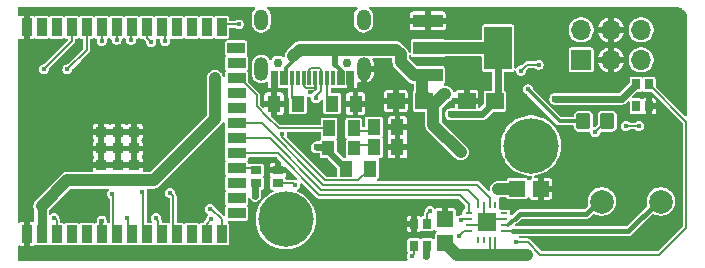
<source format=gtl>
G04 #@! TF.GenerationSoftware,KiCad,Pcbnew,9.0.0-9.0.0-2~ubuntu22.04.1*
G04 #@! TF.CreationDate,2025-03-24T08:10:21+01:00*
G04 #@! TF.ProjectId,kicad_makespace_tutorial,6b696361-645f-46d6-916b-657370616365,v1*
G04 #@! TF.SameCoordinates,Original*
G04 #@! TF.FileFunction,Copper,L1,Top*
G04 #@! TF.FilePolarity,Positive*
%FSLAX46Y46*%
G04 Gerber Fmt 4.6, Leading zero omitted, Abs format (unit mm)*
G04 Created by KiCad (PCBNEW 9.0.0-9.0.0-2~ubuntu22.04.1) date 2025-03-24 08:10:21*
%MOMM*%
%LPD*%
G01*
G04 APERTURE LIST*
G04 Aperture macros list*
%AMRoundRect*
0 Rectangle with rounded corners*
0 $1 Rounding radius*
0 $2 $3 $4 $5 $6 $7 $8 $9 X,Y pos of 4 corners*
0 Add a 4 corners polygon primitive as box body*
4,1,4,$2,$3,$4,$5,$6,$7,$8,$9,$2,$3,0*
0 Add four circle primitives for the rounded corners*
1,1,$1+$1,$2,$3*
1,1,$1+$1,$4,$5*
1,1,$1+$1,$6,$7*
1,1,$1+$1,$8,$9*
0 Add four rect primitives between the rounded corners*
20,1,$1+$1,$2,$3,$4,$5,0*
20,1,$1+$1,$4,$5,$6,$7,0*
20,1,$1+$1,$6,$7,$8,$9,0*
20,1,$1+$1,$8,$9,$2,$3,0*%
G04 Aperture macros list end*
G04 #@! TA.AperFunction,SMDPad,CuDef*
%ADD10R,0.700000X0.900000*%
G04 #@! TD*
G04 #@! TA.AperFunction,SMDPad,CuDef*
%ADD11R,0.900000X0.700000*%
G04 #@! TD*
G04 #@! TA.AperFunction,SMDPad,CuDef*
%ADD12R,1.130000X1.380000*%
G04 #@! TD*
G04 #@! TA.AperFunction,ComponentPad*
%ADD13C,2.000000*%
G04 #@! TD*
G04 #@! TA.AperFunction,SMDPad,CuDef*
%ADD14R,0.900000X1.500000*%
G04 #@! TD*
G04 #@! TA.AperFunction,SMDPad,CuDef*
%ADD15R,1.500000X0.900000*%
G04 #@! TD*
G04 #@! TA.AperFunction,SMDPad,CuDef*
%ADD16R,0.900000X0.900000*%
G04 #@! TD*
G04 #@! TA.AperFunction,ComponentPad*
%ADD17C,4.700000*%
G04 #@! TD*
G04 #@! TA.AperFunction,SMDPad,CuDef*
%ADD18R,1.500000X1.360000*%
G04 #@! TD*
G04 #@! TA.AperFunction,SMDPad,CuDef*
%ADD19R,1.000000X1.250000*%
G04 #@! TD*
G04 #@! TA.AperFunction,SMDPad,CuDef*
%ADD20RoundRect,0.250000X-0.350000X-0.450000X0.350000X-0.450000X0.350000X0.450000X-0.350000X0.450000X0*%
G04 #@! TD*
G04 #@! TA.AperFunction,SMDPad,CuDef*
%ADD21R,2.500000X1.100000*%
G04 #@! TD*
G04 #@! TA.AperFunction,SMDPad,CuDef*
%ADD22R,2.340000X3.600000*%
G04 #@! TD*
G04 #@! TA.AperFunction,ComponentPad*
%ADD23C,0.750000*%
G04 #@! TD*
G04 #@! TA.AperFunction,ComponentPad*
%ADD24O,1.200000X2.000000*%
G04 #@! TD*
G04 #@! TA.AperFunction,ComponentPad*
%ADD25O,1.200000X1.800000*%
G04 #@! TD*
G04 #@! TA.AperFunction,SMDPad,CuDef*
%ADD26R,0.300000X1.300000*%
G04 #@! TD*
G04 #@! TA.AperFunction,ComponentPad*
%ADD27R,1.700000X1.700000*%
G04 #@! TD*
G04 #@! TA.AperFunction,ComponentPad*
%ADD28O,1.700000X1.700000*%
G04 #@! TD*
G04 #@! TA.AperFunction,SMDPad,CuDef*
%ADD29R,1.410000X1.350000*%
G04 #@! TD*
G04 #@! TA.AperFunction,SMDPad,CuDef*
%ADD30R,1.350000X1.410000*%
G04 #@! TD*
G04 #@! TA.AperFunction,SMDPad,CuDef*
%ADD31R,0.600000X0.250000*%
G04 #@! TD*
G04 #@! TA.AperFunction,SMDPad,CuDef*
%ADD32R,0.250000X0.600000*%
G04 #@! TD*
G04 #@! TA.AperFunction,SMDPad,CuDef*
%ADD33R,1.500000X1.500000*%
G04 #@! TD*
G04 #@! TA.AperFunction,SMDPad,CuDef*
%ADD34R,1.000000X1.400000*%
G04 #@! TD*
G04 #@! TA.AperFunction,ViaPad*
%ADD35C,0.600000*%
G04 #@! TD*
G04 #@! TA.AperFunction,ViaPad*
%ADD36C,0.450000*%
G04 #@! TD*
G04 #@! TA.AperFunction,Conductor*
%ADD37C,0.600000*%
G04 #@! TD*
G04 #@! TA.AperFunction,Conductor*
%ADD38C,0.800000*%
G04 #@! TD*
G04 #@! TA.AperFunction,Conductor*
%ADD39C,1.000000*%
G04 #@! TD*
G04 #@! TA.AperFunction,Conductor*
%ADD40C,0.160000*%
G04 #@! TD*
G04 #@! TA.AperFunction,Conductor*
%ADD41C,0.300000*%
G04 #@! TD*
G04 #@! TA.AperFunction,Conductor*
%ADD42C,0.200000*%
G04 #@! TD*
G04 #@! TA.AperFunction,Conductor*
%ADD43C,0.500000*%
G04 #@! TD*
G04 #@! TA.AperFunction,Conductor*
%ADD44C,0.400000*%
G04 #@! TD*
G04 APERTURE END LIST*
D10*
G04 #@! TO.P,LED5,1,DO*
G04 #@! TO.N,unconnected-(LED5-DO-Pad1)*
X59650000Y-8920000D03*
G04 #@! TO.P,LED5,2,GND*
G04 #@! TO.N,GND*
X60750000Y-8920000D03*
G04 #@! TO.P,LED5,3,DI*
G04 #@! TO.N,Net-(LED4-DO)*
X60750000Y-7080000D03*
G04 #@! TO.P,LED5,4,VDD*
G04 #@! TO.N,/WLED_VDD*
X59650000Y-7080000D03*
G04 #@! TD*
D11*
G04 #@! TO.P,LED3,1,DO*
G04 #@! TO.N,Net-(LED3-DO)*
X29320000Y-15450000D03*
G04 #@! TO.P,LED3,2,GND*
G04 #@! TO.N,GND*
X29320000Y-14350000D03*
G04 #@! TO.P,LED3,3,DI*
G04 #@! TO.N,/WLED*
X27480000Y-14350000D03*
G04 #@! TO.P,LED3,4,VDD*
G04 #@! TO.N,/WLED_VDD*
X27480000Y-15450000D03*
G04 #@! TD*
D12*
G04 #@! TO.P,R1,1,1*
G04 #@! TO.N,/ESP_EN*
X37100000Y-14200000D03*
G04 #@! TO.P,R1,2,2*
G04 #@! TO.N,/3V3*
X35100000Y-14200000D03*
G04 #@! TD*
D10*
G04 #@! TO.P,LED4,1,DO*
G04 #@! TO.N,Net-(LED4-DO)*
X41950000Y-18880000D03*
G04 #@! TO.P,LED4,2,GND*
G04 #@! TO.N,GND*
X40850000Y-18880000D03*
G04 #@! TO.P,LED4,3,DI*
G04 #@! TO.N,Net-(LED3-DO)*
X40850000Y-20720000D03*
G04 #@! TO.P,LED4,4,VDD*
G04 #@! TO.N,/WLED_VDD*
X41950000Y-20720000D03*
G04 #@! TD*
D13*
G04 #@! TO.P,J1,1,Pin_1*
G04 #@! TO.N,Net-(J1-Pin_1)*
X56750000Y-17000000D03*
G04 #@! TO.P,J1,2,Pin_2*
G04 #@! TO.N,Net-(J1-Pin_2)*
X61750000Y-17000000D03*
G04 #@! TD*
D14*
G04 #@! TO.P,U5,1,GND*
G04 #@! TO.N,GND*
X8047500Y-19750000D03*
G04 #@! TO.P,U5,2,3V3*
G04 #@! TO.N,/3V3*
X9317500Y-19750000D03*
G04 #@! TO.P,U5,3,EN*
G04 #@! TO.N,/ESP_EN*
X10587500Y-19750000D03*
G04 #@! TO.P,U5,4,IO4*
G04 #@! TO.N,unconnected-(U5-IO4-Pad4)*
X11857500Y-19750000D03*
G04 #@! TO.P,U5,5,IO5*
G04 #@! TO.N,unconnected-(U5-IO5-Pad5)*
X13127500Y-19750000D03*
G04 #@! TO.P,U5,6,IO6*
G04 #@! TO.N,/GPIO_34*
X14397500Y-19750000D03*
G04 #@! TO.P,U5,7,IO7*
G04 #@! TO.N,/GPIO_16*
X15667500Y-19750000D03*
G04 #@! TO.P,U5,8,IO15*
G04 #@! TO.N,/GPIO_32*
X16937500Y-19750000D03*
G04 #@! TO.P,U5,9,IO16*
G04 #@! TO.N,/GPIO_33*
X18207500Y-19750000D03*
G04 #@! TO.P,U5,10,IO17*
G04 #@! TO.N,/GPIO_25*
X19477500Y-19750000D03*
G04 #@! TO.P,U5,11,IO18*
G04 #@! TO.N,/GPIO_26*
X20747500Y-19750000D03*
G04 #@! TO.P,U5,12,IO8*
G04 #@! TO.N,unconnected-(U5-IO8-Pad12)*
X22017500Y-19750000D03*
G04 #@! TO.P,U5,13,IO19*
G04 #@! TO.N,/USB_N*
X23287500Y-19750000D03*
G04 #@! TO.P,U5,14,IO20*
G04 #@! TO.N,/USB_P*
X24557500Y-19750000D03*
D15*
G04 #@! TO.P,U5,15,IO3*
G04 #@! TO.N,unconnected-(U5-IO3-Pad15)*
X25827500Y-17990000D03*
G04 #@! TO.P,U5,16,IO46*
G04 #@! TO.N,unconnected-(U5-IO46-Pad16)*
X25827500Y-16720000D03*
G04 #@! TO.P,U5,17,IO9*
G04 #@! TO.N,unconnected-(U5-IO9-Pad17)*
X25827500Y-15450000D03*
G04 #@! TO.P,U5,18,IO10*
G04 #@! TO.N,/WLED*
X25827500Y-14180000D03*
G04 #@! TO.P,U5,19,IO11*
G04 #@! TO.N,/I2S_DIN*
X25827500Y-12910000D03*
G04 #@! TO.P,U5,20,IO12*
G04 #@! TO.N,/I2S_BCLK*
X25827500Y-11630000D03*
G04 #@! TO.P,U5,21,IO13*
G04 #@! TO.N,/I2S_LRCLK*
X25827500Y-10370000D03*
G04 #@! TO.P,U5,22,IO14*
G04 #@! TO.N,unconnected-(U5-IO14-Pad22)*
X25827500Y-9100000D03*
G04 #@! TO.P,U5,23,IO21*
G04 #@! TO.N,unconnected-(U5-IO21-Pad23)*
X25827500Y-7830000D03*
G04 #@! TO.P,U5,24,IO47*
G04 #@! TO.N,/ESP_LED*
X25827500Y-6550000D03*
G04 #@! TO.P,U5,25,IO48*
G04 #@! TO.N,unconnected-(U5-IO48-Pad25)*
X25827500Y-5280000D03*
G04 #@! TO.P,U5,26,IO45*
G04 #@! TO.N,unconnected-(U5-IO45-Pad26)*
X25797500Y-4010000D03*
D14*
G04 #@! TO.P,U5,27,IO0*
G04 #@! TO.N,/ESP_PROG*
X24557500Y-2250000D03*
G04 #@! TO.P,U5,28,IO35*
G04 #@! TO.N,unconnected-(U5-IO35-Pad28)*
X23287500Y-2250000D03*
G04 #@! TO.P,U5,29,IO36*
G04 #@! TO.N,unconnected-(U5-IO36-Pad29)*
X22017500Y-2250000D03*
G04 #@! TO.P,U5,30,IO37*
G04 #@! TO.N,unconnected-(U5-IO37-Pad30)*
X20747500Y-2250000D03*
G04 #@! TO.P,U5,31,IO38*
G04 #@! TO.N,/GPIO_17*
X19477500Y-2250000D03*
G04 #@! TO.P,U5,32,IO39*
G04 #@! TO.N,/GPIO_5*
X18207500Y-2250000D03*
G04 #@! TO.P,U5,33,IO40*
G04 #@! TO.N,/GPIO_18*
X16937500Y-2250000D03*
G04 #@! TO.P,U5,34,IO41*
G04 #@! TO.N,/GPIO_19*
X15667500Y-2250000D03*
G04 #@! TO.P,U5,35,IO42*
G04 #@! TO.N,/GPIO_21*
X14397500Y-2250000D03*
G04 #@! TO.P,U5,36,RXD0*
G04 #@! TO.N,/ESP_RXD*
X13127500Y-2250000D03*
G04 #@! TO.P,U5,37,TXD0*
G04 #@! TO.N,/ESP_TXD*
X11857500Y-2250000D03*
G04 #@! TO.P,U5,38,IO2*
G04 #@! TO.N,unconnected-(U5-IO2-Pad38)*
X10587500Y-2250000D03*
G04 #@! TO.P,U5,39,IO1*
G04 #@! TO.N,unconnected-(U5-IO1-Pad39)*
X9317500Y-2250000D03*
G04 #@! TO.P,U5,40,GND*
G04 #@! TO.N,GND*
X8047500Y-2250000D03*
D16*
G04 #@! TO.P,U5,41,EPAD*
X14367500Y-13900000D03*
X15767500Y-13900000D03*
X17167500Y-13900000D03*
X14367500Y-12500000D03*
X15767500Y-12500000D03*
X17167500Y-12500000D03*
X14367500Y-11100000D03*
X15767500Y-11100000D03*
X17167500Y-11100000D03*
G04 #@! TD*
D17*
G04 #@! TO.P,H1,1*
G04 #@! TO.N,N/C*
X50750000Y-12250000D03*
G04 #@! TD*
D12*
G04 #@! TO.P,U3,1,1*
G04 #@! TO.N,GND*
X35900000Y-8700000D03*
G04 #@! TO.P,U3,2,2*
G04 #@! TO.N,Net-(USBC1-CC1)*
X33900000Y-8700000D03*
G04 #@! TD*
D18*
G04 #@! TO.P,C1,1,1*
G04 #@! TO.N,/3V3*
X47700000Y-8500000D03*
G04 #@! TO.P,C1,2,2*
G04 #@! TO.N,GND*
X45300000Y-8500000D03*
G04 #@! TD*
D19*
G04 #@! TO.P,LED2,1,K*
G04 #@! TO.N,Net-(LED2-K)*
X35800000Y-12500000D03*
G04 #@! TO.P,LED2,2,A*
G04 #@! TO.N,/3V3*
X33600000Y-12500000D03*
G04 #@! TD*
D12*
G04 #@! TO.P,U2,1,1*
G04 #@! TO.N,GND*
X29000000Y-8700000D03*
G04 #@! TO.P,U2,2,2*
G04 #@! TO.N,Net-(USBC1-CC2)*
X31000000Y-8700000D03*
G04 #@! TD*
D20*
G04 #@! TO.P,R4,1*
G04 #@! TO.N,/5V*
X55200000Y-10200000D03*
G04 #@! TO.P,R4,2*
G04 #@! TO.N,/SD_MODE*
X57200000Y-10200000D03*
G04 #@! TD*
D21*
G04 #@! TO.P,U1,1,GND*
G04 #@! TO.N,GND*
X42030000Y-1700000D03*
G04 #@! TO.P,U1,2,VOUT*
G04 #@! TO.N,/3V3*
X42030000Y-4000000D03*
G04 #@! TO.P,U1,3,VIN*
G04 #@! TO.N,/5V*
X42030000Y-6300000D03*
D22*
G04 #@! TO.P,U1,4,VOUT*
G04 #@! TO.N,/3V3*
X47970000Y-4000000D03*
G04 #@! TD*
D23*
G04 #@! TO.P,USBC1,*
G04 #@! TO.N,*
X35150000Y-5262500D03*
X29350000Y-5262500D03*
D24*
G04 #@! TO.P,USBC1,0,SH*
G04 #@! TO.N,GND*
X36580000Y-5762500D03*
G04 #@! TO.P,USBC1,1*
G04 #@! TO.N,N/C*
X27920000Y-5762500D03*
D25*
G04 #@! TO.P,USBC1,2*
X27920000Y-1582500D03*
G04 #@! TO.P,USBC1,3*
X36580000Y-1582500D03*
D26*
G04 #@! TO.P,USBC1,A1,GND*
G04 #@! TO.N,GND*
X35600000Y-6522500D03*
G04 #@! TO.P,USBC1,A4,VBUS*
G04 #@! TO.N,/5V*
X34800000Y-6522500D03*
G04 #@! TO.P,USBC1,A5,CC1*
G04 #@! TO.N,Net-(USBC1-CC1)*
X33500000Y-6522500D03*
G04 #@! TO.P,USBC1,A6,DP1*
G04 #@! TO.N,/USB_P*
X32500000Y-6522500D03*
G04 #@! TO.P,USBC1,A7,DN1*
G04 #@! TO.N,/USB_N*
X32000000Y-6522500D03*
G04 #@! TO.P,USBC1,A8,SBU1*
G04 #@! TO.N,unconnected-(USBC1-SBU1-PadA8)*
X31000000Y-6522500D03*
G04 #@! TO.P,USBC1,A9,VBUS*
G04 #@! TO.N,/5V*
X29700000Y-6522500D03*
G04 #@! TO.P,USBC1,A12,GND*
G04 #@! TO.N,GND*
X28900000Y-6522500D03*
G04 #@! TO.P,USBC1,B1,GND*
X29200000Y-6522500D03*
G04 #@! TO.P,USBC1,B4,VBUS*
G04 #@! TO.N,/5V*
X30000000Y-6522500D03*
G04 #@! TO.P,USBC1,B5,CC2*
G04 #@! TO.N,Net-(USBC1-CC2)*
X30500000Y-6522500D03*
G04 #@! TO.P,USBC1,B6,DP2*
G04 #@! TO.N,/USB_P*
X31500000Y-6522500D03*
G04 #@! TO.P,USBC1,B7,DN2*
G04 #@! TO.N,/USB_N*
X33000000Y-6522500D03*
G04 #@! TO.P,USBC1,B8,SBU2*
G04 #@! TO.N,unconnected-(USBC1-SBU2-PadB8)*
X34000000Y-6522500D03*
G04 #@! TO.P,USBC1,B9,VBUS*
G04 #@! TO.N,/5V*
X34500000Y-6522500D03*
G04 #@! TO.P,USBC1,B12,GND*
G04 #@! TO.N,GND*
X35300000Y-6522500D03*
G04 #@! TD*
D12*
G04 #@! TO.P,R3,1,1*
G04 #@! TO.N,GND*
X39450000Y-12400000D03*
G04 #@! TO.P,R3,2,2*
G04 #@! TO.N,Net-(LED2-K)*
X37450000Y-12400000D03*
G04 #@! TD*
D17*
G04 #@! TO.P,H3,1*
G04 #@! TO.N,N/C*
X30000000Y-18500000D03*
G04 #@! TD*
D27*
G04 #@! TO.P,J3,1,Pin_1*
G04 #@! TO.N,/GPIO_19*
X55000000Y-5000000D03*
D28*
G04 #@! TO.P,J3,2,Pin_2*
G04 #@! TO.N,/GPIO_17*
X55000000Y-2460000D03*
G04 #@! TO.P,J3,3,Pin_3*
G04 #@! TO.N,GND*
X57540000Y-5000000D03*
G04 #@! TO.P,J3,4,Pin_4*
X57540000Y-2460000D03*
G04 #@! TO.P,J3,5,Pin_5*
G04 #@! TO.N,/GPIO_34*
X60080000Y-5000000D03*
G04 #@! TO.P,J3,6,Pin_6*
G04 #@! TO.N,/GPIO_16*
X60080000Y-2460000D03*
G04 #@! TD*
D29*
G04 #@! TO.P,C3,1,1*
G04 #@! TO.N,/5V*
X49600000Y-15900000D03*
G04 #@! TO.P,C3,2,2*
G04 #@! TO.N,GND*
X51600000Y-15900000D03*
G04 #@! TD*
D30*
G04 #@! TO.P,C6,1,1*
G04 #@! TO.N,GND*
X43500000Y-18500000D03*
G04 #@! TO.P,C6,2,2*
G04 #@! TO.N,/5V*
X43500000Y-20500000D03*
G04 #@! TD*
D31*
G04 #@! TO.P,U4,1,DIN*
G04 #@! TO.N,/I2S_DIN*
X45500000Y-18000000D03*
G04 #@! TO.P,U4,2,GAIN_SLOT*
G04 #@! TO.N,/GAIN_SLOT*
X45500000Y-18500000D03*
G04 #@! TO.P,U4,3,GND*
G04 #@! TO.N,GND*
X45500000Y-19000000D03*
G04 #@! TO.P,U4,4,~{SD_MODE}*
G04 #@! TO.N,/SD_MODE*
X45500000Y-19500000D03*
D32*
G04 #@! TO.P,U4,5,N.C.*
G04 #@! TO.N,unconnected-(U4-N.C.-Pad5)*
X46250000Y-20250000D03*
G04 #@! TO.P,U4,6,N.C.*
G04 #@! TO.N,unconnected-(U4-N.C.-Pad6)*
X46750000Y-20250000D03*
G04 #@! TO.P,U4,7,VDD*
G04 #@! TO.N,/5V*
X47250000Y-20250000D03*
G04 #@! TO.P,U4,8,VDD*
X47750000Y-20250000D03*
D31*
G04 #@! TO.P,U4,9,OUTP*
G04 #@! TO.N,Net-(J1-Pin_2)*
X48500000Y-19500000D03*
G04 #@! TO.P,U4,10,OUTN*
G04 #@! TO.N,Net-(J1-Pin_1)*
X48500000Y-19000000D03*
G04 #@! TO.P,U4,11,GND*
G04 #@! TO.N,GND*
X48500000Y-18500000D03*
G04 #@! TO.P,U4,12,N.C.*
G04 #@! TO.N,unconnected-(U4-N.C.-Pad12)*
X48500000Y-18000000D03*
D32*
G04 #@! TO.P,U4,13,N.C.*
G04 #@! TO.N,unconnected-(U4-N.C.-Pad13)*
X47750000Y-17250000D03*
G04 #@! TO.P,U4,14,LRCLK*
G04 #@! TO.N,/I2S_LRCLK*
X47250000Y-17250000D03*
G04 #@! TO.P,U4,15,GND*
G04 #@! TO.N,GND*
X46750000Y-17250000D03*
G04 #@! TO.P,U4,16,BCLK*
G04 #@! TO.N,/I2S_BCLK*
X46250000Y-17250000D03*
D33*
G04 #@! TO.P,U4,17,EP*
G04 #@! TO.N,GND*
X47000000Y-18750000D03*
G04 #@! TD*
D12*
G04 #@! TO.P,R8,1,1*
G04 #@! TO.N,GND*
X39450000Y-10700000D03*
G04 #@! TO.P,R8,2,2*
G04 #@! TO.N,Net-(LED1--)*
X37450000Y-10700000D03*
G04 #@! TD*
D18*
G04 #@! TO.P,C2,1,1*
G04 #@! TO.N,/5V*
X41700000Y-8500000D03*
G04 #@! TO.P,C2,2,2*
G04 #@! TO.N,GND*
X39300000Y-8500000D03*
G04 #@! TD*
D34*
G04 #@! TO.P,LED1,1,+*
G04 #@! TO.N,/ESP_LED*
X33650000Y-10800000D03*
G04 #@! TO.P,LED1,2,-*
G04 #@! TO.N,Net-(LED1--)*
X35750000Y-10800000D03*
G04 #@! TD*
D35*
G04 #@! TO.N,/3V3*
X43950000Y-9600000D03*
X24000000Y-6550000D03*
X32600000Y-12400000D03*
X44800000Y-4000000D03*
X20500000Y-13500000D03*
G04 #@! TO.N,GND*
X26200000Y-20600000D03*
X8700000Y-13600000D03*
X59700000Y-17550000D03*
X9600000Y-4750000D03*
X11900000Y-17600000D03*
X48600000Y-14500000D03*
X51800000Y-18750000D03*
X46750000Y-19000000D03*
X41500000Y-11900000D03*
X47600000Y-10400000D03*
X53400000Y-18800000D03*
X44000000Y-6400000D03*
X46400000Y-6400000D03*
X56050000Y-20300000D03*
X32500000Y-1800000D03*
X12900000Y-5700000D03*
X51650000Y-20400000D03*
X56700000Y-18650000D03*
X58250000Y-20400000D03*
X58450000Y-18450000D03*
X9900000Y-10500000D03*
X38900000Y-1800000D03*
X33600000Y-17900000D03*
X54400000Y-12600000D03*
X47700000Y-13400000D03*
X32900000Y-20900000D03*
X21300000Y-9800000D03*
X51800000Y-6900000D03*
X23600000Y-16500000D03*
X51150000Y-17150000D03*
X27900000Y-7400000D03*
X53650000Y-20350000D03*
X44800000Y-14600000D03*
X45000000Y-1700000D03*
X23000000Y-13500000D03*
X49900000Y-3600000D03*
X54550000Y-17200000D03*
X38600000Y-6400000D03*
X41400000Y-17300000D03*
X61100000Y-19100000D03*
X47250000Y-18500000D03*
X40100000Y-17300000D03*
X31500000Y-12100000D03*
X46400000Y-11500000D03*
X49100000Y-6700000D03*
G04 #@! TO.N,/5V*
X44800000Y-12800000D03*
D36*
X50500000Y-7500000D03*
D35*
X50450000Y-21500000D03*
X48000000Y-15950000D03*
X42500000Y-10500000D03*
X43500000Y-7900000D03*
D36*
G04 #@! TO.N,/SD_MODE*
X58800000Y-10600000D03*
X44700000Y-19900000D03*
X59900000Y-10600000D03*
X56200000Y-11100000D03*
G04 #@! TO.N,/GAIN_SLOT*
X44800000Y-18590000D03*
G04 #@! TO.N,/ESP_PROG*
X26000000Y-2000000D03*
G04 #@! TO.N,/ESP_EN*
X10400000Y-18400000D03*
X29700000Y-11300000D03*
G04 #@! TO.N,/USB_N*
X32547488Y-8249936D03*
X23680000Y-18510000D03*
G04 #@! TO.N,/ESP_TXD*
X9500000Y-5800000D03*
G04 #@! TO.N,/ESP_RXD*
X11500000Y-5800000D03*
G04 #@! TO.N,/USB_P*
X23560000Y-17610000D03*
X32052512Y-7754960D03*
G04 #@! TO.N,/GPIO_21*
X14397500Y-3400000D03*
G04 #@! TO.N,/GPIO_19*
X15667500Y-3300000D03*
G04 #@! TO.N,/GPIO_16*
X51400000Y-5400000D03*
X15300000Y-16350000D03*
X49900000Y-5900000D03*
G04 #@! TO.N,/GPIO_17*
X19800000Y-3400000D03*
G04 #@! TO.N,/GPIO_5*
X18600000Y-3500000D03*
G04 #@! TO.N,/GPIO_18*
X16900000Y-3300000D03*
G04 #@! TO.N,/GPIO_25*
X19000000Y-18400000D03*
G04 #@! TO.N,/GPIO_32*
X16550000Y-18400000D03*
G04 #@! TO.N,/GPIO_26*
X20200000Y-16250000D03*
G04 #@! TO.N,/GPIO_33*
X17850000Y-16150000D03*
D35*
G04 #@! TO.N,/WLED_VDD*
X27400000Y-16500000D03*
X41900000Y-21600000D03*
X52800000Y-8300000D03*
D36*
G04 #@! TO.N,Net-(LED3-DO)*
X30800000Y-15600000D03*
X40650000Y-21600000D03*
G04 #@! TO.N,Net-(LED4-DO)*
X49500000Y-20400000D03*
X42200000Y-17800000D03*
G04 #@! TO.N,/GPIO_34*
X14400000Y-18600000D03*
G04 #@! TD*
D37*
G04 #@! TO.N,/3V3*
X33600000Y-12500000D02*
X33600000Y-12700000D01*
D38*
X9317500Y-19750000D02*
X9317500Y-17382500D01*
D37*
X46600000Y-9600000D02*
X47700000Y-8500000D01*
X47970000Y-4000000D02*
X47970000Y-8230000D01*
X43950000Y-9600000D02*
X46600000Y-9600000D01*
D39*
X9317500Y-17382500D02*
X11500000Y-15200000D01*
D37*
X33600000Y-12700000D02*
X35100000Y-14200000D01*
D39*
X24000000Y-10000000D02*
X24000000Y-6550000D01*
X18800000Y-15200000D02*
X24000000Y-10000000D01*
X11500000Y-15200000D02*
X18800000Y-15200000D01*
D37*
X32600000Y-12400000D02*
X33500000Y-12400000D01*
X33500000Y-12400000D02*
X33600000Y-12500000D01*
D39*
X42030000Y-4000000D02*
X47970000Y-4000000D01*
D40*
G04 #@! TO.N,GND*
X46750000Y-17250000D02*
X46750000Y-18500000D01*
X45500000Y-19000000D02*
X46750000Y-19000000D01*
X48500000Y-18500000D02*
X47250000Y-18500000D01*
D39*
G04 #@! TO.N,/5V*
X31162500Y-4137500D02*
X30600000Y-4700000D01*
X41560000Y-7860000D02*
X42500000Y-8800000D01*
D41*
X30600000Y-5108516D02*
X30600000Y-4700000D01*
X34800000Y-6008516D02*
X34200000Y-5408516D01*
D39*
X39710000Y-4510000D02*
X39337500Y-4137500D01*
D41*
X30000000Y-5708516D02*
X30600000Y-5108516D01*
D39*
X42500000Y-8800000D02*
X43400000Y-7900000D01*
D42*
X47250000Y-20250000D02*
X47250000Y-21450000D01*
D39*
X44800000Y-12800000D02*
X42500000Y-10500000D01*
X40860000Y-6300000D02*
X41560000Y-6300000D01*
D42*
X47750000Y-20250000D02*
X47750000Y-21500000D01*
D39*
X41560000Y-7450000D02*
X41560000Y-7860000D01*
X34200000Y-4137500D02*
X31162500Y-4137500D01*
D41*
X30000000Y-6522500D02*
X30000000Y-5708516D01*
D39*
X39710000Y-5150000D02*
X40860000Y-6300000D01*
X48000000Y-15950000D02*
X49320000Y-15950000D01*
X41560000Y-6300000D02*
X41560000Y-7450000D01*
X42500000Y-10500000D02*
X42500000Y-8800000D01*
X43400000Y-7900000D02*
X43500000Y-7900000D01*
D41*
X53200000Y-10200000D02*
X50500000Y-7500000D01*
D39*
X44500000Y-21500000D02*
X43500000Y-20500000D01*
X41560000Y-7450000D02*
X41560000Y-8360000D01*
X39710000Y-4510000D02*
X39710000Y-5150000D01*
X50450000Y-21500000D02*
X44500000Y-21500000D01*
X39337500Y-4137500D02*
X34200000Y-4137500D01*
D41*
X55200000Y-10200000D02*
X53200000Y-10200000D01*
X34800000Y-6522500D02*
X34800000Y-6008516D01*
D43*
X34200000Y-5408516D02*
X34200000Y-4137500D01*
D44*
G04 #@! TO.N,Net-(J1-Pin_2)*
X49250000Y-19500000D02*
X59000000Y-19500000D01*
X59000000Y-19500000D02*
X61500000Y-17000000D01*
D42*
X49250000Y-19500000D02*
X48500000Y-19500000D01*
D44*
G04 #@! TO.N,Net-(J1-Pin_1)*
X56500000Y-17000000D02*
X55450000Y-18050000D01*
D42*
X48850000Y-19000000D02*
X48500000Y-19000000D01*
D44*
X49800000Y-18050000D02*
X49400000Y-18450000D01*
D41*
X49400000Y-18450000D02*
X48850000Y-19000000D01*
D44*
X55450000Y-18050000D02*
X49800000Y-18050000D01*
D40*
G04 #@! TO.N,/SD_MODE*
X44700000Y-19900000D02*
X45100000Y-19500000D01*
X57100000Y-10200000D02*
X56200000Y-11100000D01*
X45100000Y-19500000D02*
X45500000Y-19500000D01*
X57200000Y-10200000D02*
X57100000Y-10200000D01*
X58800000Y-10600000D02*
X59900000Y-10600000D01*
G04 #@! TO.N,/GAIN_SLOT*
X44890000Y-18500000D02*
X45500000Y-18500000D01*
X44800000Y-18590000D02*
X44890000Y-18500000D01*
G04 #@! TO.N,/ESP_LED*
X27530000Y-7972500D02*
X26107500Y-6550000D01*
X27530000Y-8930000D02*
X27530000Y-7972500D01*
X28400000Y-9800000D02*
X29400000Y-10800000D01*
X29400000Y-10800000D02*
X33650000Y-10800000D01*
X28400000Y-9800000D02*
X27530000Y-8930000D01*
X26107500Y-6550000D02*
X25827500Y-6550000D01*
G04 #@! TO.N,Net-(USBC1-CC1)*
X33500000Y-6522500D02*
X33500000Y-8300000D01*
X33500000Y-8300000D02*
X33900000Y-8700000D01*
G04 #@! TO.N,Net-(USBC1-CC2)*
X30500000Y-8200000D02*
X31000000Y-8700000D01*
X30500000Y-6522500D02*
X30500000Y-8200000D01*
G04 #@! TO.N,/ESP_PROG*
X24807500Y-2000000D02*
X24557500Y-2250000D01*
X26000000Y-2000000D02*
X24807500Y-2000000D01*
G04 #@! TO.N,/ESP_EN*
X10587500Y-19750000D02*
X10587500Y-18587500D01*
X36110000Y-15190000D02*
X37100000Y-14200000D01*
X29700000Y-11540344D02*
X33349656Y-15190000D01*
X29700000Y-11300000D02*
X29700000Y-11540344D01*
X10587500Y-18587500D02*
X10400000Y-18400000D01*
X33349656Y-15190000D02*
X36110000Y-15190000D01*
D42*
G04 #@! TO.N,/USB_N*
X32975000Y-7047500D02*
X32975000Y-7645647D01*
X23287500Y-18902500D02*
X23287500Y-19750000D01*
X32150000Y-5672500D02*
X32850000Y-5672500D01*
X32547488Y-8073159D02*
X32547488Y-8249936D01*
X23680000Y-18510000D02*
X23287500Y-18902500D01*
X32850000Y-5672500D02*
X33000000Y-5822500D01*
X33000000Y-6522500D02*
X33000000Y-7022500D01*
X32975000Y-7645647D02*
X32547488Y-8073159D01*
X33000000Y-7022500D02*
X32975000Y-7047500D01*
X33000000Y-5822500D02*
X33000000Y-6522500D01*
X32000000Y-6522500D02*
X32000000Y-5822500D01*
X32000000Y-5822500D02*
X32150000Y-5672500D01*
D40*
G04 #@! TO.N,/ESP_TXD*
X11857500Y-2250000D02*
X11857500Y-3442500D01*
X11857500Y-3442500D02*
X9500000Y-5800000D01*
G04 #@! TO.N,/ESP_RXD*
X13127500Y-2250000D02*
X13127500Y-4172500D01*
X13127500Y-4172500D02*
X11500000Y-5800000D01*
D42*
G04 #@! TO.N,/USB_P*
X32229289Y-7754960D02*
X32052512Y-7754960D01*
X31500000Y-6522500D02*
X31500000Y-7200000D01*
X32350000Y-7372500D02*
X32500000Y-7222500D01*
X32500000Y-7022500D02*
X32525000Y-7047500D01*
X31672500Y-7372500D02*
X32350000Y-7372500D01*
X32525000Y-7047500D02*
X32525000Y-7459249D01*
X32500000Y-6522500D02*
X32500000Y-7022500D01*
X24557500Y-18482862D02*
X24557500Y-19750000D01*
X31500000Y-7200000D02*
X31672500Y-7372500D01*
X32525000Y-7459249D02*
X32229289Y-7754960D01*
X32500000Y-7222500D02*
X32500000Y-6522500D01*
X23560000Y-17610000D02*
X23684638Y-17610000D01*
X23684638Y-17610000D02*
X24557500Y-18482862D01*
D40*
G04 #@! TO.N,/I2S_BCLK*
X25827500Y-11630000D02*
X28630000Y-11630000D01*
X33010000Y-16010000D02*
X45410000Y-16010000D01*
X46250000Y-16850000D02*
X46250000Y-17250000D01*
X45410000Y-16010000D02*
X46250000Y-16850000D01*
X28630000Y-11630000D02*
X33010000Y-16010000D01*
G04 #@! TO.N,/I2S_LRCLK*
X33179828Y-15600000D02*
X27949828Y-10370000D01*
X27949828Y-10370000D02*
X25827500Y-10370000D01*
X47250000Y-17250000D02*
X47250000Y-16665000D01*
X46185000Y-15600000D02*
X33179828Y-15600000D01*
X47250000Y-16665000D02*
X46185000Y-15600000D01*
G04 #@! TO.N,/I2S_DIN*
X25827500Y-12910000D02*
X29330172Y-12910000D01*
X44720000Y-16420000D02*
X45500000Y-17200000D01*
X32840172Y-16420000D02*
X44720000Y-16420000D01*
X29330172Y-12910000D02*
X32840172Y-16420000D01*
X45500000Y-17200000D02*
X45500000Y-18000000D01*
G04 #@! TO.N,/GPIO_21*
X14397500Y-3400000D02*
X14397500Y-2250000D01*
G04 #@! TO.N,/GPIO_19*
X15667500Y-3300000D02*
X15667500Y-2250000D01*
G04 #@! TO.N,/GPIO_16*
X50400000Y-5400000D02*
X49900000Y-5900000D01*
X15397500Y-20000000D02*
X15397500Y-16447500D01*
X51400000Y-5400000D02*
X50400000Y-5400000D01*
X15397500Y-16447500D02*
X15300000Y-16350000D01*
G04 #@! TO.N,/GPIO_17*
X19800000Y-2572500D02*
X19477500Y-2250000D01*
X19800000Y-3400000D02*
X19800000Y-2572500D01*
G04 #@! TO.N,/GPIO_5*
X18600000Y-3500000D02*
X18207500Y-3107500D01*
X18207500Y-3107500D02*
X18207500Y-2250000D01*
G04 #@! TO.N,/GPIO_18*
X16900000Y-2587500D02*
X16937500Y-2550000D01*
X16937500Y-2550000D02*
X16937500Y-2250000D01*
X16900000Y-3300000D02*
X16900000Y-2587500D01*
G04 #@! TO.N,/GPIO_25*
X19207500Y-18607500D02*
X19000000Y-18400000D01*
X19207500Y-20000000D02*
X19207500Y-18607500D01*
G04 #@! TO.N,/GPIO_32*
X16667500Y-18517500D02*
X16550000Y-18400000D01*
X16667500Y-20000000D02*
X16667500Y-18517500D01*
G04 #@! TO.N,/GPIO_26*
X20477500Y-20000000D02*
X20477500Y-16527500D01*
X20477500Y-16527500D02*
X20200000Y-16250000D01*
G04 #@! TO.N,/GPIO_33*
X17937500Y-16237500D02*
X17850000Y-16150000D01*
X17937500Y-20000000D02*
X17937500Y-16237500D01*
G04 #@! TO.N,unconnected-(U5-IO48-Pad25)*
X25827500Y-5280000D02*
X26127500Y-5280000D01*
G04 #@! TO.N,Net-(LED1--)*
X36050000Y-11000000D02*
X37300000Y-11000000D01*
G04 #@! TO.N,Net-(LED2-K)*
X36050000Y-12200000D02*
X37300000Y-12200000D01*
D37*
G04 #@! TO.N,/WLED_VDD*
X58430000Y-8300000D02*
X59650000Y-7080000D01*
X52800000Y-8300000D02*
X58430000Y-8300000D01*
X27400000Y-15530000D02*
X27480000Y-15450000D01*
X27400000Y-16500000D02*
X27400000Y-15530000D01*
X41900000Y-20770000D02*
X41950000Y-20720000D01*
X41900000Y-21600000D02*
X41900000Y-20770000D01*
D40*
G04 #@! TO.N,Net-(LED3-DO)*
X30650000Y-15450000D02*
X30800000Y-15600000D01*
X40850000Y-21400000D02*
X40850000Y-20720000D01*
X29320000Y-15450000D02*
X30650000Y-15450000D01*
X40650000Y-21600000D02*
X40850000Y-21400000D01*
G04 #@! TO.N,/WLED*
X25827500Y-14180000D02*
X27310000Y-14180000D01*
X27310000Y-14180000D02*
X27480000Y-14350000D01*
G04 #@! TO.N,Net-(LED4-DO)*
X63900000Y-19200000D02*
X63900000Y-10230000D01*
X63900000Y-10230000D02*
X60750000Y-7080000D01*
X41950000Y-18050000D02*
X42200000Y-17800000D01*
X50460000Y-20400000D02*
X51560000Y-21500000D01*
X49500000Y-20400000D02*
X50460000Y-20400000D01*
X41950000Y-18880000D02*
X41950000Y-18050000D01*
X61600000Y-21500000D02*
X63900000Y-19200000D01*
X51560000Y-21500000D02*
X61600000Y-21500000D01*
G04 #@! TO.N,/GPIO_34*
X14300000Y-18500000D02*
X14300000Y-19652500D01*
X14400000Y-18600000D02*
X14400000Y-19747500D01*
X14400000Y-19747500D02*
X14397500Y-19750000D01*
X14300000Y-19652500D02*
X14397500Y-19750000D01*
G04 #@! TD*
G04 #@! TA.AperFunction,Conductor*
G04 #@! TO.N,GND*
G36*
X27389106Y-519406D02*
G01*
X27425070Y-568906D01*
X27425070Y-630092D01*
X27400919Y-669503D01*
X27298214Y-772207D01*
X27298211Y-772211D01*
X27210609Y-903314D01*
X27210603Y-903325D01*
X27150263Y-1049001D01*
X27150263Y-1049003D01*
X27119500Y-1203655D01*
X27119500Y-1961344D01*
X27150263Y-2115996D01*
X27150263Y-2115998D01*
X27210603Y-2261674D01*
X27210609Y-2261685D01*
X27263263Y-2340485D01*
X27298211Y-2392789D01*
X27409711Y-2504289D01*
X27487876Y-2556517D01*
X27540814Y-2591890D01*
X27540825Y-2591896D01*
X27594638Y-2614185D01*
X27686503Y-2652237D01*
X27841158Y-2683000D01*
X27841159Y-2683000D01*
X27998841Y-2683000D01*
X27998842Y-2683000D01*
X28153497Y-2652237D01*
X28299179Y-2591894D01*
X28430289Y-2504289D01*
X28541789Y-2392789D01*
X28629394Y-2261679D01*
X28689737Y-2115997D01*
X28720500Y-1961342D01*
X28720500Y-1203658D01*
X28689737Y-1049003D01*
X28656913Y-969758D01*
X28629396Y-903325D01*
X28629390Y-903314D01*
X28594017Y-850376D01*
X28541789Y-772211D01*
X28439081Y-669503D01*
X28411304Y-614986D01*
X28420875Y-554554D01*
X28464140Y-511289D01*
X28509085Y-500499D01*
X35990915Y-500499D01*
X36049106Y-519406D01*
X36085070Y-568906D01*
X36085070Y-630092D01*
X36060919Y-669503D01*
X35958214Y-772207D01*
X35958211Y-772211D01*
X35870609Y-903314D01*
X35870603Y-903325D01*
X35810263Y-1049001D01*
X35810263Y-1049003D01*
X35779500Y-1203655D01*
X35779500Y-1961344D01*
X35810263Y-2115996D01*
X35810263Y-2115998D01*
X35870603Y-2261674D01*
X35870609Y-2261685D01*
X35923263Y-2340485D01*
X35958211Y-2392789D01*
X36069711Y-2504289D01*
X36147876Y-2556517D01*
X36200814Y-2591890D01*
X36200825Y-2591896D01*
X36254638Y-2614185D01*
X36346503Y-2652237D01*
X36501158Y-2683000D01*
X36501159Y-2683000D01*
X36658841Y-2683000D01*
X36658842Y-2683000D01*
X36813497Y-2652237D01*
X36959179Y-2591894D01*
X37090289Y-2504289D01*
X37201789Y-2392789D01*
X37289394Y-2261679D01*
X37349737Y-2115997D01*
X37380500Y-1961342D01*
X37380500Y-1950001D01*
X40530000Y-1950001D01*
X40530000Y-2274624D01*
X40544506Y-2347546D01*
X40544507Y-2347548D01*
X40599758Y-2430237D01*
X40599762Y-2430241D01*
X40682451Y-2485492D01*
X40682453Y-2485493D01*
X40755375Y-2499999D01*
X40755377Y-2500000D01*
X41779999Y-2500000D01*
X41780000Y-2499999D01*
X41780000Y-1950001D01*
X42280000Y-1950001D01*
X42280000Y-2499999D01*
X42280001Y-2500000D01*
X43304623Y-2500000D01*
X43304624Y-2499999D01*
X43377546Y-2485493D01*
X43377548Y-2485492D01*
X43460237Y-2430241D01*
X43460241Y-2430237D01*
X43515492Y-2347548D01*
X43515493Y-2347546D01*
X43529999Y-2274624D01*
X43530000Y-2274622D01*
X43530000Y-1950001D01*
X43529999Y-1950000D01*
X42280001Y-1950000D01*
X42280000Y-1950001D01*
X41780000Y-1950001D01*
X41779999Y-1950000D01*
X40530001Y-1950000D01*
X40530000Y-1950001D01*
X37380500Y-1950001D01*
X37380500Y-1203658D01*
X37364928Y-1125375D01*
X40530000Y-1125375D01*
X40530000Y-1449999D01*
X40530001Y-1450000D01*
X41779999Y-1450000D01*
X41780000Y-1449999D01*
X41780000Y-900001D01*
X42280000Y-900001D01*
X42280000Y-1449999D01*
X42280001Y-1450000D01*
X43529999Y-1450000D01*
X43530000Y-1449999D01*
X43530000Y-1125377D01*
X43529999Y-1125375D01*
X43515493Y-1052453D01*
X43515492Y-1052451D01*
X43460241Y-969762D01*
X43460237Y-969758D01*
X43377548Y-914507D01*
X43377546Y-914506D01*
X43304624Y-900000D01*
X42280001Y-900000D01*
X42280000Y-900001D01*
X41780000Y-900001D01*
X41779999Y-900000D01*
X40755375Y-900000D01*
X40682453Y-914506D01*
X40682451Y-914507D01*
X40599762Y-969758D01*
X40599758Y-969762D01*
X40544507Y-1052451D01*
X40544506Y-1052453D01*
X40530000Y-1125375D01*
X37364928Y-1125375D01*
X37349737Y-1049003D01*
X37316913Y-969758D01*
X37289396Y-903325D01*
X37289390Y-903314D01*
X37254017Y-850376D01*
X37201789Y-772211D01*
X37099081Y-669503D01*
X37071304Y-614986D01*
X37080875Y-554554D01*
X37124140Y-511289D01*
X37169085Y-500499D01*
X63060712Y-500499D01*
X63075292Y-501578D01*
X63218737Y-522939D01*
X63234848Y-526737D01*
X63378443Y-573564D01*
X63393694Y-579993D01*
X63527480Y-650093D01*
X63541449Y-658974D01*
X63661682Y-750384D01*
X63673976Y-761470D01*
X63777291Y-871630D01*
X63787567Y-884610D01*
X63871091Y-1010461D01*
X63879059Y-1024970D01*
X63940436Y-1162958D01*
X63945876Y-1178593D01*
X63983408Y-1324897D01*
X63986166Y-1341220D01*
X63999153Y-1496008D01*
X63999500Y-1504285D01*
X63999500Y-9693805D01*
X63980593Y-9751996D01*
X63931093Y-9787960D01*
X63869907Y-9787960D01*
X63830496Y-9763809D01*
X61329496Y-7262809D01*
X61301719Y-7208292D01*
X61300500Y-7192805D01*
X61300500Y-6610253D01*
X61300498Y-6610241D01*
X61296652Y-6590907D01*
X61288867Y-6551769D01*
X61244552Y-6485448D01*
X61244548Y-6485445D01*
X61178233Y-6441134D01*
X61178231Y-6441133D01*
X61178228Y-6441132D01*
X61178227Y-6441132D01*
X61119758Y-6429501D01*
X61119748Y-6429500D01*
X60380252Y-6429500D01*
X60380251Y-6429500D01*
X60380241Y-6429501D01*
X60321772Y-6441132D01*
X60321766Y-6441134D01*
X60255002Y-6485746D01*
X60196114Y-6502355D01*
X60144998Y-6485746D01*
X60078233Y-6441134D01*
X60078231Y-6441133D01*
X60078228Y-6441132D01*
X60078227Y-6441132D01*
X60019758Y-6429501D01*
X60019748Y-6429500D01*
X59280252Y-6429500D01*
X59280251Y-6429500D01*
X59280241Y-6429501D01*
X59221772Y-6441132D01*
X59221766Y-6441134D01*
X59155451Y-6485445D01*
X59155445Y-6485451D01*
X59111134Y-6551766D01*
X59111132Y-6551772D01*
X59099501Y-6610241D01*
X59099500Y-6610253D01*
X59099500Y-6881678D01*
X59080593Y-6939869D01*
X59070504Y-6951682D01*
X58251682Y-7770504D01*
X58197165Y-7798281D01*
X58181678Y-7799500D01*
X52865892Y-7799500D01*
X52734108Y-7799500D01*
X52663960Y-7818296D01*
X52606809Y-7833609D01*
X52492690Y-7899496D01*
X52399496Y-7992690D01*
X52333609Y-8106809D01*
X52333608Y-8106814D01*
X52299500Y-8234108D01*
X52299500Y-8365892D01*
X52322104Y-8450252D01*
X52333609Y-8493190D01*
X52399496Y-8607309D01*
X52399498Y-8607311D01*
X52399500Y-8607314D01*
X52492686Y-8700500D01*
X52492688Y-8700501D01*
X52492690Y-8700503D01*
X52606810Y-8766390D01*
X52606808Y-8766390D01*
X52606812Y-8766391D01*
X52606814Y-8766392D01*
X52734108Y-8800500D01*
X52734110Y-8800500D01*
X58495890Y-8800500D01*
X58495892Y-8800500D01*
X58623186Y-8766392D01*
X58623188Y-8766390D01*
X58623190Y-8766390D01*
X58737309Y-8700503D01*
X58737309Y-8700502D01*
X58737314Y-8700500D01*
X58930498Y-8507315D01*
X58985013Y-8479540D01*
X59045445Y-8489111D01*
X59088710Y-8532376D01*
X59099500Y-8577321D01*
X59099500Y-9389746D01*
X59099501Y-9389758D01*
X59111132Y-9448227D01*
X59111134Y-9448233D01*
X59137403Y-9487546D01*
X59155448Y-9514552D01*
X59155451Y-9514554D01*
X59208853Y-9550237D01*
X59221769Y-9558867D01*
X59266231Y-9567711D01*
X59280241Y-9570498D01*
X59280246Y-9570498D01*
X59280252Y-9570500D01*
X59280253Y-9570500D01*
X60019747Y-9570500D01*
X60019748Y-9570500D01*
X60078231Y-9558867D01*
X60100688Y-9543860D01*
X60159572Y-9527252D01*
X60210773Y-9546139D01*
X60211653Y-9544823D01*
X60302451Y-9605492D01*
X60302453Y-9605493D01*
X60375375Y-9619999D01*
X60375377Y-9620000D01*
X60499999Y-9620000D01*
X60500000Y-9619999D01*
X60500000Y-9170001D01*
X61000000Y-9170001D01*
X61000000Y-9619999D01*
X61000001Y-9620000D01*
X61124623Y-9620000D01*
X61124624Y-9619999D01*
X61197546Y-9605493D01*
X61197548Y-9605492D01*
X61280237Y-9550241D01*
X61280241Y-9550237D01*
X61335492Y-9467548D01*
X61335493Y-9467546D01*
X61349999Y-9394624D01*
X61350000Y-9394622D01*
X61350000Y-9170001D01*
X61349999Y-9170000D01*
X61000001Y-9170000D01*
X61000000Y-9170001D01*
X60500000Y-9170001D01*
X60500000Y-8220001D01*
X61000000Y-8220001D01*
X61000000Y-8669999D01*
X61000001Y-8670000D01*
X61349999Y-8670000D01*
X61350000Y-8669999D01*
X61350000Y-8445377D01*
X61349999Y-8445375D01*
X61335493Y-8372453D01*
X61335492Y-8372451D01*
X61280241Y-8289762D01*
X61280237Y-8289758D01*
X61197548Y-8234507D01*
X61197546Y-8234506D01*
X61124624Y-8220000D01*
X61000001Y-8220000D01*
X61000000Y-8220001D01*
X60500000Y-8220001D01*
X60499999Y-8220000D01*
X60375375Y-8220000D01*
X60302453Y-8234506D01*
X60302451Y-8234507D01*
X60211653Y-8295177D01*
X60209564Y-8292051D01*
X60171125Y-8311612D01*
X60110698Y-8302009D01*
X60100687Y-8296138D01*
X60078233Y-8281134D01*
X60078231Y-8281133D01*
X60078228Y-8281132D01*
X60078227Y-8281132D01*
X60019758Y-8269501D01*
X60019748Y-8269500D01*
X59407322Y-8269500D01*
X59349131Y-8250593D01*
X59313167Y-8201093D01*
X59313167Y-8139907D01*
X59337318Y-8100496D01*
X59678318Y-7759496D01*
X59732835Y-7731719D01*
X59748322Y-7730500D01*
X60019747Y-7730500D01*
X60019748Y-7730500D01*
X60078231Y-7718867D01*
X60144552Y-7674552D01*
X60144553Y-7674549D01*
X60144997Y-7674253D01*
X60203885Y-7657644D01*
X60255003Y-7674253D01*
X60255446Y-7674549D01*
X60255448Y-7674552D01*
X60321769Y-7718867D01*
X60359047Y-7726282D01*
X60380241Y-7730498D01*
X60380246Y-7730498D01*
X60380252Y-7730500D01*
X60962806Y-7730500D01*
X61020997Y-7749407D01*
X61032810Y-7759496D01*
X63590504Y-10317190D01*
X63618281Y-10371707D01*
X63619500Y-10387194D01*
X63619500Y-19042805D01*
X63600593Y-19100996D01*
X63590504Y-19112809D01*
X61512810Y-21190504D01*
X61458293Y-21218281D01*
X61442806Y-21219500D01*
X51717195Y-21219500D01*
X51659004Y-21200593D01*
X51647191Y-21190504D01*
X50684457Y-20227771D01*
X50684456Y-20227769D01*
X50632231Y-20175544D01*
X50568269Y-20138616D01*
X50568266Y-20138615D01*
X50551081Y-20134010D01*
X50496931Y-20119500D01*
X50496929Y-20119500D01*
X50496928Y-20119500D01*
X49862256Y-20119500D01*
X49854660Y-20117032D01*
X49846771Y-20118282D01*
X49826113Y-20107756D01*
X49804065Y-20100593D01*
X49792254Y-20090505D01*
X49771253Y-20069505D01*
X49743474Y-20014989D01*
X49753044Y-19954557D01*
X49796308Y-19911291D01*
X49841255Y-19900500D01*
X59052725Y-19900500D01*
X59052727Y-19900500D01*
X59154588Y-19873207D01*
X59154590Y-19873205D01*
X59154592Y-19873205D01*
X59245908Y-19820483D01*
X59245908Y-19820482D01*
X59245913Y-19820480D01*
X61016171Y-18050220D01*
X61070686Y-18022445D01*
X61131115Y-18032015D01*
X61289168Y-18112547D01*
X61468882Y-18170940D01*
X61468883Y-18170940D01*
X61468886Y-18170941D01*
X61655516Y-18200500D01*
X61655519Y-18200500D01*
X61844484Y-18200500D01*
X62031113Y-18170941D01*
X62031114Y-18170940D01*
X62031118Y-18170940D01*
X62210832Y-18112547D01*
X62379199Y-18026760D01*
X62532073Y-17915690D01*
X62665690Y-17782073D01*
X62776760Y-17629199D01*
X62862547Y-17460832D01*
X62920940Y-17281118D01*
X62923599Y-17264331D01*
X62950500Y-17094484D01*
X62950500Y-16905515D01*
X62920941Y-16718886D01*
X62920940Y-16718882D01*
X62862547Y-16539168D01*
X62776760Y-16370801D01*
X62665690Y-16217927D01*
X62532073Y-16084310D01*
X62379199Y-15973240D01*
X62379198Y-15973239D01*
X62379196Y-15973238D01*
X62210832Y-15887453D01*
X62031113Y-15829058D01*
X61844484Y-15799500D01*
X61844481Y-15799500D01*
X61655519Y-15799500D01*
X61655516Y-15799500D01*
X61468886Y-15829058D01*
X61289167Y-15887453D01*
X61120803Y-15973238D01*
X60967928Y-16084309D01*
X60834309Y-16217928D01*
X60723238Y-16370803D01*
X60637453Y-16539167D01*
X60579058Y-16718886D01*
X60549500Y-16905515D01*
X60549500Y-17094484D01*
X60579059Y-17281121D01*
X60579967Y-17284899D01*
X60578315Y-17285295D01*
X60578325Y-17340007D01*
X60554169Y-17379436D01*
X58863103Y-19070504D01*
X58808586Y-19098281D01*
X58793099Y-19099500D01*
X49485188Y-19099500D01*
X49463139Y-19092336D01*
X49440244Y-19088710D01*
X49434595Y-19083061D01*
X49426997Y-19080593D01*
X49413368Y-19061835D01*
X49396979Y-19045446D01*
X49395729Y-19037557D01*
X49391033Y-19031093D01*
X49391033Y-19007906D01*
X49387407Y-18985014D01*
X49391033Y-18977897D01*
X49391033Y-18969907D01*
X49415184Y-18930497D01*
X49429700Y-18915981D01*
X49491964Y-18853716D01*
X49536346Y-18828094D01*
X49554588Y-18823207D01*
X49628397Y-18780593D01*
X49645908Y-18770483D01*
X49645908Y-18770482D01*
X49645913Y-18770480D01*
X49857743Y-18558650D01*
X49936898Y-18479496D01*
X49991414Y-18451719D01*
X50006901Y-18450500D01*
X55502725Y-18450500D01*
X55502727Y-18450500D01*
X55604588Y-18423207D01*
X55604590Y-18423205D01*
X55604592Y-18423205D01*
X55695908Y-18370483D01*
X55695908Y-18370482D01*
X55695913Y-18370480D01*
X56016170Y-18050221D01*
X56070685Y-18022445D01*
X56131116Y-18032015D01*
X56289168Y-18112547D01*
X56468882Y-18170940D01*
X56468883Y-18170940D01*
X56468886Y-18170941D01*
X56655516Y-18200500D01*
X56655519Y-18200500D01*
X56844484Y-18200500D01*
X57031113Y-18170941D01*
X57031114Y-18170940D01*
X57031118Y-18170940D01*
X57210832Y-18112547D01*
X57379199Y-18026760D01*
X57532073Y-17915690D01*
X57665690Y-17782073D01*
X57776760Y-17629199D01*
X57862547Y-17460832D01*
X57920940Y-17281118D01*
X57923599Y-17264331D01*
X57950500Y-17094484D01*
X57950500Y-16905515D01*
X57920941Y-16718886D01*
X57920940Y-16718882D01*
X57862547Y-16539168D01*
X57776760Y-16370801D01*
X57665690Y-16217927D01*
X57532073Y-16084310D01*
X57379199Y-15973240D01*
X57379198Y-15973239D01*
X57379196Y-15973238D01*
X57210832Y-15887453D01*
X57031113Y-15829058D01*
X56844484Y-15799500D01*
X56844481Y-15799500D01*
X56655519Y-15799500D01*
X56655516Y-15799500D01*
X56468886Y-15829058D01*
X56289167Y-15887453D01*
X56120803Y-15973238D01*
X55967928Y-16084309D01*
X55834309Y-16217928D01*
X55723238Y-16370803D01*
X55637453Y-16539167D01*
X55579058Y-16718886D01*
X55549500Y-16905515D01*
X55549500Y-17094484D01*
X55579059Y-17281121D01*
X55579967Y-17284899D01*
X55578319Y-17285294D01*
X55578319Y-17340028D01*
X55554169Y-17379436D01*
X55313104Y-17620503D01*
X55258587Y-17648281D01*
X55243100Y-17649500D01*
X49747273Y-17649500D01*
X49704518Y-17660956D01*
X49645411Y-17676793D01*
X49580430Y-17714311D01*
X49580429Y-17714310D01*
X49554086Y-17729520D01*
X49169503Y-18114103D01*
X49114987Y-18141880D01*
X49054555Y-18132309D01*
X49011290Y-18089044D01*
X49000500Y-18044099D01*
X49000500Y-17855253D01*
X49000498Y-17855241D01*
X48995241Y-17828813D01*
X48988867Y-17796769D01*
X48944552Y-17730448D01*
X48944548Y-17730445D01*
X48878233Y-17686134D01*
X48878231Y-17686133D01*
X48878228Y-17686132D01*
X48878227Y-17686132D01*
X48819758Y-17674501D01*
X48819748Y-17674500D01*
X48180252Y-17674500D01*
X48175388Y-17674500D01*
X48175388Y-17672229D01*
X48124256Y-17660956D01*
X48083660Y-17615178D01*
X48077258Y-17574612D01*
X48075500Y-17574612D01*
X48075500Y-16930253D01*
X48075498Y-16930241D01*
X48070580Y-16905519D01*
X48063867Y-16871769D01*
X48050831Y-16852260D01*
X48018920Y-16804502D01*
X48002311Y-16745614D01*
X48023488Y-16688210D01*
X48074362Y-16654217D01*
X48101235Y-16650500D01*
X48651392Y-16650500D01*
X48709583Y-16669407D01*
X48733707Y-16694498D01*
X48750448Y-16719552D01*
X48750451Y-16719554D01*
X48803853Y-16755237D01*
X48816769Y-16763867D01*
X48861231Y-16772711D01*
X48875241Y-16775498D01*
X48875246Y-16775498D01*
X48875252Y-16775500D01*
X48875253Y-16775500D01*
X50324747Y-16775500D01*
X50324748Y-16775500D01*
X50383231Y-16763867D01*
X50449552Y-16719552D01*
X50488280Y-16661592D01*
X50536329Y-16623714D01*
X50597467Y-16621312D01*
X50648340Y-16655305D01*
X50653803Y-16664626D01*
X50654087Y-16664437D01*
X50714758Y-16755237D01*
X50714762Y-16755241D01*
X50797451Y-16810492D01*
X50797453Y-16810493D01*
X50870375Y-16824999D01*
X50870377Y-16825000D01*
X51349999Y-16825000D01*
X51350000Y-16824999D01*
X51350000Y-16150001D01*
X51850000Y-16150001D01*
X51850000Y-16824999D01*
X51850001Y-16825000D01*
X52329623Y-16825000D01*
X52329624Y-16824999D01*
X52402546Y-16810493D01*
X52402548Y-16810492D01*
X52485237Y-16755241D01*
X52485241Y-16755237D01*
X52540492Y-16672548D01*
X52540493Y-16672546D01*
X52554999Y-16599624D01*
X52555000Y-16599622D01*
X52555000Y-16150001D01*
X52554999Y-16150000D01*
X51850001Y-16150000D01*
X51850000Y-16150001D01*
X51350000Y-16150001D01*
X51350000Y-14975001D01*
X51850000Y-14975001D01*
X51850000Y-15649999D01*
X51850001Y-15650000D01*
X52554999Y-15650000D01*
X52555000Y-15649999D01*
X52555000Y-15200377D01*
X52554999Y-15200375D01*
X52540493Y-15127453D01*
X52540492Y-15127451D01*
X52485241Y-15044762D01*
X52485237Y-15044758D01*
X52402548Y-14989507D01*
X52402546Y-14989506D01*
X52329624Y-14975000D01*
X51850001Y-14975000D01*
X51850000Y-14975001D01*
X51350000Y-14975001D01*
X51349999Y-14975000D01*
X51107366Y-14975000D01*
X51049175Y-14956093D01*
X51013211Y-14906593D01*
X51013211Y-14845407D01*
X51049175Y-14795907D01*
X51096282Y-14777622D01*
X51123528Y-14774552D01*
X51177898Y-14768426D01*
X51457182Y-14704682D01*
X51727572Y-14610068D01*
X51985669Y-14485775D01*
X52228227Y-14333366D01*
X52452195Y-14154757D01*
X52654757Y-13952195D01*
X52833366Y-13728227D01*
X52985775Y-13485669D01*
X53110068Y-13227572D01*
X53173062Y-13047546D01*
X53204681Y-12957185D01*
X53204682Y-12957182D01*
X53268426Y-12677898D01*
X53300500Y-12393233D01*
X53300500Y-12106767D01*
X53268426Y-11822102D01*
X53204682Y-11542818D01*
X53198622Y-11525500D01*
X53110069Y-11272430D01*
X52985776Y-11014332D01*
X52909570Y-10893052D01*
X52833366Y-10771773D01*
X52654757Y-10547805D01*
X52452195Y-10345243D01*
X52228227Y-10166634D01*
X52130987Y-10105534D01*
X51985667Y-10014223D01*
X51727568Y-9889930D01*
X51727569Y-9889930D01*
X51457185Y-9795318D01*
X51177896Y-9731573D01*
X50893234Y-9699500D01*
X50893233Y-9699500D01*
X50606767Y-9699500D01*
X50606765Y-9699500D01*
X50322103Y-9731573D01*
X50042814Y-9795318D01*
X49772430Y-9889930D01*
X49514332Y-10014223D01*
X49271772Y-10166634D01*
X49047806Y-10345242D01*
X48845242Y-10547806D01*
X48666634Y-10771772D01*
X48514223Y-11014332D01*
X48389930Y-11272430D01*
X48295318Y-11542814D01*
X48231573Y-11822103D01*
X48199500Y-12106765D01*
X48199500Y-12393234D01*
X48231573Y-12677896D01*
X48295318Y-12957185D01*
X48389930Y-13227569D01*
X48514223Y-13485667D01*
X48594615Y-13613609D01*
X48666634Y-13728227D01*
X48845243Y-13952195D01*
X49047805Y-14154757D01*
X49271773Y-14333366D01*
X49337432Y-14374622D01*
X49514332Y-14485776D01*
X49598731Y-14526420D01*
X49772428Y-14610068D01*
X49772431Y-14610069D01*
X49772430Y-14610069D01*
X50042814Y-14704681D01*
X50042817Y-14704681D01*
X50042818Y-14704682D01*
X50322102Y-14768426D01*
X50606767Y-14800500D01*
X50606768Y-14800500D01*
X50756047Y-14800500D01*
X50814238Y-14819407D01*
X50850202Y-14868907D01*
X50850202Y-14930093D01*
X50814238Y-14979593D01*
X50802204Y-14986330D01*
X50714762Y-15044758D01*
X50714758Y-15044762D01*
X50654087Y-15135563D01*
X50651401Y-15133768D01*
X50622311Y-15167821D01*
X50562815Y-15182098D01*
X50506290Y-15158677D01*
X50488279Y-15138406D01*
X50449554Y-15080451D01*
X50449552Y-15080448D01*
X50449548Y-15080445D01*
X50383233Y-15036134D01*
X50383231Y-15036133D01*
X50383228Y-15036132D01*
X50383227Y-15036132D01*
X50324758Y-15024501D01*
X50324748Y-15024500D01*
X48875252Y-15024500D01*
X48875251Y-15024500D01*
X48875241Y-15024501D01*
X48816772Y-15036132D01*
X48816766Y-15036134D01*
X48750451Y-15080445D01*
X48750445Y-15080451D01*
X48706134Y-15146766D01*
X48706132Y-15146772D01*
X48701548Y-15169816D01*
X48671650Y-15223200D01*
X48616085Y-15248814D01*
X48604451Y-15249500D01*
X47931004Y-15249500D01*
X47795672Y-15276420D01*
X47795670Y-15276420D01*
X47668193Y-15329222D01*
X47668182Y-15329228D01*
X47553458Y-15405885D01*
X47455885Y-15503458D01*
X47379228Y-15618182D01*
X47379222Y-15618193D01*
X47326420Y-15745670D01*
X47326420Y-15745672D01*
X47299500Y-15881004D01*
X47299500Y-16008095D01*
X47280593Y-16066286D01*
X47231093Y-16102250D01*
X47169907Y-16102250D01*
X47130496Y-16078099D01*
X46925976Y-15873579D01*
X46387932Y-15335534D01*
X46312568Y-15292023D01*
X46228511Y-15269500D01*
X46228509Y-15269500D01*
X37780708Y-15269500D01*
X37722517Y-15250593D01*
X37686553Y-15201093D01*
X37686553Y-15139907D01*
X37722517Y-15090407D01*
X37742823Y-15079036D01*
X37743229Y-15078867D01*
X37743231Y-15078867D01*
X37809552Y-15034552D01*
X37853867Y-14968231D01*
X37865500Y-14909748D01*
X37865500Y-13490252D01*
X37864588Y-13485669D01*
X37853867Y-13431770D01*
X37852051Y-13427385D01*
X37847251Y-13366388D01*
X37879220Y-13314219D01*
X37935748Y-13290805D01*
X37943515Y-13290500D01*
X38034747Y-13290500D01*
X38034748Y-13290500D01*
X38093231Y-13278867D01*
X38159552Y-13234552D01*
X38203867Y-13168231D01*
X38215500Y-13109748D01*
X38215500Y-12650001D01*
X38635000Y-12650001D01*
X38635000Y-13114624D01*
X38649506Y-13187546D01*
X38649507Y-13187548D01*
X38704758Y-13270237D01*
X38704762Y-13270241D01*
X38787451Y-13325492D01*
X38787453Y-13325493D01*
X38860375Y-13339999D01*
X38860377Y-13340000D01*
X39199999Y-13340000D01*
X39200000Y-13339999D01*
X39200000Y-12650001D01*
X39700000Y-12650001D01*
X39700000Y-13339999D01*
X39700001Y-13340000D01*
X40039623Y-13340000D01*
X40039624Y-13339999D01*
X40112546Y-13325493D01*
X40112548Y-13325492D01*
X40195237Y-13270241D01*
X40195241Y-13270237D01*
X40250492Y-13187548D01*
X40250493Y-13187546D01*
X40264999Y-13114624D01*
X40265000Y-13114622D01*
X40265000Y-12650001D01*
X40264999Y-12650000D01*
X39700001Y-12650000D01*
X39700000Y-12650001D01*
X39200000Y-12650001D01*
X39199999Y-12650000D01*
X38635001Y-12650000D01*
X38635000Y-12650001D01*
X38215500Y-12650001D01*
X38215500Y-11690252D01*
X38214990Y-11687690D01*
X38209087Y-11658013D01*
X38203867Y-11631769D01*
X38185981Y-11605001D01*
X38169372Y-11546115D01*
X38185982Y-11494997D01*
X38190960Y-11487547D01*
X38203867Y-11468231D01*
X38215500Y-11409748D01*
X38215500Y-10950001D01*
X38635000Y-10950001D01*
X38635000Y-11414624D01*
X38649506Y-11487546D01*
X38649506Y-11487547D01*
X38654486Y-11495000D01*
X38671093Y-11553889D01*
X38654486Y-11605000D01*
X38649506Y-11612452D01*
X38649506Y-11612453D01*
X38635000Y-11685375D01*
X38635000Y-12149999D01*
X38635001Y-12150000D01*
X39199999Y-12150000D01*
X39200000Y-12149999D01*
X39200000Y-10950001D01*
X39700000Y-10950001D01*
X39700000Y-12149999D01*
X39700001Y-12150000D01*
X40264999Y-12150000D01*
X40265000Y-12149999D01*
X40265000Y-11685377D01*
X40264999Y-11685375D01*
X40250494Y-11612456D01*
X40245516Y-11605006D01*
X40228905Y-11546118D01*
X40245516Y-11494994D01*
X40250494Y-11487543D01*
X40264999Y-11414624D01*
X40265000Y-11414622D01*
X40265000Y-10950001D01*
X40264999Y-10950000D01*
X39700001Y-10950000D01*
X39700000Y-10950001D01*
X39200000Y-10950001D01*
X39199999Y-10950000D01*
X38635001Y-10950000D01*
X38635000Y-10950001D01*
X38215500Y-10950001D01*
X38215500Y-9990252D01*
X38215500Y-9990251D01*
X38215499Y-9990243D01*
X38214531Y-9985375D01*
X38635000Y-9985375D01*
X38635000Y-10449999D01*
X38635001Y-10450000D01*
X39199999Y-10450000D01*
X39200000Y-10449999D01*
X39200000Y-9760001D01*
X39700000Y-9760001D01*
X39700000Y-10449999D01*
X39700001Y-10450000D01*
X40264999Y-10450000D01*
X40265000Y-10449999D01*
X40265000Y-9985377D01*
X40264999Y-9985375D01*
X40250493Y-9912453D01*
X40250492Y-9912451D01*
X40195241Y-9829762D01*
X40195237Y-9829758D01*
X40112548Y-9774507D01*
X40112546Y-9774506D01*
X40039624Y-9760000D01*
X39700001Y-9760000D01*
X39700000Y-9760001D01*
X39200000Y-9760001D01*
X39199999Y-9760000D01*
X38860375Y-9760000D01*
X38787453Y-9774506D01*
X38787451Y-9774507D01*
X38704762Y-9829758D01*
X38704758Y-9829762D01*
X38649507Y-9912451D01*
X38649506Y-9912453D01*
X38635000Y-9985375D01*
X38214531Y-9985375D01*
X38208576Y-9955445D01*
X38203867Y-9931769D01*
X38159552Y-9865448D01*
X38107389Y-9830593D01*
X38093233Y-9821134D01*
X38093231Y-9821133D01*
X38093228Y-9821132D01*
X38093227Y-9821132D01*
X38034758Y-9809501D01*
X38034748Y-9809500D01*
X36865252Y-9809500D01*
X36865251Y-9809500D01*
X36865241Y-9809501D01*
X36806772Y-9821132D01*
X36806766Y-9821134D01*
X36740451Y-9865445D01*
X36740445Y-9865451D01*
X36696134Y-9931766D01*
X36696132Y-9931772D01*
X36684501Y-9990241D01*
X36684500Y-9990253D01*
X36684500Y-10620500D01*
X36679655Y-10635411D01*
X36679655Y-10651093D01*
X36670438Y-10663778D01*
X36665593Y-10678691D01*
X36652907Y-10687907D01*
X36643691Y-10700593D01*
X36628778Y-10705438D01*
X36616093Y-10714655D01*
X36585500Y-10719500D01*
X36549500Y-10719500D01*
X36491309Y-10700593D01*
X36455345Y-10651093D01*
X36450500Y-10620500D01*
X36450500Y-10080253D01*
X36450498Y-10080241D01*
X36442060Y-10037822D01*
X36438867Y-10021769D01*
X36394552Y-9955448D01*
X36394548Y-9955445D01*
X36328233Y-9911134D01*
X36328231Y-9911133D01*
X36328228Y-9911132D01*
X36328227Y-9911132D01*
X36269758Y-9899501D01*
X36269748Y-9899500D01*
X35230252Y-9899500D01*
X35230251Y-9899500D01*
X35230241Y-9899501D01*
X35171772Y-9911132D01*
X35171766Y-9911134D01*
X35105451Y-9955445D01*
X35105445Y-9955451D01*
X35061134Y-10021766D01*
X35061132Y-10021772D01*
X35049501Y-10080241D01*
X35049500Y-10080253D01*
X35049500Y-11519746D01*
X35049501Y-11519758D01*
X35061132Y-11578227D01*
X35061134Y-11578233D01*
X35105445Y-11644548D01*
X35105448Y-11644552D01*
X35105451Y-11644554D01*
X35112343Y-11651446D01*
X35109432Y-11654356D01*
X35135433Y-11687690D01*
X35137519Y-11748839D01*
X35124692Y-11776475D01*
X35111135Y-11796764D01*
X35111132Y-11796772D01*
X35099501Y-11855241D01*
X35099500Y-11855253D01*
X35099500Y-13144755D01*
X35104170Y-13168227D01*
X35108013Y-13187548D01*
X35108737Y-13191184D01*
X35105795Y-13216046D01*
X35105795Y-13241093D01*
X35102254Y-13245966D01*
X35101547Y-13251945D01*
X35084553Y-13270329D01*
X35069831Y-13290593D01*
X35064102Y-13292454D01*
X35060015Y-13296876D01*
X35011640Y-13309500D01*
X34958322Y-13309500D01*
X34900131Y-13290593D01*
X34888318Y-13280504D01*
X34329496Y-12721682D01*
X34301719Y-12667165D01*
X34300500Y-12651678D01*
X34300500Y-11855253D01*
X34300498Y-11855241D01*
X34292590Y-11815487D01*
X34288867Y-11796769D01*
X34275307Y-11776475D01*
X34258699Y-11717589D01*
X34279876Y-11660185D01*
X34288490Y-11652279D01*
X34287657Y-11651446D01*
X34294545Y-11644556D01*
X34294552Y-11644552D01*
X34338867Y-11578231D01*
X34350500Y-11519748D01*
X34350500Y-10080252D01*
X34338867Y-10021769D01*
X34294552Y-9955448D01*
X34294548Y-9955445D01*
X34228233Y-9911134D01*
X34228231Y-9911133D01*
X34228228Y-9911132D01*
X34228227Y-9911132D01*
X34169758Y-9899501D01*
X34169748Y-9899500D01*
X33130252Y-9899500D01*
X33130251Y-9899500D01*
X33130241Y-9899501D01*
X33071772Y-9911132D01*
X33071766Y-9911134D01*
X33005451Y-9955445D01*
X33005445Y-9955451D01*
X32961134Y-10021766D01*
X32961132Y-10021772D01*
X32949501Y-10080241D01*
X32949500Y-10080253D01*
X32949500Y-10420500D01*
X32930593Y-10478691D01*
X32881093Y-10514655D01*
X32850500Y-10519500D01*
X29557195Y-10519500D01*
X29499004Y-10500593D01*
X29487191Y-10490504D01*
X29163321Y-10166634D01*
X28763345Y-9766659D01*
X28735569Y-9712143D01*
X28745140Y-9651711D01*
X28750000Y-9645022D01*
X28750000Y-8950001D01*
X29250000Y-8950001D01*
X29250000Y-9639999D01*
X29250001Y-9640000D01*
X29589623Y-9640000D01*
X29589624Y-9639999D01*
X29662546Y-9625493D01*
X29662548Y-9625492D01*
X29745237Y-9570241D01*
X29745241Y-9570237D01*
X29800492Y-9487548D01*
X29800493Y-9487546D01*
X29814999Y-9414624D01*
X29815000Y-9414622D01*
X29815000Y-8950001D01*
X29814999Y-8950000D01*
X29250001Y-8950000D01*
X29250000Y-8950001D01*
X28750000Y-8950001D01*
X28749999Y-8950000D01*
X28185001Y-8950000D01*
X28184665Y-8950335D01*
X28166093Y-9007496D01*
X28116593Y-9043460D01*
X28055407Y-9043460D01*
X28015996Y-9019309D01*
X27839496Y-8842809D01*
X27811719Y-8788292D01*
X27810500Y-8772805D01*
X27810500Y-7985375D01*
X28185000Y-7985375D01*
X28185000Y-8449999D01*
X28185001Y-8450000D01*
X28749999Y-8450000D01*
X28750000Y-8449999D01*
X28750000Y-7760001D01*
X29250000Y-7760001D01*
X29250000Y-8449999D01*
X29250001Y-8450000D01*
X29814999Y-8450000D01*
X29815000Y-8449999D01*
X29815000Y-7985377D01*
X29814999Y-7985375D01*
X29800493Y-7912453D01*
X29800492Y-7912451D01*
X29745241Y-7829762D01*
X29745237Y-7829758D01*
X29662548Y-7774507D01*
X29662546Y-7774506D01*
X29589624Y-7760000D01*
X29250001Y-7760000D01*
X29250000Y-7760001D01*
X28750000Y-7760001D01*
X28749999Y-7760000D01*
X28410375Y-7760000D01*
X28337453Y-7774506D01*
X28337451Y-7774507D01*
X28254762Y-7829758D01*
X28254758Y-7829762D01*
X28199507Y-7912451D01*
X28199506Y-7912453D01*
X28185000Y-7985375D01*
X27810500Y-7985375D01*
X27810500Y-7983802D01*
X27810500Y-7935572D01*
X27808737Y-7928994D01*
X27791384Y-7864231D01*
X27754456Y-7800269D01*
X26806996Y-6852809D01*
X26779219Y-6798292D01*
X26778000Y-6782805D01*
X26778000Y-6080253D01*
X26777998Y-6080241D01*
X26772082Y-6050499D01*
X26766367Y-6021769D01*
X26731774Y-5969999D01*
X26715167Y-5911115D01*
X26731774Y-5860001D01*
X26766367Y-5808231D01*
X26778000Y-5749748D01*
X26778000Y-5283655D01*
X27119500Y-5283655D01*
X27119500Y-6241344D01*
X27150263Y-6395996D01*
X27150263Y-6395998D01*
X27210603Y-6541674D01*
X27210609Y-6541685D01*
X27243499Y-6590907D01*
X27298211Y-6672789D01*
X27409711Y-6784289D01*
X27467257Y-6822740D01*
X27540814Y-6871890D01*
X27540825Y-6871896D01*
X27580436Y-6888303D01*
X27686503Y-6932237D01*
X27841158Y-6963000D01*
X27841159Y-6963000D01*
X27998841Y-6963000D01*
X27998842Y-6963000D01*
X28153497Y-6932237D01*
X28299179Y-6871894D01*
X28299184Y-6871890D01*
X28299187Y-6871889D01*
X28339164Y-6845177D01*
X28345997Y-6840610D01*
X28404885Y-6824001D01*
X28462289Y-6845177D01*
X28496283Y-6896051D01*
X28500000Y-6922925D01*
X28500000Y-7197124D01*
X28514506Y-7270046D01*
X28514507Y-7270048D01*
X28569758Y-7352737D01*
X28569762Y-7352741D01*
X28652451Y-7407992D01*
X28652453Y-7407993D01*
X28725375Y-7422499D01*
X28725377Y-7422500D01*
X28749999Y-7422500D01*
X28750000Y-7422499D01*
X28750000Y-6621500D01*
X28768907Y-6563309D01*
X28818407Y-6527345D01*
X28849000Y-6522500D01*
X29250500Y-6522500D01*
X29308691Y-6541407D01*
X29344655Y-6590907D01*
X29349500Y-6621500D01*
X29349500Y-7192244D01*
X29349523Y-7192478D01*
X29350000Y-7202187D01*
X29350000Y-7422499D01*
X29350001Y-7422500D01*
X29374623Y-7422500D01*
X29374624Y-7422499D01*
X29447546Y-7407994D01*
X29474947Y-7389685D01*
X29529949Y-7373000D01*
X30120500Y-7373000D01*
X30178691Y-7391907D01*
X30214655Y-7441407D01*
X30219500Y-7472000D01*
X30219500Y-8236929D01*
X30224579Y-8255882D01*
X30224580Y-8255885D01*
X30231127Y-8280319D01*
X30231126Y-8280323D01*
X30234500Y-8305942D01*
X30234500Y-9409746D01*
X30234501Y-9409758D01*
X30246132Y-9468227D01*
X30246134Y-9468233D01*
X30285570Y-9527252D01*
X30290448Y-9534552D01*
X30290451Y-9534554D01*
X30343853Y-9570237D01*
X30356769Y-9578867D01*
X30401231Y-9587711D01*
X30415241Y-9590498D01*
X30415246Y-9590498D01*
X30415252Y-9590500D01*
X30415253Y-9590500D01*
X31584747Y-9590500D01*
X31584748Y-9590500D01*
X31643231Y-9578867D01*
X31709552Y-9534552D01*
X31753867Y-9468231D01*
X31765500Y-9409748D01*
X31765500Y-8247584D01*
X31773269Y-8223671D01*
X31778226Y-8199027D01*
X31782578Y-8195020D01*
X31784407Y-8189393D01*
X31804749Y-8174612D01*
X31823244Y-8157590D01*
X31828827Y-8157119D01*
X31833907Y-8153429D01*
X31884021Y-8150528D01*
X31888063Y-8151341D01*
X31888275Y-8151463D01*
X31996494Y-8180460D01*
X32032843Y-8180460D01*
X32042509Y-8182404D01*
X32060997Y-8192809D01*
X32081179Y-8199367D01*
X32087081Y-8207490D01*
X32095829Y-8212414D01*
X32104669Y-8231699D01*
X32117143Y-8248867D01*
X32119572Y-8264208D01*
X32121326Y-8268033D01*
X32120683Y-8271225D01*
X32121988Y-8279460D01*
X32121988Y-8305954D01*
X32144982Y-8391769D01*
X32150986Y-8414177D01*
X32207001Y-8511196D01*
X32207003Y-8511199D01*
X32286225Y-8590421D01*
X32286227Y-8590422D01*
X32383247Y-8646437D01*
X32383245Y-8646437D01*
X32383249Y-8646438D01*
X32383251Y-8646439D01*
X32491470Y-8675436D01*
X32491472Y-8675436D01*
X32603504Y-8675436D01*
X32603506Y-8675436D01*
X32711725Y-8646439D01*
X32711727Y-8646437D01*
X32711729Y-8646437D01*
X32779491Y-8607314D01*
X32808751Y-8590421D01*
X32887973Y-8511199D01*
X32943991Y-8414173D01*
X32943992Y-8414167D01*
X32944034Y-8414069D01*
X32944089Y-8414004D01*
X32947236Y-8408554D01*
X32948245Y-8409137D01*
X32983768Y-8367541D01*
X33043262Y-8353255D01*
X33099792Y-8376667D01*
X33131763Y-8428834D01*
X33134500Y-8451950D01*
X33134500Y-9409746D01*
X33134501Y-9409758D01*
X33146132Y-9468227D01*
X33146134Y-9468233D01*
X33185570Y-9527252D01*
X33190448Y-9534552D01*
X33190451Y-9534554D01*
X33243853Y-9570237D01*
X33256769Y-9578867D01*
X33301231Y-9587711D01*
X33315241Y-9590498D01*
X33315246Y-9590498D01*
X33315252Y-9590500D01*
X33315253Y-9590500D01*
X34484747Y-9590500D01*
X34484748Y-9590500D01*
X34543231Y-9578867D01*
X34609552Y-9534552D01*
X34653867Y-9468231D01*
X34665500Y-9409748D01*
X34665500Y-8950001D01*
X35085000Y-8950001D01*
X35085000Y-9414624D01*
X35099506Y-9487546D01*
X35099507Y-9487548D01*
X35154758Y-9570237D01*
X35154762Y-9570241D01*
X35237451Y-9625492D01*
X35237453Y-9625493D01*
X35310375Y-9639999D01*
X35310377Y-9640000D01*
X35649999Y-9640000D01*
X35650000Y-9639999D01*
X35650000Y-8950001D01*
X36150000Y-8950001D01*
X36150000Y-9639999D01*
X36150001Y-9640000D01*
X36489623Y-9640000D01*
X36489624Y-9639999D01*
X36562546Y-9625493D01*
X36562548Y-9625492D01*
X36645237Y-9570241D01*
X36645241Y-9570237D01*
X36700492Y-9487548D01*
X36700493Y-9487546D01*
X36714999Y-9414624D01*
X36715000Y-9414622D01*
X36715000Y-8950001D01*
X36714999Y-8950000D01*
X36150001Y-8950000D01*
X36150000Y-8950001D01*
X35650000Y-8950001D01*
X35649999Y-8950000D01*
X35085001Y-8950000D01*
X35085000Y-8950001D01*
X34665500Y-8950001D01*
X34665500Y-8750001D01*
X38300000Y-8750001D01*
X38300000Y-9204624D01*
X38314506Y-9277546D01*
X38314507Y-9277548D01*
X38369758Y-9360237D01*
X38369762Y-9360241D01*
X38452451Y-9415492D01*
X38452453Y-9415493D01*
X38525375Y-9429999D01*
X38525377Y-9430000D01*
X39049999Y-9430000D01*
X39050000Y-9429999D01*
X39050000Y-8750001D01*
X39550000Y-8750001D01*
X39550000Y-9429999D01*
X39550001Y-9430000D01*
X40074623Y-9430000D01*
X40074624Y-9429999D01*
X40147546Y-9415493D01*
X40147548Y-9415492D01*
X40230237Y-9360241D01*
X40230241Y-9360237D01*
X40285492Y-9277548D01*
X40285493Y-9277546D01*
X40299999Y-9204624D01*
X40300000Y-9204622D01*
X40300000Y-8750001D01*
X40299999Y-8750000D01*
X39550001Y-8750000D01*
X39550000Y-8750001D01*
X39050000Y-8750001D01*
X39049999Y-8750000D01*
X38300001Y-8750000D01*
X38300000Y-8750001D01*
X34665500Y-8750001D01*
X34665500Y-7990252D01*
X34665500Y-7990251D01*
X34665499Y-7990243D01*
X34664531Y-7985375D01*
X35085000Y-7985375D01*
X35085000Y-8449999D01*
X35085001Y-8450000D01*
X35649999Y-8450000D01*
X35650000Y-8449999D01*
X35650000Y-7760001D01*
X36150000Y-7760001D01*
X36150000Y-8449999D01*
X36150001Y-8450000D01*
X36714999Y-8450000D01*
X36715000Y-8449999D01*
X36715000Y-7985377D01*
X36714999Y-7985375D01*
X36700493Y-7912453D01*
X36700493Y-7912452D01*
X36655766Y-7845513D01*
X36645240Y-7829761D01*
X36645237Y-7829758D01*
X36593779Y-7795375D01*
X38300000Y-7795375D01*
X38300000Y-8249999D01*
X38300001Y-8250000D01*
X39049999Y-8250000D01*
X39050000Y-8249999D01*
X39050000Y-7570001D01*
X39550000Y-7570001D01*
X39550000Y-8249999D01*
X39550001Y-8250000D01*
X40299999Y-8250000D01*
X40300000Y-8249999D01*
X40300000Y-7795377D01*
X40299999Y-7795375D01*
X40285493Y-7722453D01*
X40285492Y-7722451D01*
X40230241Y-7639762D01*
X40230237Y-7639758D01*
X40147548Y-7584507D01*
X40147546Y-7584506D01*
X40074624Y-7570000D01*
X39550001Y-7570000D01*
X39550000Y-7570001D01*
X39050000Y-7570001D01*
X39049999Y-7570000D01*
X38525375Y-7570000D01*
X38452453Y-7584506D01*
X38452451Y-7584507D01*
X38369762Y-7639758D01*
X38369758Y-7639762D01*
X38314507Y-7722451D01*
X38314506Y-7722453D01*
X38300000Y-7795375D01*
X36593779Y-7795375D01*
X36562548Y-7774507D01*
X36562546Y-7774506D01*
X36489624Y-7760000D01*
X36150001Y-7760000D01*
X36150000Y-7760001D01*
X35650000Y-7760001D01*
X35649999Y-7760000D01*
X35310375Y-7760000D01*
X35237453Y-7774506D01*
X35237451Y-7774507D01*
X35154762Y-7829758D01*
X35154758Y-7829762D01*
X35099507Y-7912451D01*
X35099506Y-7912453D01*
X35085000Y-7985375D01*
X34664531Y-7985375D01*
X34654623Y-7935572D01*
X34653867Y-7931769D01*
X34609552Y-7865448D01*
X34607731Y-7864231D01*
X34543233Y-7821134D01*
X34543231Y-7821133D01*
X34543228Y-7821132D01*
X34543227Y-7821132D01*
X34484758Y-7809501D01*
X34484748Y-7809500D01*
X34484747Y-7809500D01*
X33879500Y-7809500D01*
X33821309Y-7790593D01*
X33785345Y-7741093D01*
X33780500Y-7710500D01*
X33780500Y-7472000D01*
X33799407Y-7413809D01*
X33848907Y-7377845D01*
X33879500Y-7373000D01*
X34169747Y-7373000D01*
X34169748Y-7373000D01*
X34219504Y-7363103D01*
X34230685Y-7360879D01*
X34269315Y-7360879D01*
X34330241Y-7372998D01*
X34330246Y-7372998D01*
X34330252Y-7373000D01*
X34330253Y-7373000D01*
X34970050Y-7373000D01*
X35025052Y-7389685D01*
X35052452Y-7407993D01*
X35125375Y-7422499D01*
X35125377Y-7422500D01*
X35149999Y-7422500D01*
X35150000Y-7422499D01*
X35150000Y-7202187D01*
X35150477Y-7192478D01*
X35150500Y-7192244D01*
X35150500Y-6621500D01*
X35169407Y-6563309D01*
X35218907Y-6527345D01*
X35249500Y-6522500D01*
X35651000Y-6522500D01*
X35709191Y-6541407D01*
X35745155Y-6590907D01*
X35750000Y-6621500D01*
X35750000Y-7422499D01*
X35750001Y-7422500D01*
X35774623Y-7422500D01*
X35774624Y-7422499D01*
X35847546Y-7407993D01*
X35847548Y-7407992D01*
X35930237Y-7352741D01*
X35930241Y-7352737D01*
X35985492Y-7270048D01*
X35985493Y-7270046D01*
X35999999Y-7197124D01*
X36000000Y-7197122D01*
X36000000Y-6982458D01*
X36018907Y-6924267D01*
X36068407Y-6888303D01*
X36129593Y-6888303D01*
X36154003Y-6900143D01*
X36177376Y-6915761D01*
X36330000Y-6978979D01*
X36330000Y-6478196D01*
X36334395Y-6482591D01*
X36425606Y-6535252D01*
X36527339Y-6562511D01*
X36632661Y-6562511D01*
X36734394Y-6535252D01*
X36825605Y-6482591D01*
X36830000Y-6478196D01*
X36830000Y-6978978D01*
X36982625Y-6915760D01*
X37121840Y-6822740D01*
X37240240Y-6704340D01*
X37333260Y-6565125D01*
X37397335Y-6410434D01*
X37429999Y-6246220D01*
X37430000Y-6246216D01*
X37430000Y-6012501D01*
X37429999Y-6012500D01*
X36979999Y-6012500D01*
X36979999Y-5512500D01*
X37429999Y-5512500D01*
X37430000Y-5512499D01*
X37430000Y-5278783D01*
X37429999Y-5278779D01*
X37397335Y-5114565D01*
X37339478Y-4974886D01*
X37334677Y-4913889D01*
X37366647Y-4861720D01*
X37423175Y-4838305D01*
X37430942Y-4838000D01*
X38910500Y-4838000D01*
X38968691Y-4856907D01*
X39004655Y-4906407D01*
X39009500Y-4937000D01*
X39009500Y-5218996D01*
X39036420Y-5354327D01*
X39036420Y-5354329D01*
X39089223Y-5481808D01*
X39150556Y-5573601D01*
X39165886Y-5596543D01*
X40413457Y-6844114D01*
X40528189Y-6920775D01*
X40580587Y-6942478D01*
X40625014Y-6978938D01*
X40635448Y-6994552D01*
X40701769Y-7038867D01*
X40746231Y-7047711D01*
X40760241Y-7050498D01*
X40760246Y-7050498D01*
X40760252Y-7050500D01*
X40760500Y-7050500D01*
X40760607Y-7050534D01*
X40765088Y-7050976D01*
X40764991Y-7051959D01*
X40818691Y-7069407D01*
X40854655Y-7118907D01*
X40859500Y-7149500D01*
X40859500Y-7586415D01*
X40840593Y-7644606D01*
X40815502Y-7668730D01*
X40805451Y-7675445D01*
X40805445Y-7675451D01*
X40761134Y-7741766D01*
X40761132Y-7741772D01*
X40749501Y-7800241D01*
X40749500Y-7800253D01*
X40749500Y-9199746D01*
X40749501Y-9199758D01*
X40761132Y-9258227D01*
X40761134Y-9258233D01*
X40790616Y-9302355D01*
X40805448Y-9324552D01*
X40805451Y-9324554D01*
X40858853Y-9360237D01*
X40871769Y-9368867D01*
X40916231Y-9377711D01*
X40930241Y-9380498D01*
X40930246Y-9380498D01*
X40930252Y-9380500D01*
X41700500Y-9380500D01*
X41758691Y-9399407D01*
X41794655Y-9448907D01*
X41799500Y-9479500D01*
X41799500Y-10568996D01*
X41826420Y-10704327D01*
X41826420Y-10704329D01*
X41879223Y-10831808D01*
X41954853Y-10944998D01*
X41955886Y-10946543D01*
X44353457Y-13344114D01*
X44468189Y-13420775D01*
X44595671Y-13473580D01*
X44731006Y-13500499D01*
X44731008Y-13500499D01*
X44868993Y-13500499D01*
X44868994Y-13500499D01*
X45004328Y-13473580D01*
X45131811Y-13420775D01*
X45246543Y-13344114D01*
X45344114Y-13246543D01*
X45420775Y-13131811D01*
X45473580Y-13004328D01*
X45500499Y-12868994D01*
X45500499Y-12731006D01*
X45473580Y-12595671D01*
X45444491Y-12525445D01*
X45420776Y-12468191D01*
X45344116Y-12353460D01*
X45344114Y-12353457D01*
X43229496Y-10238839D01*
X43201719Y-10184322D01*
X43200500Y-10168835D01*
X43200500Y-9131164D01*
X43219407Y-9072973D01*
X43229496Y-9061161D01*
X43712167Y-8578489D01*
X43744282Y-8557029D01*
X43831811Y-8520775D01*
X43946542Y-8444114D01*
X44044114Y-8346542D01*
X44104689Y-8255886D01*
X44118685Y-8234940D01*
X44166735Y-8197061D01*
X44227873Y-8194659D01*
X44269520Y-8222486D01*
X44271004Y-8221003D01*
X44278463Y-8228462D01*
X44278747Y-8228652D01*
X44278801Y-8228800D01*
X44300001Y-8250000D01*
X45049999Y-8250000D01*
X45050000Y-8249999D01*
X45050000Y-7570001D01*
X45550000Y-7570001D01*
X45550000Y-8249999D01*
X45550001Y-8250000D01*
X46299999Y-8250000D01*
X46300000Y-8249999D01*
X46300000Y-7795377D01*
X46299999Y-7795375D01*
X46285493Y-7722453D01*
X46285492Y-7722451D01*
X46230241Y-7639762D01*
X46230237Y-7639758D01*
X46147548Y-7584507D01*
X46147546Y-7584506D01*
X46074624Y-7570000D01*
X45550001Y-7570000D01*
X45550000Y-7570001D01*
X45050000Y-7570001D01*
X45049999Y-7570000D01*
X44525375Y-7570000D01*
X44452453Y-7584506D01*
X44452451Y-7584507D01*
X44369762Y-7639758D01*
X44369756Y-7639764D01*
X44337256Y-7688403D01*
X44289206Y-7726282D01*
X44228068Y-7728683D01*
X44177194Y-7694689D01*
X44163480Y-7671288D01*
X44130965Y-7592789D01*
X44120777Y-7568193D01*
X44120771Y-7568182D01*
X44044114Y-7453458D01*
X43946541Y-7355885D01*
X43831817Y-7279228D01*
X43831806Y-7279222D01*
X43704328Y-7226420D01*
X43568995Y-7199500D01*
X43568993Y-7199500D01*
X43444185Y-7199500D01*
X43385994Y-7180593D01*
X43350030Y-7131093D01*
X43350030Y-7069907D01*
X43385994Y-7020407D01*
X43389183Y-7018185D01*
X43424552Y-6994552D01*
X43468867Y-6928231D01*
X43480500Y-6869748D01*
X43480500Y-5730252D01*
X43468867Y-5671769D01*
X43424552Y-5605448D01*
X43390062Y-5582402D01*
X43358233Y-5561134D01*
X43358231Y-5561133D01*
X43358228Y-5561132D01*
X43358227Y-5561132D01*
X43299758Y-5549501D01*
X43299748Y-5549500D01*
X43299747Y-5549500D01*
X41141165Y-5549500D01*
X41082974Y-5530593D01*
X41071161Y-5520504D01*
X40439496Y-4888839D01*
X40411719Y-4834322D01*
X40410500Y-4818835D01*
X40410500Y-4684253D01*
X40429407Y-4626062D01*
X40478907Y-4590098D01*
X40540093Y-4590098D01*
X40589593Y-4626062D01*
X40591804Y-4629235D01*
X40635448Y-4694552D01*
X40701769Y-4738867D01*
X40746231Y-4747711D01*
X40760241Y-4750498D01*
X40760246Y-4750498D01*
X40760252Y-4750500D01*
X40760253Y-4750500D01*
X43299747Y-4750500D01*
X43299748Y-4750500D01*
X43358231Y-4738867D01*
X43390680Y-4717185D01*
X43445682Y-4700500D01*
X46500500Y-4700500D01*
X46558691Y-4719407D01*
X46594655Y-4768907D01*
X46599500Y-4799500D01*
X46599500Y-5819746D01*
X46599501Y-5819758D01*
X46611132Y-5878227D01*
X46611134Y-5878233D01*
X46655445Y-5944548D01*
X46655448Y-5944552D01*
X46721769Y-5988867D01*
X46766231Y-5997711D01*
X46780241Y-6000498D01*
X46780246Y-6000498D01*
X46780252Y-6000500D01*
X47370500Y-6000500D01*
X47428691Y-6019407D01*
X47464655Y-6068907D01*
X47469500Y-6099500D01*
X47469500Y-7520500D01*
X47450593Y-7578691D01*
X47401093Y-7614655D01*
X47370500Y-7619500D01*
X46930252Y-7619500D01*
X46930251Y-7619500D01*
X46930241Y-7619501D01*
X46871772Y-7631132D01*
X46871766Y-7631134D01*
X46805451Y-7675445D01*
X46805445Y-7675451D01*
X46761134Y-7741766D01*
X46761132Y-7741772D01*
X46749501Y-7800241D01*
X46749500Y-7800253D01*
X46749500Y-8701678D01*
X46730593Y-8759869D01*
X46720504Y-8771682D01*
X46469004Y-9023182D01*
X46414487Y-9050959D01*
X46354055Y-9041388D01*
X46310790Y-8998123D01*
X46300000Y-8953178D01*
X46300000Y-8750001D01*
X46299999Y-8750000D01*
X44300001Y-8750000D01*
X44300000Y-8750001D01*
X44300000Y-9000500D01*
X44281093Y-9058691D01*
X44231593Y-9094655D01*
X44201000Y-9099500D01*
X44015892Y-9099500D01*
X43884108Y-9099500D01*
X43806200Y-9120375D01*
X43756809Y-9133609D01*
X43642690Y-9199496D01*
X43549496Y-9292690D01*
X43483609Y-9406809D01*
X43467151Y-9468233D01*
X43449500Y-9534108D01*
X43449500Y-9665892D01*
X43478603Y-9774506D01*
X43483609Y-9793190D01*
X43549496Y-9907309D01*
X43549498Y-9907311D01*
X43549500Y-9907314D01*
X43642686Y-10000500D01*
X43642688Y-10000501D01*
X43642690Y-10000503D01*
X43756810Y-10066390D01*
X43756808Y-10066390D01*
X43756812Y-10066391D01*
X43756814Y-10066392D01*
X43884108Y-10100500D01*
X43884110Y-10100500D01*
X46665890Y-10100500D01*
X46665892Y-10100500D01*
X46793186Y-10066392D01*
X46793188Y-10066390D01*
X46793190Y-10066390D01*
X46907309Y-10000503D01*
X46907309Y-10000502D01*
X46907314Y-10000500D01*
X47498318Y-9409496D01*
X47552835Y-9381719D01*
X47568322Y-9380500D01*
X48469747Y-9380500D01*
X48469748Y-9380500D01*
X48528231Y-9368867D01*
X48594552Y-9324552D01*
X48638867Y-9258231D01*
X48650500Y-9199748D01*
X48650500Y-7800252D01*
X48650350Y-7799500D01*
X48642899Y-7762039D01*
X48638867Y-7741769D01*
X48594552Y-7675448D01*
X48593211Y-7674552D01*
X48520124Y-7625716D01*
X48521397Y-7623809D01*
X48511170Y-7615073D01*
X48489407Y-7599261D01*
X48488157Y-7595414D01*
X48485084Y-7592789D01*
X48470500Y-7541070D01*
X48470500Y-7443982D01*
X50074500Y-7443982D01*
X50074500Y-7556018D01*
X50094627Y-7631132D01*
X50103498Y-7664241D01*
X50152670Y-7749407D01*
X50159515Y-7761263D01*
X50238737Y-7840485D01*
X50335763Y-7896503D01*
X50399009Y-7913449D01*
X50443389Y-7939071D01*
X52984788Y-10480470D01*
X52997351Y-10487723D01*
X53036799Y-10510499D01*
X53036804Y-10510501D01*
X53064708Y-10526612D01*
X53064709Y-10526612D01*
X53064712Y-10526614D01*
X53153856Y-10550500D01*
X53153857Y-10550500D01*
X53246144Y-10550500D01*
X54300500Y-10550500D01*
X54358691Y-10569407D01*
X54394655Y-10618907D01*
X54399500Y-10649500D01*
X54399500Y-10704274D01*
X54402353Y-10734694D01*
X54402355Y-10734703D01*
X54447207Y-10862883D01*
X54527845Y-10972144D01*
X54527847Y-10972146D01*
X54527850Y-10972150D01*
X54527853Y-10972152D01*
X54527855Y-10972154D01*
X54637116Y-11052792D01*
X54637117Y-11052792D01*
X54637118Y-11052793D01*
X54765301Y-11097646D01*
X54795725Y-11100499D01*
X54795727Y-11100500D01*
X54795734Y-11100500D01*
X55604273Y-11100500D01*
X55604273Y-11100499D01*
X55634699Y-11097646D01*
X55647505Y-11093164D01*
X55708672Y-11091789D01*
X55758968Y-11126631D01*
X55775831Y-11160985D01*
X55803498Y-11264241D01*
X55859513Y-11361260D01*
X55859515Y-11361263D01*
X55938737Y-11440485D01*
X55938739Y-11440486D01*
X56035759Y-11496501D01*
X56035757Y-11496501D01*
X56035761Y-11496502D01*
X56035763Y-11496503D01*
X56143982Y-11525500D01*
X56143984Y-11525500D01*
X56256016Y-11525500D01*
X56256018Y-11525500D01*
X56364237Y-11496503D01*
X56364239Y-11496501D01*
X56364241Y-11496501D01*
X56413200Y-11468234D01*
X56461263Y-11440485D01*
X56540485Y-11361263D01*
X56596503Y-11264237D01*
X56624169Y-11160983D01*
X56657492Y-11109671D01*
X56714613Y-11087744D01*
X56752494Y-11093164D01*
X56765301Y-11097646D01*
X56795725Y-11100499D01*
X56795727Y-11100500D01*
X56795734Y-11100500D01*
X57604273Y-11100500D01*
X57604273Y-11100499D01*
X57634699Y-11097646D01*
X57762882Y-11052793D01*
X57872150Y-10972150D01*
X57952793Y-10862882D01*
X57997646Y-10734699D01*
X58000499Y-10704273D01*
X58000500Y-10704273D01*
X58000500Y-10543982D01*
X58374500Y-10543982D01*
X58374500Y-10656018D01*
X58397354Y-10741309D01*
X58403498Y-10764241D01*
X58453012Y-10850000D01*
X58459515Y-10861263D01*
X58538737Y-10940485D01*
X58555219Y-10950001D01*
X58635759Y-10996501D01*
X58635757Y-10996501D01*
X58635761Y-10996502D01*
X58635763Y-10996503D01*
X58743982Y-11025500D01*
X58743984Y-11025500D01*
X58856016Y-11025500D01*
X58856018Y-11025500D01*
X58964237Y-10996503D01*
X58964239Y-10996501D01*
X58964241Y-10996501D01*
X59006279Y-10972230D01*
X59061263Y-10940485D01*
X59092253Y-10909495D01*
X59146770Y-10881719D01*
X59162256Y-10880500D01*
X59537744Y-10880500D01*
X59595935Y-10899407D01*
X59607747Y-10909495D01*
X59638737Y-10940485D01*
X59655219Y-10950001D01*
X59735759Y-10996501D01*
X59735757Y-10996501D01*
X59735761Y-10996502D01*
X59735763Y-10996503D01*
X59843982Y-11025500D01*
X59843984Y-11025500D01*
X59956016Y-11025500D01*
X59956018Y-11025500D01*
X60064237Y-10996503D01*
X60064239Y-10996501D01*
X60064241Y-10996501D01*
X60106279Y-10972230D01*
X60161263Y-10940485D01*
X60240485Y-10861263D01*
X60296503Y-10764237D01*
X60325500Y-10656018D01*
X60325500Y-10543982D01*
X60296503Y-10435763D01*
X60296501Y-10435760D01*
X60296501Y-10435758D01*
X60240486Y-10338739D01*
X60240485Y-10338737D01*
X60161263Y-10259515D01*
X60161260Y-10259513D01*
X60064240Y-10203498D01*
X60064242Y-10203498D01*
X59992674Y-10184322D01*
X59956018Y-10174500D01*
X59843982Y-10174500D01*
X59807326Y-10184322D01*
X59735758Y-10203498D01*
X59638739Y-10259513D01*
X59607747Y-10290505D01*
X59553230Y-10318281D01*
X59537744Y-10319500D01*
X59162256Y-10319500D01*
X59104065Y-10300593D01*
X59092253Y-10290505D01*
X59061263Y-10259515D01*
X59061260Y-10259513D01*
X58964240Y-10203498D01*
X58964242Y-10203498D01*
X58892674Y-10184322D01*
X58856018Y-10174500D01*
X58743982Y-10174500D01*
X58707326Y-10184322D01*
X58635758Y-10203498D01*
X58538739Y-10259513D01*
X58459513Y-10338739D01*
X58403498Y-10435758D01*
X58391518Y-10480470D01*
X58374500Y-10543982D01*
X58000500Y-10543982D01*
X58000500Y-9695727D01*
X58000499Y-9695725D01*
X57997646Y-9665305D01*
X57997646Y-9665301D01*
X57952793Y-9537118D01*
X57950899Y-9534552D01*
X57872154Y-9427855D01*
X57872152Y-9427853D01*
X57872150Y-9427850D01*
X57872146Y-9427847D01*
X57872144Y-9427845D01*
X57762883Y-9347207D01*
X57634703Y-9302355D01*
X57634694Y-9302353D01*
X57604274Y-9299500D01*
X57604266Y-9299500D01*
X56795734Y-9299500D01*
X56795725Y-9299500D01*
X56765305Y-9302353D01*
X56765296Y-9302355D01*
X56637116Y-9347207D01*
X56527855Y-9427845D01*
X56527845Y-9427855D01*
X56447207Y-9537116D01*
X56402355Y-9665296D01*
X56402353Y-9665305D01*
X56399500Y-9695725D01*
X56399500Y-10462806D01*
X56397031Y-10470403D01*
X56398281Y-10478293D01*
X56387757Y-10498947D01*
X56380593Y-10520997D01*
X56370504Y-10532809D01*
X56257811Y-10645503D01*
X56203294Y-10673281D01*
X56187807Y-10674500D01*
X56143977Y-10674500D01*
X56125120Y-10679553D01*
X56064019Y-10676349D01*
X56016470Y-10637843D01*
X56000500Y-10583926D01*
X56000500Y-9695727D01*
X56000499Y-9695725D01*
X55997646Y-9665305D01*
X55997646Y-9665301D01*
X55952793Y-9537118D01*
X55950899Y-9534552D01*
X55872154Y-9427855D01*
X55872152Y-9427853D01*
X55872150Y-9427850D01*
X55872146Y-9427847D01*
X55872144Y-9427845D01*
X55762883Y-9347207D01*
X55634703Y-9302355D01*
X55634694Y-9302353D01*
X55604274Y-9299500D01*
X55604266Y-9299500D01*
X54795734Y-9299500D01*
X54795725Y-9299500D01*
X54765305Y-9302353D01*
X54765296Y-9302355D01*
X54637116Y-9347207D01*
X54527855Y-9427845D01*
X54527845Y-9427855D01*
X54447207Y-9537116D01*
X54402355Y-9665296D01*
X54402353Y-9665305D01*
X54399500Y-9695725D01*
X54399500Y-9750500D01*
X54380593Y-9808691D01*
X54331093Y-9844655D01*
X54300500Y-9849500D01*
X53386190Y-9849500D01*
X53327999Y-9830593D01*
X53316186Y-9820504D01*
X50939071Y-7443389D01*
X50913449Y-7399009D01*
X50896503Y-7335763D01*
X50840485Y-7238737D01*
X50761263Y-7159515D01*
X50743917Y-7149500D01*
X50664240Y-7103498D01*
X50664242Y-7103498D01*
X50618750Y-7091309D01*
X50556018Y-7074500D01*
X50443982Y-7074500D01*
X50381250Y-7091309D01*
X50335758Y-7103498D01*
X50238739Y-7159513D01*
X50159513Y-7238739D01*
X50103498Y-7335758D01*
X50103497Y-7335763D01*
X50074500Y-7443982D01*
X48470500Y-7443982D01*
X48470500Y-6099500D01*
X48489407Y-6041309D01*
X48538907Y-6005345D01*
X48569500Y-6000500D01*
X49159747Y-6000500D01*
X49159748Y-6000500D01*
X49218231Y-5988867D01*
X49284552Y-5944552D01*
X49296548Y-5926598D01*
X49344595Y-5888721D01*
X49405733Y-5886317D01*
X49456607Y-5920309D01*
X49474489Y-5955977D01*
X49474500Y-5956018D01*
X49503497Y-6064237D01*
X49503498Y-6064239D01*
X49503499Y-6064242D01*
X49547519Y-6140486D01*
X49559515Y-6161263D01*
X49638737Y-6240485D01*
X49648670Y-6246220D01*
X49735759Y-6296501D01*
X49735757Y-6296501D01*
X49735761Y-6296502D01*
X49735763Y-6296503D01*
X49843982Y-6325500D01*
X49843984Y-6325500D01*
X49956016Y-6325500D01*
X49956018Y-6325500D01*
X50064237Y-6296503D01*
X50064239Y-6296501D01*
X50064241Y-6296501D01*
X50093064Y-6279859D01*
X50161263Y-6240485D01*
X50240485Y-6161263D01*
X50296503Y-6064237D01*
X50325500Y-5956018D01*
X50325500Y-5912193D01*
X50327968Y-5904595D01*
X50326719Y-5896706D01*
X50337242Y-5876052D01*
X50344407Y-5854002D01*
X50354497Y-5842189D01*
X50487191Y-5709496D01*
X50541707Y-5681719D01*
X50557194Y-5680500D01*
X51037744Y-5680500D01*
X51095935Y-5699407D01*
X51107747Y-5709495D01*
X51138737Y-5740485D01*
X51154778Y-5749746D01*
X51235759Y-5796501D01*
X51235757Y-5796501D01*
X51235761Y-5796502D01*
X51235763Y-5796503D01*
X51343982Y-5825500D01*
X51343984Y-5825500D01*
X51456016Y-5825500D01*
X51456018Y-5825500D01*
X51564237Y-5796503D01*
X51564239Y-5796501D01*
X51564241Y-5796501D01*
X51614740Y-5767345D01*
X51661263Y-5740485D01*
X51740485Y-5661263D01*
X51779859Y-5593064D01*
X51796501Y-5564241D01*
X51796501Y-5564239D01*
X51796503Y-5564237D01*
X51825500Y-5456018D01*
X51825500Y-5343982D01*
X51796503Y-5235763D01*
X51796501Y-5235760D01*
X51796501Y-5235758D01*
X51740486Y-5138739D01*
X51740485Y-5138737D01*
X51661263Y-5059515D01*
X51631635Y-5042409D01*
X51564240Y-5003498D01*
X51564242Y-5003498D01*
X51514813Y-4990254D01*
X51456018Y-4974500D01*
X51343982Y-4974500D01*
X51285187Y-4990254D01*
X51235758Y-5003498D01*
X51138739Y-5059513D01*
X51107747Y-5090505D01*
X51053230Y-5118281D01*
X51037744Y-5119500D01*
X50436929Y-5119500D01*
X50363072Y-5119500D01*
X50327607Y-5129003D01*
X50291730Y-5138616D01*
X50227766Y-5175546D01*
X49957811Y-5445503D01*
X49903294Y-5473281D01*
X49887807Y-5474500D01*
X49843982Y-5474500D01*
X49777748Y-5492247D01*
X49735758Y-5503498D01*
X49638739Y-5559513D01*
X49559514Y-5638738D01*
X49525236Y-5698109D01*
X49479766Y-5739049D01*
X49418916Y-5745444D01*
X49365928Y-5714851D01*
X49341042Y-5658955D01*
X49340500Y-5648608D01*
X49340500Y-4130253D01*
X53949500Y-4130253D01*
X53949500Y-5869746D01*
X53949501Y-5869758D01*
X53961132Y-5928227D01*
X53961134Y-5928233D01*
X54001648Y-5988865D01*
X54005448Y-5994552D01*
X54071769Y-6038867D01*
X54116231Y-6047711D01*
X54130241Y-6050498D01*
X54130246Y-6050498D01*
X54130252Y-6050500D01*
X54130253Y-6050500D01*
X55869747Y-6050500D01*
X55869748Y-6050500D01*
X55928231Y-6038867D01*
X55994552Y-5994552D01*
X56038867Y-5928231D01*
X56050500Y-5869748D01*
X56050500Y-4750000D01*
X56465886Y-4750000D01*
X57106988Y-4750000D01*
X57074075Y-4807007D01*
X57040000Y-4934174D01*
X57040000Y-5065826D01*
X57074075Y-5192993D01*
X57106988Y-5250000D01*
X56465886Y-5250000D01*
X56467086Y-5257586D01*
X56520588Y-5422248D01*
X56599195Y-5576524D01*
X56599197Y-5576528D01*
X56700962Y-5716596D01*
X56823403Y-5839037D01*
X56963471Y-5940802D01*
X56963475Y-5940804D01*
X57117751Y-6019411D01*
X57282413Y-6072913D01*
X57290000Y-6074114D01*
X57290000Y-5433012D01*
X57347007Y-5465925D01*
X57474174Y-5500000D01*
X57605826Y-5500000D01*
X57732993Y-5465925D01*
X57790000Y-5433012D01*
X57790000Y-6074114D01*
X57797586Y-6072913D01*
X57962248Y-6019411D01*
X58116524Y-5940804D01*
X58116528Y-5940802D01*
X58256596Y-5839037D01*
X58379037Y-5716596D01*
X58480802Y-5576528D01*
X58480804Y-5576524D01*
X58559411Y-5422248D01*
X58612913Y-5257586D01*
X58614114Y-5250000D01*
X57973012Y-5250000D01*
X58005925Y-5192993D01*
X58040000Y-5065826D01*
X58040000Y-4934174D01*
X58029914Y-4896532D01*
X59029500Y-4896532D01*
X59029500Y-5103467D01*
X59069869Y-5306418D01*
X59149058Y-5497597D01*
X59264020Y-5669651D01*
X59264023Y-5669655D01*
X59410345Y-5815977D01*
X59582402Y-5930941D01*
X59773580Y-6010130D01*
X59976535Y-6050500D01*
X59976536Y-6050500D01*
X60183464Y-6050500D01*
X60183465Y-6050500D01*
X60386420Y-6010130D01*
X60577598Y-5930941D01*
X60749655Y-5815977D01*
X60895977Y-5669655D01*
X61010941Y-5497598D01*
X61090130Y-5306420D01*
X61130500Y-5103465D01*
X61130500Y-4896535D01*
X61090130Y-4693580D01*
X61010941Y-4502402D01*
X60895977Y-4330345D01*
X60749655Y-4184023D01*
X60669182Y-4130253D01*
X60577597Y-4069058D01*
X60386418Y-3989869D01*
X60183467Y-3949500D01*
X60183465Y-3949500D01*
X59976535Y-3949500D01*
X59976532Y-3949500D01*
X59773581Y-3989869D01*
X59582402Y-4069058D01*
X59410348Y-4184020D01*
X59264020Y-4330348D01*
X59149058Y-4502402D01*
X59069869Y-4693581D01*
X59029500Y-4896532D01*
X58029914Y-4896532D01*
X58005925Y-4807007D01*
X57973012Y-4750000D01*
X58614114Y-4750000D01*
X58612913Y-4742413D01*
X58559411Y-4577751D01*
X58480804Y-4423475D01*
X58480802Y-4423471D01*
X58379037Y-4283403D01*
X58256596Y-4160962D01*
X58116528Y-4059197D01*
X58116524Y-4059195D01*
X57962248Y-3980588D01*
X57797586Y-3927086D01*
X57790000Y-3925884D01*
X57790000Y-4566988D01*
X57732993Y-4534075D01*
X57605826Y-4500000D01*
X57474174Y-4500000D01*
X57347007Y-4534075D01*
X57290000Y-4566988D01*
X57290000Y-3925884D01*
X57282413Y-3927086D01*
X57117751Y-3980588D01*
X56963475Y-4059195D01*
X56963471Y-4059197D01*
X56823403Y-4160962D01*
X56700962Y-4283403D01*
X56599197Y-4423471D01*
X56599195Y-4423475D01*
X56520588Y-4577751D01*
X56467086Y-4742413D01*
X56465886Y-4750000D01*
X56050500Y-4750000D01*
X56050500Y-4130252D01*
X56038867Y-4071769D01*
X55994552Y-4005448D01*
X55994548Y-4005445D01*
X55928233Y-3961134D01*
X55928231Y-3961133D01*
X55928228Y-3961132D01*
X55928227Y-3961132D01*
X55869758Y-3949501D01*
X55869748Y-3949500D01*
X54130252Y-3949500D01*
X54130251Y-3949500D01*
X54130241Y-3949501D01*
X54071772Y-3961132D01*
X54071766Y-3961134D01*
X54005451Y-4005445D01*
X54005445Y-4005451D01*
X53961134Y-4071766D01*
X53961132Y-4071772D01*
X53949501Y-4130241D01*
X53949500Y-4130253D01*
X49340500Y-4130253D01*
X49340500Y-2356532D01*
X53949500Y-2356532D01*
X53949500Y-2563467D01*
X53989869Y-2766418D01*
X54069058Y-2957597D01*
X54164237Y-3100043D01*
X54184023Y-3129655D01*
X54330345Y-3275977D01*
X54502402Y-3390941D01*
X54693580Y-3470130D01*
X54896535Y-3510500D01*
X54896536Y-3510500D01*
X55103464Y-3510500D01*
X55103465Y-3510500D01*
X55306420Y-3470130D01*
X55497598Y-3390941D01*
X55669655Y-3275977D01*
X55815977Y-3129655D01*
X55930941Y-2957598D01*
X56010130Y-2766420D01*
X56026723Y-2683000D01*
X56031081Y-2661093D01*
X56050499Y-2563468D01*
X56050500Y-2563467D01*
X56050500Y-2563465D01*
X56050500Y-2356535D01*
X56021353Y-2210000D01*
X56465886Y-2210000D01*
X57106988Y-2210000D01*
X57074075Y-2267007D01*
X57040000Y-2394174D01*
X57040000Y-2525826D01*
X57074075Y-2652993D01*
X57106988Y-2710000D01*
X56465886Y-2710000D01*
X56467086Y-2717586D01*
X56520588Y-2882248D01*
X56599195Y-3036524D01*
X56599197Y-3036528D01*
X56700962Y-3176596D01*
X56823403Y-3299037D01*
X56963471Y-3400802D01*
X56963475Y-3400804D01*
X57117751Y-3479411D01*
X57282413Y-3532913D01*
X57290000Y-3534114D01*
X57290000Y-2893012D01*
X57347007Y-2925925D01*
X57474174Y-2960000D01*
X57605826Y-2960000D01*
X57732993Y-2925925D01*
X57790000Y-2893012D01*
X57790000Y-3534114D01*
X57797586Y-3532913D01*
X57962248Y-3479411D01*
X58116524Y-3400804D01*
X58116528Y-3400802D01*
X58256596Y-3299037D01*
X58379037Y-3176596D01*
X58480802Y-3036528D01*
X58480804Y-3036524D01*
X58559411Y-2882248D01*
X58612913Y-2717586D01*
X58614114Y-2710000D01*
X57973012Y-2710000D01*
X58005925Y-2652993D01*
X58040000Y-2525826D01*
X58040000Y-2394174D01*
X58029914Y-2356532D01*
X59029500Y-2356532D01*
X59029500Y-2563467D01*
X59069869Y-2766418D01*
X59149058Y-2957597D01*
X59244237Y-3100043D01*
X59264023Y-3129655D01*
X59410345Y-3275977D01*
X59582402Y-3390941D01*
X59773580Y-3470130D01*
X59976535Y-3510500D01*
X59976536Y-3510500D01*
X60183464Y-3510500D01*
X60183465Y-3510500D01*
X60386420Y-3470130D01*
X60577598Y-3390941D01*
X60749655Y-3275977D01*
X60895977Y-3129655D01*
X61010941Y-2957598D01*
X61090130Y-2766420D01*
X61130500Y-2563465D01*
X61130500Y-2356535D01*
X61090130Y-2153580D01*
X61010941Y-1962402D01*
X60895977Y-1790345D01*
X60749655Y-1644023D01*
X60715142Y-1620962D01*
X60577597Y-1529058D01*
X60386418Y-1449869D01*
X60183467Y-1409500D01*
X60183465Y-1409500D01*
X59976535Y-1409500D01*
X59976532Y-1409500D01*
X59773581Y-1449869D01*
X59582402Y-1529058D01*
X59410348Y-1644020D01*
X59264020Y-1790348D01*
X59149058Y-1962402D01*
X59069869Y-2153581D01*
X59029500Y-2356532D01*
X58029914Y-2356532D01*
X58005925Y-2267007D01*
X57973012Y-2210000D01*
X58614114Y-2210000D01*
X58612913Y-2202413D01*
X58559411Y-2037751D01*
X58480804Y-1883475D01*
X58480802Y-1883471D01*
X58379037Y-1743403D01*
X58256596Y-1620962D01*
X58116528Y-1519197D01*
X58116524Y-1519195D01*
X57962248Y-1440588D01*
X57797586Y-1387086D01*
X57790000Y-1385884D01*
X57790000Y-2026988D01*
X57732993Y-1994075D01*
X57605826Y-1960000D01*
X57474174Y-1960000D01*
X57347007Y-1994075D01*
X57290000Y-2026988D01*
X57290000Y-1385884D01*
X57282413Y-1387086D01*
X57117751Y-1440588D01*
X56963475Y-1519195D01*
X56963471Y-1519197D01*
X56823403Y-1620962D01*
X56700962Y-1743403D01*
X56599197Y-1883471D01*
X56599195Y-1883475D01*
X56520588Y-2037751D01*
X56467086Y-2202413D01*
X56465886Y-2210000D01*
X56021353Y-2210000D01*
X56010130Y-2153580D01*
X55930941Y-1962402D01*
X55815977Y-1790345D01*
X55669655Y-1644023D01*
X55635142Y-1620962D01*
X55497597Y-1529058D01*
X55306418Y-1449869D01*
X55103467Y-1409500D01*
X55103465Y-1409500D01*
X54896535Y-1409500D01*
X54896532Y-1409500D01*
X54693581Y-1449869D01*
X54502402Y-1529058D01*
X54330348Y-1644020D01*
X54184020Y-1790348D01*
X54069058Y-1962402D01*
X53989869Y-2153581D01*
X53949500Y-2356532D01*
X49340500Y-2356532D01*
X49340500Y-2180253D01*
X49340498Y-2180241D01*
X49335195Y-2153581D01*
X49328867Y-2121769D01*
X49284552Y-2055448D01*
X49258067Y-2037751D01*
X49218233Y-2011134D01*
X49218231Y-2011133D01*
X49218228Y-2011132D01*
X49218227Y-2011132D01*
X49159758Y-1999501D01*
X49159748Y-1999500D01*
X46780252Y-1999500D01*
X46780251Y-1999500D01*
X46780241Y-1999501D01*
X46721772Y-2011132D01*
X46721766Y-2011134D01*
X46655451Y-2055445D01*
X46655445Y-2055451D01*
X46611134Y-2121766D01*
X46611132Y-2121772D01*
X46599501Y-2180241D01*
X46599500Y-2180253D01*
X46599500Y-3200500D01*
X46580593Y-3258691D01*
X46531093Y-3294655D01*
X46500500Y-3299500D01*
X43445682Y-3299500D01*
X43390680Y-3282815D01*
X43358233Y-3261134D01*
X43358231Y-3261133D01*
X43358228Y-3261132D01*
X43358227Y-3261132D01*
X43299758Y-3249501D01*
X43299748Y-3249500D01*
X40760252Y-3249500D01*
X40760251Y-3249500D01*
X40760241Y-3249501D01*
X40701772Y-3261132D01*
X40701766Y-3261134D01*
X40635451Y-3305445D01*
X40635445Y-3305451D01*
X40591134Y-3371766D01*
X40591132Y-3371772D01*
X40579501Y-3430241D01*
X40579500Y-3430253D01*
X40579500Y-4285464D01*
X40560593Y-4343655D01*
X40511093Y-4379619D01*
X40449907Y-4379619D01*
X40400407Y-4343655D01*
X40385732Y-4310105D01*
X40384993Y-4310330D01*
X40383579Y-4305670D01*
X40375209Y-4285464D01*
X40330775Y-4178189D01*
X40254114Y-4063457D01*
X39784043Y-3593386D01*
X39735967Y-3561263D01*
X39669308Y-3516723D01*
X39541828Y-3463920D01*
X39406496Y-3437000D01*
X39406494Y-3437000D01*
X39406493Y-3437000D01*
X34268993Y-3437000D01*
X31093507Y-3437000D01*
X31093504Y-3437000D01*
X30962440Y-3463071D01*
X30958172Y-3463919D01*
X30830691Y-3516723D01*
X30715960Y-3593383D01*
X30055883Y-4253460D01*
X29979223Y-4368191D01*
X29926420Y-4495670D01*
X29926420Y-4495672D01*
X29899500Y-4631003D01*
X29899500Y-4692165D01*
X29880593Y-4750356D01*
X29831093Y-4786320D01*
X29769907Y-4786320D01*
X29745499Y-4774481D01*
X29694963Y-4740714D01*
X29646286Y-4708189D01*
X29627724Y-4700500D01*
X29532450Y-4661036D01*
X29411608Y-4637000D01*
X29411606Y-4637000D01*
X29288394Y-4637000D01*
X29288391Y-4637000D01*
X29167549Y-4661036D01*
X29053714Y-4708188D01*
X28951267Y-4776642D01*
X28951263Y-4776645D01*
X28864145Y-4863763D01*
X28864142Y-4863767D01*
X28795686Y-4966218D01*
X28794556Y-4968332D01*
X28793767Y-4969089D01*
X28792987Y-4970258D01*
X28792730Y-4970086D01*
X28750443Y-5010732D01*
X28689833Y-5019105D01*
X28635877Y-4990254D01*
X28624938Y-4976652D01*
X28583001Y-4913889D01*
X28541789Y-4852211D01*
X28430289Y-4740711D01*
X28370109Y-4700500D01*
X28299185Y-4653109D01*
X28299174Y-4653103D01*
X28153497Y-4592763D01*
X27998844Y-4562000D01*
X27998842Y-4562000D01*
X27841158Y-4562000D01*
X27841155Y-4562000D01*
X27686503Y-4592763D01*
X27686501Y-4592763D01*
X27540825Y-4653103D01*
X27540814Y-4653109D01*
X27409711Y-4740711D01*
X27409707Y-4740714D01*
X27298214Y-4852207D01*
X27298211Y-4852211D01*
X27210609Y-4983314D01*
X27210603Y-4983325D01*
X27150263Y-5129001D01*
X27150263Y-5129003D01*
X27119500Y-5283655D01*
X26778000Y-5283655D01*
X26778000Y-4810252D01*
X26766367Y-4751769D01*
X26722052Y-4685448D01*
X26722049Y-4685446D01*
X26716776Y-4677554D01*
X26700167Y-4618666D01*
X26716775Y-4567550D01*
X26736367Y-4538231D01*
X26748000Y-4479748D01*
X26748000Y-3540252D01*
X26748000Y-3540248D01*
X26747998Y-3540241D01*
X26739338Y-3496707D01*
X26736367Y-3481769D01*
X26692052Y-3415448D01*
X26677272Y-3405572D01*
X26625733Y-3371134D01*
X26625731Y-3371133D01*
X26625728Y-3371132D01*
X26625727Y-3371132D01*
X26567258Y-3359501D01*
X26567248Y-3359500D01*
X25156719Y-3359500D01*
X25098528Y-3340593D01*
X25062564Y-3291093D01*
X25062564Y-3229907D01*
X25098528Y-3180407D01*
X25101717Y-3178185D01*
X25152052Y-3144552D01*
X25196367Y-3078231D01*
X25208000Y-3019748D01*
X25208000Y-2379500D01*
X25226907Y-2321309D01*
X25276407Y-2285345D01*
X25307000Y-2280500D01*
X25637744Y-2280500D01*
X25695935Y-2299407D01*
X25707747Y-2309495D01*
X25738737Y-2340485D01*
X25766531Y-2356532D01*
X25835759Y-2396501D01*
X25835757Y-2396501D01*
X25835761Y-2396502D01*
X25835763Y-2396503D01*
X25943982Y-2425500D01*
X25943984Y-2425500D01*
X26056016Y-2425500D01*
X26056018Y-2425500D01*
X26164237Y-2396503D01*
X26164239Y-2396501D01*
X26164241Y-2396501D01*
X26193687Y-2379500D01*
X26261263Y-2340485D01*
X26340485Y-2261263D01*
X26396503Y-2164237D01*
X26425500Y-2056018D01*
X26425500Y-1943982D01*
X26396503Y-1835763D01*
X26396501Y-1835760D01*
X26396501Y-1835758D01*
X26340486Y-1738739D01*
X26340485Y-1738737D01*
X26261263Y-1659515D01*
X26246676Y-1651093D01*
X26164240Y-1603498D01*
X26164242Y-1603498D01*
X26122251Y-1592247D01*
X26056018Y-1574500D01*
X25943982Y-1574500D01*
X25877748Y-1592247D01*
X25835758Y-1603498D01*
X25738739Y-1659513D01*
X25707747Y-1690505D01*
X25653230Y-1718281D01*
X25637744Y-1719500D01*
X25307000Y-1719500D01*
X25248809Y-1700593D01*
X25212845Y-1651093D01*
X25208000Y-1620500D01*
X25208000Y-1480253D01*
X25207998Y-1480241D01*
X25201982Y-1449999D01*
X25196367Y-1421769D01*
X25152052Y-1355448D01*
X25130759Y-1341220D01*
X25085733Y-1311134D01*
X25085731Y-1311133D01*
X25085728Y-1311132D01*
X25085727Y-1311132D01*
X25027258Y-1299501D01*
X25027248Y-1299500D01*
X24087752Y-1299500D01*
X24087751Y-1299500D01*
X24087741Y-1299501D01*
X24029272Y-1311132D01*
X24029266Y-1311134D01*
X23977502Y-1345723D01*
X23918614Y-1362332D01*
X23867498Y-1345723D01*
X23815733Y-1311134D01*
X23815731Y-1311133D01*
X23815728Y-1311132D01*
X23815727Y-1311132D01*
X23757258Y-1299501D01*
X23757248Y-1299500D01*
X22817752Y-1299500D01*
X22817751Y-1299500D01*
X22817741Y-1299501D01*
X22759272Y-1311132D01*
X22759266Y-1311134D01*
X22707502Y-1345723D01*
X22648614Y-1362332D01*
X22597498Y-1345723D01*
X22545733Y-1311134D01*
X22545731Y-1311133D01*
X22545728Y-1311132D01*
X22545727Y-1311132D01*
X22487258Y-1299501D01*
X22487248Y-1299500D01*
X21547752Y-1299500D01*
X21547751Y-1299500D01*
X21547741Y-1299501D01*
X21489272Y-1311132D01*
X21489266Y-1311134D01*
X21437502Y-1345723D01*
X21378614Y-1362332D01*
X21327498Y-1345723D01*
X21275733Y-1311134D01*
X21275731Y-1311133D01*
X21275728Y-1311132D01*
X21275727Y-1311132D01*
X21217258Y-1299501D01*
X21217248Y-1299500D01*
X20277752Y-1299500D01*
X20277751Y-1299500D01*
X20277741Y-1299501D01*
X20219272Y-1311132D01*
X20219266Y-1311134D01*
X20167502Y-1345723D01*
X20108614Y-1362332D01*
X20057498Y-1345723D01*
X20005733Y-1311134D01*
X20005731Y-1311133D01*
X20005728Y-1311132D01*
X20005727Y-1311132D01*
X19947258Y-1299501D01*
X19947248Y-1299500D01*
X19007752Y-1299500D01*
X19007751Y-1299500D01*
X19007741Y-1299501D01*
X18949272Y-1311132D01*
X18949266Y-1311134D01*
X18897502Y-1345723D01*
X18838614Y-1362332D01*
X18787498Y-1345723D01*
X18735733Y-1311134D01*
X18735731Y-1311133D01*
X18735728Y-1311132D01*
X18735727Y-1311132D01*
X18677258Y-1299501D01*
X18677248Y-1299500D01*
X17737752Y-1299500D01*
X17737751Y-1299500D01*
X17737741Y-1299501D01*
X17679272Y-1311132D01*
X17679266Y-1311134D01*
X17627502Y-1345723D01*
X17568614Y-1362332D01*
X17517498Y-1345723D01*
X17465733Y-1311134D01*
X17465731Y-1311133D01*
X17465728Y-1311132D01*
X17465727Y-1311132D01*
X17407258Y-1299501D01*
X17407248Y-1299500D01*
X16467752Y-1299500D01*
X16467751Y-1299500D01*
X16467741Y-1299501D01*
X16409272Y-1311132D01*
X16409266Y-1311134D01*
X16357502Y-1345723D01*
X16298614Y-1362332D01*
X16247498Y-1345723D01*
X16195733Y-1311134D01*
X16195731Y-1311133D01*
X16195728Y-1311132D01*
X16195727Y-1311132D01*
X16137258Y-1299501D01*
X16137248Y-1299500D01*
X15197752Y-1299500D01*
X15197751Y-1299500D01*
X15197741Y-1299501D01*
X15139272Y-1311132D01*
X15139266Y-1311134D01*
X15087502Y-1345723D01*
X15028614Y-1362332D01*
X14977498Y-1345723D01*
X14925733Y-1311134D01*
X14925731Y-1311133D01*
X14925728Y-1311132D01*
X14925727Y-1311132D01*
X14867258Y-1299501D01*
X14867248Y-1299500D01*
X13927752Y-1299500D01*
X13927751Y-1299500D01*
X13927741Y-1299501D01*
X13869272Y-1311132D01*
X13869266Y-1311134D01*
X13817502Y-1345723D01*
X13758614Y-1362332D01*
X13707498Y-1345723D01*
X13655733Y-1311134D01*
X13655731Y-1311133D01*
X13655728Y-1311132D01*
X13655727Y-1311132D01*
X13597258Y-1299501D01*
X13597248Y-1299500D01*
X12657752Y-1299500D01*
X12657751Y-1299500D01*
X12657741Y-1299501D01*
X12599272Y-1311132D01*
X12599266Y-1311134D01*
X12547502Y-1345723D01*
X12488614Y-1362332D01*
X12437498Y-1345723D01*
X12385733Y-1311134D01*
X12385731Y-1311133D01*
X12385728Y-1311132D01*
X12385727Y-1311132D01*
X12327258Y-1299501D01*
X12327248Y-1299500D01*
X11387752Y-1299500D01*
X11387751Y-1299500D01*
X11387741Y-1299501D01*
X11329272Y-1311132D01*
X11329266Y-1311134D01*
X11277502Y-1345723D01*
X11218614Y-1362332D01*
X11167498Y-1345723D01*
X11115733Y-1311134D01*
X11115731Y-1311133D01*
X11115728Y-1311132D01*
X11115727Y-1311132D01*
X11057258Y-1299501D01*
X11057248Y-1299500D01*
X10117752Y-1299500D01*
X10117751Y-1299500D01*
X10117741Y-1299501D01*
X10059272Y-1311132D01*
X10059266Y-1311134D01*
X10007502Y-1345723D01*
X9948614Y-1362332D01*
X9897498Y-1345723D01*
X9845733Y-1311134D01*
X9845731Y-1311133D01*
X9845728Y-1311132D01*
X9845727Y-1311132D01*
X9787258Y-1299501D01*
X9787248Y-1299500D01*
X8847752Y-1299500D01*
X8847751Y-1299500D01*
X8847741Y-1299501D01*
X8789272Y-1311132D01*
X8789267Y-1311134D01*
X8782048Y-1315958D01*
X8723159Y-1332565D01*
X8672046Y-1315956D01*
X8595047Y-1264506D01*
X8522124Y-1250000D01*
X8297501Y-1250000D01*
X8297500Y-1250001D01*
X8297500Y-3249999D01*
X8297501Y-3250000D01*
X8522123Y-3250000D01*
X8522124Y-3249999D01*
X8595045Y-3235493D01*
X8672045Y-3184043D01*
X8730933Y-3167434D01*
X8782050Y-3184043D01*
X8789269Y-3188867D01*
X8833731Y-3197711D01*
X8847741Y-3200498D01*
X8847746Y-3200498D01*
X8847752Y-3200500D01*
X8847753Y-3200500D01*
X9787247Y-3200500D01*
X9787248Y-3200500D01*
X9845731Y-3188867D01*
X9897500Y-3154274D01*
X9956385Y-3137667D01*
X10007498Y-3154274D01*
X10059269Y-3188867D01*
X10103731Y-3197711D01*
X10117741Y-3200498D01*
X10117746Y-3200498D01*
X10117752Y-3200500D01*
X10117753Y-3200500D01*
X11057247Y-3200500D01*
X11057248Y-3200500D01*
X11115731Y-3188867D01*
X11167500Y-3154274D01*
X11226385Y-3137667D01*
X11277498Y-3154274D01*
X11329269Y-3188867D01*
X11373731Y-3197711D01*
X11387741Y-3200498D01*
X11387746Y-3200498D01*
X11387752Y-3200500D01*
X11463805Y-3200500D01*
X11521996Y-3219407D01*
X11557960Y-3268907D01*
X11557960Y-3330093D01*
X11533809Y-3369504D01*
X9557810Y-5345504D01*
X9503293Y-5373281D01*
X9487806Y-5374500D01*
X9443982Y-5374500D01*
X9377748Y-5392247D01*
X9335758Y-5403498D01*
X9238739Y-5459513D01*
X9159513Y-5538739D01*
X9103498Y-5635758D01*
X9097283Y-5658955D01*
X9074500Y-5743982D01*
X9074500Y-5856018D01*
X9097218Y-5940802D01*
X9103498Y-5964241D01*
X9153300Y-6050499D01*
X9159515Y-6061263D01*
X9238737Y-6140485D01*
X9238739Y-6140486D01*
X9335759Y-6196501D01*
X9335757Y-6196501D01*
X9335761Y-6196502D01*
X9335763Y-6196503D01*
X9443982Y-6225500D01*
X9443984Y-6225500D01*
X9556016Y-6225500D01*
X9556018Y-6225500D01*
X9664237Y-6196503D01*
X9664239Y-6196501D01*
X9664241Y-6196501D01*
X9725274Y-6161263D01*
X9761263Y-6140485D01*
X9840485Y-6061263D01*
X9896503Y-5964237D01*
X9925500Y-5856018D01*
X9925500Y-5812194D01*
X9944407Y-5754003D01*
X9954496Y-5742190D01*
X11003693Y-4692993D01*
X12081955Y-3614732D01*
X12085687Y-3608269D01*
X12118884Y-3550769D01*
X12121702Y-3540252D01*
X12138000Y-3479429D01*
X12138000Y-3405572D01*
X12138000Y-3299500D01*
X12156907Y-3241309D01*
X12206407Y-3205345D01*
X12237000Y-3200500D01*
X12327247Y-3200500D01*
X12327248Y-3200500D01*
X12385731Y-3188867D01*
X12437500Y-3154274D01*
X12496385Y-3137667D01*
X12547498Y-3154274D01*
X12599269Y-3188867D01*
X12643731Y-3197711D01*
X12657741Y-3200498D01*
X12657746Y-3200498D01*
X12657752Y-3200500D01*
X12748000Y-3200500D01*
X12806191Y-3219407D01*
X12842155Y-3268907D01*
X12847000Y-3299500D01*
X12847000Y-4015305D01*
X12828093Y-4073496D01*
X12818004Y-4085309D01*
X11557810Y-5345504D01*
X11503293Y-5373281D01*
X11487806Y-5374500D01*
X11443982Y-5374500D01*
X11377748Y-5392247D01*
X11335758Y-5403498D01*
X11238739Y-5459513D01*
X11159513Y-5538739D01*
X11103498Y-5635758D01*
X11097283Y-5658955D01*
X11074500Y-5743982D01*
X11074500Y-5856018D01*
X11097218Y-5940802D01*
X11103498Y-5964241D01*
X11153300Y-6050499D01*
X11159515Y-6061263D01*
X11238737Y-6140485D01*
X11238739Y-6140486D01*
X11335759Y-6196501D01*
X11335757Y-6196501D01*
X11335761Y-6196502D01*
X11335763Y-6196503D01*
X11443982Y-6225500D01*
X11443984Y-6225500D01*
X11556016Y-6225500D01*
X11556018Y-6225500D01*
X11664237Y-6196503D01*
X11664239Y-6196501D01*
X11664241Y-6196501D01*
X11725274Y-6161263D01*
X11761263Y-6140485D01*
X11840485Y-6061263D01*
X11896503Y-5964237D01*
X11925500Y-5856018D01*
X11925500Y-5812194D01*
X11944407Y-5754003D01*
X11954496Y-5742190D01*
X12637173Y-5059513D01*
X13351956Y-4344731D01*
X13374506Y-4305672D01*
X13388884Y-4280769D01*
X13408000Y-4209428D01*
X13408000Y-3299500D01*
X13426907Y-3241309D01*
X13476407Y-3205345D01*
X13507000Y-3200500D01*
X13597247Y-3200500D01*
X13597248Y-3200500D01*
X13655731Y-3188867D01*
X13707500Y-3154274D01*
X13766385Y-3137667D01*
X13804145Y-3146776D01*
X13811108Y-3150005D01*
X13869269Y-3188867D01*
X13914192Y-3197802D01*
X13924922Y-3202778D01*
X13939098Y-3215941D01*
X13955976Y-3225393D01*
X13960987Y-3236265D01*
X13969760Y-3244410D01*
X13973491Y-3263389D01*
X13981591Y-3280958D01*
X13980344Y-3298239D01*
X13981565Y-3304446D01*
X13979589Y-3308705D01*
X13978904Y-3318215D01*
X13975430Y-3331181D01*
X13972000Y-3343982D01*
X13972000Y-3456018D01*
X13994570Y-3540252D01*
X14000998Y-3564241D01*
X14045019Y-3640486D01*
X14057015Y-3661263D01*
X14136237Y-3740485D01*
X14136239Y-3740486D01*
X14233259Y-3796501D01*
X14233257Y-3796501D01*
X14233261Y-3796502D01*
X14233263Y-3796503D01*
X14341482Y-3825500D01*
X14341484Y-3825500D01*
X14453516Y-3825500D01*
X14453518Y-3825500D01*
X14561737Y-3796503D01*
X14561739Y-3796501D01*
X14561741Y-3796501D01*
X14622774Y-3761263D01*
X14658763Y-3740485D01*
X14737985Y-3661263D01*
X14794003Y-3564237D01*
X14823000Y-3456018D01*
X14823000Y-3343982D01*
X14816096Y-3318215D01*
X14819297Y-3257116D01*
X14857801Y-3209565D01*
X14870077Y-3202778D01*
X14880806Y-3197803D01*
X14925731Y-3188867D01*
X14983891Y-3150004D01*
X14990855Y-3146776D01*
X15013972Y-3143988D01*
X15036385Y-3137667D01*
X15044507Y-3140306D01*
X15051600Y-3139451D01*
X15065205Y-3147031D01*
X15087498Y-3154274D01*
X15139269Y-3188867D01*
X15162316Y-3193451D01*
X15215698Y-3223346D01*
X15241314Y-3278911D01*
X15242000Y-3290548D01*
X15242000Y-3356018D01*
X15257924Y-3415446D01*
X15270998Y-3464241D01*
X15327013Y-3561260D01*
X15327015Y-3561263D01*
X15406237Y-3640485D01*
X15406239Y-3640486D01*
X15503259Y-3696501D01*
X15503257Y-3696501D01*
X15503261Y-3696502D01*
X15503263Y-3696503D01*
X15611482Y-3725500D01*
X15611484Y-3725500D01*
X15723516Y-3725500D01*
X15723518Y-3725500D01*
X15831737Y-3696503D01*
X15831739Y-3696501D01*
X15831741Y-3696501D01*
X15892774Y-3661263D01*
X15928763Y-3640485D01*
X16007985Y-3561263D01*
X16064003Y-3464237D01*
X16093000Y-3356018D01*
X16093000Y-3290548D01*
X16111907Y-3232357D01*
X16148561Y-3201587D01*
X16160093Y-3195955D01*
X16195731Y-3188867D01*
X16253060Y-3150560D01*
X16259061Y-3147630D01*
X16283057Y-3144246D01*
X16306385Y-3137667D01*
X16313446Y-3139961D01*
X16319647Y-3139087D01*
X16333656Y-3146528D01*
X16357498Y-3154274D01*
X16409269Y-3188867D01*
X16409275Y-3188868D01*
X16413380Y-3190569D01*
X16459908Y-3230302D01*
X16474500Y-3282035D01*
X16474500Y-3356018D01*
X16490424Y-3415446D01*
X16503498Y-3464241D01*
X16559513Y-3561260D01*
X16559515Y-3561263D01*
X16638737Y-3640485D01*
X16638739Y-3640486D01*
X16735759Y-3696501D01*
X16735757Y-3696501D01*
X16735761Y-3696502D01*
X16735763Y-3696503D01*
X16843982Y-3725500D01*
X16843984Y-3725500D01*
X16956016Y-3725500D01*
X16956018Y-3725500D01*
X17064237Y-3696503D01*
X17064239Y-3696501D01*
X17064241Y-3696501D01*
X17125274Y-3661263D01*
X17161263Y-3640485D01*
X17240485Y-3561263D01*
X17296503Y-3464237D01*
X17325500Y-3356018D01*
X17325500Y-3298008D01*
X17344407Y-3239817D01*
X17386555Y-3206569D01*
X17401180Y-3200500D01*
X17407248Y-3200500D01*
X17465731Y-3188867D01*
X17525580Y-3148876D01*
X17534555Y-3145152D01*
X17555834Y-3143463D01*
X17576385Y-3137667D01*
X17586687Y-3141014D01*
X17595548Y-3140311D01*
X17608030Y-3147949D01*
X17627498Y-3154274D01*
X17679269Y-3188867D01*
X17723731Y-3197711D01*
X17737741Y-3200498D01*
X17737746Y-3200498D01*
X17737752Y-3200500D01*
X17880143Y-3200500D01*
X17938334Y-3219407D01*
X17965878Y-3249999D01*
X17983044Y-3279731D01*
X18035269Y-3331956D01*
X18035271Y-3331957D01*
X18145504Y-3442190D01*
X18173281Y-3496707D01*
X18174500Y-3512194D01*
X18174500Y-3556018D01*
X18188501Y-3608269D01*
X18203498Y-3664241D01*
X18247519Y-3740486D01*
X18259515Y-3761263D01*
X18338737Y-3840485D01*
X18338739Y-3840486D01*
X18435759Y-3896501D01*
X18435757Y-3896501D01*
X18435761Y-3896502D01*
X18435763Y-3896503D01*
X18543982Y-3925500D01*
X18543984Y-3925500D01*
X18656016Y-3925500D01*
X18656018Y-3925500D01*
X18764237Y-3896503D01*
X18764239Y-3896501D01*
X18764241Y-3896501D01*
X18793064Y-3879859D01*
X18861263Y-3840485D01*
X18940485Y-3761263D01*
X18996503Y-3664237D01*
X19025500Y-3556018D01*
X19025500Y-3443982D01*
X18996503Y-3335763D01*
X18996500Y-3335759D01*
X18995274Y-3331181D01*
X18994484Y-3330093D01*
X18994484Y-3303197D01*
X18992374Y-3276390D01*
X18994484Y-3272946D01*
X18994484Y-3268907D01*
X19010296Y-3247143D01*
X19024343Y-3224221D01*
X19028073Y-3222675D01*
X19030448Y-3219407D01*
X19056027Y-3211095D01*
X19080870Y-3200805D01*
X19088639Y-3200500D01*
X19283927Y-3200500D01*
X19342118Y-3219407D01*
X19378082Y-3268907D01*
X19379553Y-3325124D01*
X19374500Y-3343979D01*
X19374500Y-3343982D01*
X19374500Y-3456018D01*
X19397070Y-3540252D01*
X19403498Y-3564241D01*
X19447519Y-3640486D01*
X19459515Y-3661263D01*
X19538737Y-3740485D01*
X19538739Y-3740486D01*
X19635759Y-3796501D01*
X19635757Y-3796501D01*
X19635761Y-3796502D01*
X19635763Y-3796503D01*
X19743982Y-3825500D01*
X19743984Y-3825500D01*
X19856016Y-3825500D01*
X19856018Y-3825500D01*
X19964237Y-3796503D01*
X19964239Y-3796501D01*
X19964241Y-3796501D01*
X20025274Y-3761263D01*
X20061263Y-3740485D01*
X20140485Y-3661263D01*
X20196503Y-3564237D01*
X20225500Y-3456018D01*
X20225500Y-3343982D01*
X20220447Y-3325123D01*
X20223648Y-3264022D01*
X20262153Y-3216472D01*
X20316073Y-3200500D01*
X21217247Y-3200500D01*
X21217248Y-3200500D01*
X21275731Y-3188867D01*
X21327500Y-3154274D01*
X21386385Y-3137667D01*
X21437498Y-3154274D01*
X21489269Y-3188867D01*
X21533731Y-3197711D01*
X21547741Y-3200498D01*
X21547746Y-3200498D01*
X21547752Y-3200500D01*
X21547753Y-3200500D01*
X22487247Y-3200500D01*
X22487248Y-3200500D01*
X22545731Y-3188867D01*
X22597500Y-3154274D01*
X22656385Y-3137667D01*
X22707498Y-3154274D01*
X22759269Y-3188867D01*
X22803731Y-3197711D01*
X22817741Y-3200498D01*
X22817746Y-3200498D01*
X22817752Y-3200500D01*
X22817753Y-3200500D01*
X23757247Y-3200500D01*
X23757248Y-3200500D01*
X23815731Y-3188867D01*
X23867500Y-3154274D01*
X23926385Y-3137667D01*
X23977498Y-3154274D01*
X24029269Y-3188867D01*
X24073731Y-3197711D01*
X24087741Y-3200498D01*
X24087746Y-3200498D01*
X24087752Y-3200500D01*
X24087753Y-3200500D01*
X24898281Y-3200500D01*
X24956472Y-3219407D01*
X24992436Y-3268907D01*
X24992436Y-3330093D01*
X24956472Y-3379593D01*
X24953283Y-3381815D01*
X24902950Y-3415446D01*
X24902945Y-3415451D01*
X24858634Y-3481766D01*
X24858632Y-3481772D01*
X24847001Y-3540241D01*
X24847000Y-3540248D01*
X24847000Y-4479746D01*
X24847001Y-4479758D01*
X24858632Y-4538227D01*
X24858634Y-4538233D01*
X24908223Y-4612446D01*
X24924832Y-4671334D01*
X24908224Y-4722449D01*
X24888634Y-4751767D01*
X24888632Y-4751772D01*
X24877001Y-4810241D01*
X24877000Y-4810253D01*
X24877000Y-5749746D01*
X24877001Y-5749758D01*
X24888632Y-5808227D01*
X24888634Y-5808233D01*
X24923223Y-5859998D01*
X24939832Y-5918886D01*
X24923223Y-5970002D01*
X24888634Y-6021766D01*
X24888632Y-6021772D01*
X24877001Y-6080241D01*
X24877000Y-6080253D01*
X24877000Y-6363168D01*
X24858093Y-6421359D01*
X24808593Y-6457323D01*
X24747407Y-6457323D01*
X24697907Y-6421359D01*
X24680902Y-6382482D01*
X24677060Y-6363168D01*
X24673580Y-6345672D01*
X24630366Y-6241344D01*
X24620777Y-6218193D01*
X24620771Y-6218182D01*
X24568855Y-6140486D01*
X24544114Y-6103458D01*
X24446542Y-6005886D01*
X24446541Y-6005885D01*
X24331817Y-5929228D01*
X24331806Y-5929222D01*
X24204328Y-5876420D01*
X24068995Y-5849500D01*
X24068993Y-5849500D01*
X23931007Y-5849500D01*
X23931004Y-5849500D01*
X23795672Y-5876420D01*
X23795670Y-5876420D01*
X23668193Y-5929222D01*
X23668182Y-5929228D01*
X23553458Y-6005885D01*
X23455889Y-6103454D01*
X23455889Y-6103455D01*
X23455886Y-6103458D01*
X23431145Y-6140485D01*
X23379228Y-6218182D01*
X23379222Y-6218193D01*
X23326420Y-6345670D01*
X23326420Y-6345672D01*
X23299500Y-6481004D01*
X23299500Y-9668835D01*
X23280593Y-9727026D01*
X23270504Y-9738839D01*
X18538839Y-14470504D01*
X18484322Y-14498281D01*
X18468835Y-14499500D01*
X17963293Y-14499500D01*
X17905102Y-14480593D01*
X17869138Y-14431093D01*
X17866195Y-14381187D01*
X17867499Y-14374629D01*
X17867500Y-14374622D01*
X17867500Y-14150001D01*
X17867499Y-14150000D01*
X13667501Y-14150000D01*
X13667500Y-14150001D01*
X13667500Y-14374629D01*
X13668805Y-14381187D01*
X13661613Y-14441948D01*
X13620080Y-14486877D01*
X13571707Y-14499500D01*
X11431003Y-14499500D01*
X11295672Y-14526420D01*
X11295670Y-14526420D01*
X11168191Y-14579223D01*
X11053460Y-14655883D01*
X8773383Y-16935960D01*
X8696723Y-17050691D01*
X8643920Y-17178170D01*
X8643920Y-17178172D01*
X8617000Y-17313503D01*
X8617000Y-17451496D01*
X8619043Y-17461766D01*
X8642677Y-17580581D01*
X8643920Y-17586827D01*
X8643920Y-17586829D01*
X8696722Y-17714306D01*
X8696724Y-17714309D01*
X8696725Y-17714311D01*
X8700314Y-17719683D01*
X8717000Y-17774685D01*
X8717000Y-18668131D01*
X8698093Y-18726322D01*
X8648593Y-18762286D01*
X8598686Y-18765229D01*
X8522126Y-18750000D01*
X8297501Y-18750000D01*
X8297500Y-18750001D01*
X8297500Y-20749999D01*
X8297501Y-20750000D01*
X8522123Y-20750000D01*
X8522124Y-20749999D01*
X8595045Y-20735493D01*
X8672045Y-20684043D01*
X8730933Y-20667434D01*
X8782050Y-20684043D01*
X8789269Y-20688867D01*
X8833731Y-20697711D01*
X8847741Y-20700498D01*
X8847746Y-20700498D01*
X8847752Y-20700500D01*
X8847753Y-20700500D01*
X9787247Y-20700500D01*
X9787248Y-20700500D01*
X9845731Y-20688867D01*
X9897500Y-20654274D01*
X9956385Y-20637667D01*
X10007498Y-20654274D01*
X10059269Y-20688867D01*
X10103731Y-20697711D01*
X10117741Y-20700498D01*
X10117746Y-20700498D01*
X10117752Y-20700500D01*
X10117753Y-20700500D01*
X11057247Y-20700500D01*
X11057248Y-20700500D01*
X11115731Y-20688867D01*
X11167500Y-20654274D01*
X11226385Y-20637667D01*
X11277498Y-20654274D01*
X11329269Y-20688867D01*
X11373731Y-20697711D01*
X11387741Y-20700498D01*
X11387746Y-20700498D01*
X11387752Y-20700500D01*
X11387753Y-20700500D01*
X12327247Y-20700500D01*
X12327248Y-20700500D01*
X12385731Y-20688867D01*
X12437500Y-20654274D01*
X12496385Y-20637667D01*
X12547498Y-20654274D01*
X12599269Y-20688867D01*
X12643731Y-20697711D01*
X12657741Y-20700498D01*
X12657746Y-20700498D01*
X12657752Y-20700500D01*
X12657753Y-20700500D01*
X13597247Y-20700500D01*
X13597248Y-20700500D01*
X13655731Y-20688867D01*
X13707500Y-20654274D01*
X13766385Y-20637667D01*
X13817498Y-20654274D01*
X13869269Y-20688867D01*
X13913731Y-20697711D01*
X13927741Y-20700498D01*
X13927746Y-20700498D01*
X13927752Y-20700500D01*
X13927753Y-20700500D01*
X14867247Y-20700500D01*
X14867248Y-20700500D01*
X14925731Y-20688867D01*
X14977500Y-20654274D01*
X15036385Y-20637667D01*
X15087498Y-20654274D01*
X15139269Y-20688867D01*
X15183731Y-20697711D01*
X15197741Y-20700498D01*
X15197746Y-20700498D01*
X15197752Y-20700500D01*
X15197753Y-20700500D01*
X16137247Y-20700500D01*
X16137248Y-20700500D01*
X16195731Y-20688867D01*
X16247500Y-20654274D01*
X16306385Y-20637667D01*
X16357498Y-20654274D01*
X16409269Y-20688867D01*
X16453731Y-20697711D01*
X16467741Y-20700498D01*
X16467746Y-20700498D01*
X16467752Y-20700500D01*
X16467753Y-20700500D01*
X17407247Y-20700500D01*
X17407248Y-20700500D01*
X17465731Y-20688867D01*
X17517500Y-20654274D01*
X17576385Y-20637667D01*
X17627498Y-20654274D01*
X17679269Y-20688867D01*
X17723731Y-20697711D01*
X17737741Y-20700498D01*
X17737746Y-20700498D01*
X17737752Y-20700500D01*
X17737753Y-20700500D01*
X18677247Y-20700500D01*
X18677248Y-20700500D01*
X18735731Y-20688867D01*
X18787500Y-20654274D01*
X18846385Y-20637667D01*
X18897498Y-20654274D01*
X18949269Y-20688867D01*
X18993731Y-20697711D01*
X19007741Y-20700498D01*
X19007746Y-20700498D01*
X19007752Y-20700500D01*
X19007753Y-20700500D01*
X19947247Y-20700500D01*
X19947248Y-20700500D01*
X20005731Y-20688867D01*
X20057500Y-20654274D01*
X20116385Y-20637667D01*
X20167498Y-20654274D01*
X20219269Y-20688867D01*
X20263731Y-20697711D01*
X20277741Y-20700498D01*
X20277746Y-20700498D01*
X20277752Y-20700500D01*
X20277753Y-20700500D01*
X21217247Y-20700500D01*
X21217248Y-20700500D01*
X21275731Y-20688867D01*
X21327500Y-20654274D01*
X21386385Y-20637667D01*
X21437498Y-20654274D01*
X21489269Y-20688867D01*
X21533731Y-20697711D01*
X21547741Y-20700498D01*
X21547746Y-20700498D01*
X21547752Y-20700500D01*
X21547753Y-20700500D01*
X22487247Y-20700500D01*
X22487248Y-20700500D01*
X22545731Y-20688867D01*
X22597500Y-20654274D01*
X22656385Y-20637667D01*
X22707498Y-20654274D01*
X22759269Y-20688867D01*
X22803731Y-20697711D01*
X22817741Y-20700498D01*
X22817746Y-20700498D01*
X22817752Y-20700500D01*
X22817753Y-20700500D01*
X23757247Y-20700500D01*
X23757248Y-20700500D01*
X23815731Y-20688867D01*
X23867500Y-20654274D01*
X23926385Y-20637667D01*
X23977498Y-20654274D01*
X24029269Y-20688867D01*
X24073731Y-20697711D01*
X24087741Y-20700498D01*
X24087746Y-20700498D01*
X24087752Y-20700500D01*
X24087753Y-20700500D01*
X25027247Y-20700500D01*
X25027248Y-20700500D01*
X25085731Y-20688867D01*
X25152052Y-20644552D01*
X25196367Y-20578231D01*
X25208000Y-20519748D01*
X25208000Y-18980252D01*
X25196367Y-18921769D01*
X25152052Y-18855448D01*
X25101716Y-18821814D01*
X25063838Y-18773765D01*
X25061436Y-18712627D01*
X25095429Y-18661753D01*
X25152833Y-18640576D01*
X25156719Y-18640500D01*
X26597247Y-18640500D01*
X26597248Y-18640500D01*
X26655731Y-18628867D01*
X26722052Y-18584552D01*
X26766367Y-18518231D01*
X26778000Y-18459748D01*
X26778000Y-17520252D01*
X26766367Y-17461769D01*
X26731774Y-17409999D01*
X26715167Y-17351115D01*
X26731774Y-17300001D01*
X26766367Y-17248231D01*
X26778000Y-17189748D01*
X26778000Y-16793138D01*
X26796907Y-16734947D01*
X26846407Y-16698983D01*
X26907593Y-16698983D01*
X26957093Y-16734947D01*
X26962732Y-16743631D01*
X26999500Y-16807314D01*
X27092686Y-16900500D01*
X27092688Y-16900501D01*
X27092690Y-16900503D01*
X27206810Y-16966390D01*
X27206808Y-16966390D01*
X27206812Y-16966391D01*
X27206814Y-16966392D01*
X27334108Y-17000500D01*
X27334110Y-17000500D01*
X27465890Y-17000500D01*
X27465892Y-17000500D01*
X27593186Y-16966392D01*
X27593188Y-16966390D01*
X27593190Y-16966390D01*
X27707309Y-16900503D01*
X27707309Y-16900502D01*
X27707314Y-16900500D01*
X27800500Y-16807314D01*
X27803628Y-16801897D01*
X27866390Y-16693190D01*
X27866390Y-16693188D01*
X27866392Y-16693186D01*
X27900500Y-16565892D01*
X27900500Y-16434108D01*
X27900500Y-16091543D01*
X27919407Y-16033352D01*
X27968907Y-15997388D01*
X27980173Y-15994447D01*
X28008231Y-15988867D01*
X28074552Y-15944552D01*
X28118867Y-15878231D01*
X28130500Y-15819748D01*
X28130500Y-15080252D01*
X28118867Y-15021769D01*
X28074552Y-14955448D01*
X28074549Y-14955446D01*
X28074253Y-14955003D01*
X28057644Y-14896115D01*
X28074253Y-14844997D01*
X28074549Y-14844553D01*
X28074552Y-14844552D01*
X28118867Y-14778231D01*
X28130500Y-14719748D01*
X28130500Y-13980252D01*
X28130500Y-13980251D01*
X28130499Y-13980243D01*
X28129530Y-13975375D01*
X28620000Y-13975375D01*
X28620000Y-14099999D01*
X28620001Y-14100000D01*
X29069999Y-14100000D01*
X29070000Y-14099999D01*
X29070000Y-13750001D01*
X29069999Y-13750000D01*
X28845375Y-13750000D01*
X28772453Y-13764506D01*
X28772451Y-13764507D01*
X28689762Y-13819758D01*
X28689758Y-13819762D01*
X28634507Y-13902451D01*
X28634506Y-13902453D01*
X28620000Y-13975375D01*
X28129530Y-13975375D01*
X28123871Y-13946929D01*
X28118867Y-13921769D01*
X28074552Y-13855448D01*
X28027998Y-13824341D01*
X28008233Y-13811134D01*
X28008231Y-13811133D01*
X28008228Y-13811132D01*
X28008227Y-13811132D01*
X27949758Y-13799501D01*
X27949748Y-13799500D01*
X27010252Y-13799500D01*
X27010251Y-13799500D01*
X27010241Y-13799501D01*
X26951772Y-13811132D01*
X26951766Y-13811134D01*
X26932002Y-13824341D01*
X26873114Y-13840950D01*
X26815710Y-13819773D01*
X26781717Y-13768899D01*
X26780232Y-13762930D01*
X26778000Y-13752597D01*
X26778000Y-13710252D01*
X26766367Y-13651769D01*
X26751370Y-13629325D01*
X26747391Y-13610903D01*
X26748673Y-13598304D01*
X26745235Y-13586116D01*
X26752046Y-13565151D01*
X26753585Y-13550032D01*
X26758883Y-13544107D01*
X26761843Y-13535000D01*
X26813466Y-13457740D01*
X26828000Y-13384674D01*
X26828000Y-13339500D01*
X26846907Y-13281309D01*
X26896407Y-13245345D01*
X26927000Y-13240500D01*
X29152266Y-13240500D01*
X29210457Y-13259407D01*
X29222270Y-13269496D01*
X29566383Y-13613609D01*
X29594160Y-13668126D01*
X29584589Y-13728558D01*
X29570000Y-13748638D01*
X29570000Y-14099999D01*
X29570001Y-14100000D01*
X30011766Y-14100000D01*
X30069957Y-14118907D01*
X30081770Y-14128996D01*
X30965303Y-15012529D01*
X30993080Y-15067046D01*
X30983509Y-15127478D01*
X30940244Y-15170743D01*
X30892183Y-15181484D01*
X30880737Y-15181123D01*
X30856018Y-15174500D01*
X30743982Y-15174500D01*
X30736243Y-15176573D01*
X30721723Y-15176116D01*
X30715449Y-15173856D01*
X30699220Y-15172793D01*
X30688108Y-15169816D01*
X30686929Y-15169500D01*
X30686928Y-15169500D01*
X30069019Y-15169500D01*
X30010828Y-15150593D01*
X29975275Y-15102327D01*
X29970500Y-15088262D01*
X29970500Y-15080252D01*
X29958867Y-15021769D01*
X29936621Y-14988476D01*
X29932432Y-14976137D01*
X29932192Y-14957943D01*
X29927252Y-14940425D01*
X29931800Y-14928095D01*
X29931628Y-14914957D01*
X29942130Y-14900095D01*
X29946139Y-14889226D01*
X29944823Y-14888347D01*
X30005492Y-14797548D01*
X30005493Y-14797546D01*
X30019999Y-14724624D01*
X30020000Y-14724622D01*
X30020000Y-14600001D01*
X30019999Y-14600000D01*
X28620001Y-14600000D01*
X28620000Y-14600001D01*
X28620000Y-14724624D01*
X28634506Y-14797546D01*
X28634507Y-14797548D01*
X28695177Y-14888347D01*
X28692046Y-14890438D01*
X28711604Y-14928823D01*
X28702033Y-14989255D01*
X28696139Y-14999311D01*
X28681134Y-15021767D01*
X28681132Y-15021772D01*
X28669501Y-15080241D01*
X28669500Y-15080253D01*
X28669500Y-15819746D01*
X28669501Y-15819758D01*
X28681132Y-15878227D01*
X28681134Y-15878233D01*
X28725445Y-15944548D01*
X28725448Y-15944552D01*
X28791769Y-15988867D01*
X28830158Y-15996503D01*
X28850241Y-16000498D01*
X28850246Y-16000498D01*
X28850252Y-16000500D01*
X28878214Y-16000500D01*
X28936405Y-16019407D01*
X28972369Y-16068907D01*
X28972369Y-16130093D01*
X28936405Y-16179593D01*
X28921168Y-16188696D01*
X28764332Y-16264223D01*
X28521772Y-16416634D01*
X28297806Y-16595242D01*
X28095242Y-16797806D01*
X27916634Y-17021772D01*
X27764223Y-17264332D01*
X27639930Y-17522430D01*
X27545318Y-17792814D01*
X27481573Y-18072103D01*
X27449500Y-18356765D01*
X27449500Y-18643234D01*
X27481573Y-18927896D01*
X27545318Y-19207185D01*
X27639930Y-19477569D01*
X27764223Y-19735667D01*
X27851359Y-19874342D01*
X27916634Y-19978227D01*
X28095243Y-20202195D01*
X28297805Y-20404757D01*
X28521773Y-20583366D01*
X28593179Y-20628233D01*
X28764332Y-20735776D01*
X28888939Y-20795783D01*
X29022428Y-20860068D01*
X29022431Y-20860069D01*
X29022430Y-20860069D01*
X29292814Y-20954681D01*
X29292817Y-20954681D01*
X29292818Y-20954682D01*
X29572102Y-21018426D01*
X29856767Y-21050500D01*
X29856768Y-21050500D01*
X30143232Y-21050500D01*
X30143233Y-21050500D01*
X30427898Y-21018426D01*
X30707182Y-20954682D01*
X30977572Y-20860068D01*
X31235669Y-20735775D01*
X31478227Y-20583366D01*
X31702195Y-20404757D01*
X31904757Y-20202195D01*
X32083366Y-19978227D01*
X32235775Y-19735669D01*
X32360068Y-19477572D01*
X32454682Y-19207182D01*
X32472298Y-19130001D01*
X40250000Y-19130001D01*
X40250000Y-19354624D01*
X40264506Y-19427546D01*
X40264507Y-19427548D01*
X40319758Y-19510237D01*
X40319762Y-19510241D01*
X40402451Y-19565492D01*
X40402453Y-19565493D01*
X40475375Y-19579999D01*
X40475377Y-19580000D01*
X40599999Y-19580000D01*
X40600000Y-19579999D01*
X40600000Y-19130001D01*
X40599999Y-19130000D01*
X40250001Y-19130000D01*
X40250000Y-19130001D01*
X32472298Y-19130001D01*
X32518426Y-18927898D01*
X32550500Y-18643233D01*
X32550500Y-18405375D01*
X40250000Y-18405375D01*
X40250000Y-18629999D01*
X40250001Y-18630000D01*
X40599999Y-18630000D01*
X40600000Y-18629999D01*
X40600000Y-18180001D01*
X40599999Y-18180000D01*
X40475375Y-18180000D01*
X40402453Y-18194506D01*
X40402451Y-18194507D01*
X40319762Y-18249758D01*
X40319758Y-18249762D01*
X40264507Y-18332451D01*
X40264506Y-18332453D01*
X40250000Y-18405375D01*
X32550500Y-18405375D01*
X32550500Y-18356767D01*
X32518426Y-18072102D01*
X32454682Y-17792818D01*
X32452284Y-17785966D01*
X32360069Y-17522430D01*
X32235776Y-17264332D01*
X32083365Y-17021772D01*
X32039199Y-16966390D01*
X31904757Y-16797805D01*
X31702195Y-16595243D01*
X31478227Y-16416634D01*
X31436048Y-16390131D01*
X31235670Y-16264225D01*
X31003620Y-16152476D01*
X30959396Y-16110193D01*
X30948471Y-16049991D01*
X30975018Y-15994865D01*
X30997070Y-15977546D01*
X31061263Y-15940485D01*
X31140485Y-15861263D01*
X31196503Y-15764237D01*
X31225500Y-15656018D01*
X31225500Y-15543982D01*
X31221840Y-15530323D01*
X31225041Y-15469224D01*
X31263544Y-15421673D01*
X31322645Y-15405836D01*
X31379767Y-15427761D01*
X31387470Y-15434696D01*
X32637240Y-16684466D01*
X32712604Y-16727977D01*
X32712606Y-16727977D01*
X32712607Y-16727978D01*
X32738615Y-16734947D01*
X32796658Y-16750500D01*
X32796660Y-16750501D01*
X32796661Y-16750501D01*
X32889746Y-16750501D01*
X32889762Y-16750500D01*
X44542094Y-16750500D01*
X44600285Y-16769407D01*
X44612098Y-16779496D01*
X45140504Y-17307902D01*
X45144130Y-17315019D01*
X45150593Y-17319715D01*
X45157756Y-17341763D01*
X45168281Y-17362419D01*
X45169500Y-17377906D01*
X45169500Y-17545032D01*
X45150593Y-17603223D01*
X45108387Y-17636495D01*
X45102263Y-17639031D01*
X45019400Y-17694397D01*
X45019397Y-17694400D01*
X44964035Y-17777257D01*
X44964033Y-17777263D01*
X44949501Y-17850315D01*
X44949500Y-17850327D01*
X44949500Y-18065500D01*
X44930593Y-18123691D01*
X44881093Y-18159655D01*
X44850500Y-18164500D01*
X44743982Y-18164500D01*
X44686135Y-18180000D01*
X44635758Y-18193498D01*
X44573500Y-18229444D01*
X44513652Y-18242166D01*
X44457756Y-18217280D01*
X44427163Y-18164292D01*
X44425000Y-18143708D01*
X44425000Y-17770377D01*
X44424999Y-17770375D01*
X44410493Y-17697453D01*
X44410492Y-17697451D01*
X44355241Y-17614762D01*
X44355237Y-17614758D01*
X44272548Y-17559507D01*
X44272546Y-17559506D01*
X44199624Y-17545000D01*
X43750001Y-17545000D01*
X43750000Y-17545001D01*
X43750000Y-18401000D01*
X43731093Y-18459191D01*
X43681593Y-18495155D01*
X43651000Y-18500000D01*
X43349000Y-18500000D01*
X43290809Y-18481093D01*
X43254845Y-18431593D01*
X43250000Y-18401000D01*
X43250000Y-17545001D01*
X43249999Y-17545000D01*
X42800375Y-17545000D01*
X42727453Y-17559506D01*
X42727451Y-17559507D01*
X42689074Y-17585150D01*
X42630185Y-17601759D01*
X42572782Y-17580581D01*
X42548336Y-17552335D01*
X42540486Y-17538739D01*
X42540485Y-17538737D01*
X42461263Y-17459515D01*
X42447374Y-17451496D01*
X42364240Y-17403498D01*
X42364242Y-17403498D01*
X42322251Y-17392247D01*
X42256018Y-17374500D01*
X42143982Y-17374500D01*
X42077748Y-17392247D01*
X42035758Y-17403498D01*
X41938739Y-17459513D01*
X41859513Y-17538739D01*
X41803498Y-17635758D01*
X41793117Y-17674501D01*
X41778086Y-17730601D01*
X41774500Y-17743983D01*
X41774500Y-17787805D01*
X41755593Y-17845996D01*
X41745505Y-17857807D01*
X41725545Y-17877767D01*
X41706646Y-17910501D01*
X41706645Y-17910500D01*
X41688618Y-17941726D01*
X41688615Y-17941732D01*
X41674936Y-17992781D01*
X41674935Y-17992786D01*
X41672066Y-18003497D01*
X41669500Y-18013072D01*
X41669500Y-18132911D01*
X41669426Y-18134819D01*
X41659480Y-18161817D01*
X41650593Y-18189172D01*
X41648970Y-18190350D01*
X41648277Y-18192233D01*
X41624368Y-18208225D01*
X41601093Y-18225136D01*
X41598174Y-18225746D01*
X41597420Y-18226251D01*
X41596020Y-18226196D01*
X41585012Y-18228498D01*
X41585023Y-18228550D01*
X41521772Y-18241132D01*
X41521767Y-18241134D01*
X41499311Y-18256139D01*
X41440423Y-18272747D01*
X41389227Y-18253859D01*
X41388347Y-18255177D01*
X41297548Y-18194507D01*
X41297546Y-18194506D01*
X41224624Y-18180000D01*
X41100001Y-18180000D01*
X41100000Y-18180001D01*
X41100000Y-19579999D01*
X41100001Y-19580000D01*
X41224623Y-19580000D01*
X41224624Y-19579999D01*
X41297546Y-19565493D01*
X41297548Y-19565492D01*
X41388347Y-19504823D01*
X41390441Y-19507958D01*
X41428772Y-19488403D01*
X41489209Y-19497943D01*
X41499299Y-19503852D01*
X41521769Y-19518867D01*
X41566231Y-19527711D01*
X41580241Y-19530498D01*
X41580246Y-19530498D01*
X41580252Y-19530500D01*
X41580253Y-19530500D01*
X42319747Y-19530500D01*
X42319748Y-19530500D01*
X42378231Y-19518867D01*
X42444552Y-19474552D01*
X42488867Y-19408231D01*
X42488867Y-19408227D01*
X42493497Y-19401299D01*
X42541547Y-19363419D01*
X42602685Y-19361017D01*
X42631452Y-19374414D01*
X42739043Y-19447519D01*
X42751878Y-19464063D01*
X42767806Y-19477662D01*
X42770218Y-19487703D01*
X42776548Y-19495862D01*
X42777207Y-19516791D01*
X42782100Y-19537154D01*
X42778149Y-19546695D01*
X42778475Y-19557017D01*
X42766706Y-19574337D01*
X42758696Y-19593687D01*
X42745728Y-19605211D01*
X42744089Y-19607625D01*
X42742280Y-19608276D01*
X42738407Y-19611719D01*
X42680452Y-19650444D01*
X42680445Y-19650451D01*
X42636134Y-19716766D01*
X42636132Y-19716772D01*
X42624501Y-19775241D01*
X42624500Y-19775253D01*
X42624500Y-20068400D01*
X42605593Y-20126591D01*
X42556093Y-20162555D01*
X42494907Y-20162555D01*
X42452236Y-20131552D01*
X42451446Y-20132343D01*
X42446456Y-20127353D01*
X42445407Y-20126591D01*
X42444747Y-20125644D01*
X42444554Y-20125451D01*
X42444552Y-20125448D01*
X42444548Y-20125445D01*
X42378233Y-20081134D01*
X42378231Y-20081133D01*
X42378228Y-20081132D01*
X42378227Y-20081132D01*
X42319758Y-20069501D01*
X42319748Y-20069500D01*
X41580252Y-20069500D01*
X41580251Y-20069500D01*
X41580241Y-20069501D01*
X41521772Y-20081132D01*
X41521766Y-20081134D01*
X41455002Y-20125746D01*
X41396114Y-20142355D01*
X41344998Y-20125746D01*
X41278233Y-20081134D01*
X41278231Y-20081133D01*
X41278228Y-20081132D01*
X41278227Y-20081132D01*
X41219758Y-20069501D01*
X41219748Y-20069500D01*
X40480252Y-20069500D01*
X40480251Y-20069500D01*
X40480241Y-20069501D01*
X40421772Y-20081132D01*
X40421766Y-20081134D01*
X40355451Y-20125445D01*
X40355445Y-20125451D01*
X40311134Y-20191766D01*
X40311132Y-20191772D01*
X40299501Y-20250241D01*
X40299500Y-20250253D01*
X40299500Y-21189746D01*
X40299501Y-21189758D01*
X40309626Y-21240657D01*
X40311133Y-21248231D01*
X40311134Y-21248233D01*
X40313604Y-21254196D01*
X40318402Y-21315193D01*
X40307874Y-21341578D01*
X40253498Y-21435758D01*
X40253497Y-21435763D01*
X40224500Y-21543982D01*
X40224500Y-21656018D01*
X40231574Y-21682417D01*
X40253498Y-21764241D01*
X40303589Y-21851000D01*
X40316311Y-21910848D01*
X40291424Y-21966744D01*
X40238436Y-21997337D01*
X40217853Y-21999500D01*
X7399000Y-21999500D01*
X7340809Y-21980593D01*
X7304845Y-21931093D01*
X7300000Y-21900500D01*
X7300000Y-20787105D01*
X7318907Y-20728914D01*
X7368407Y-20692950D01*
X7429593Y-20692950D01*
X7454002Y-20704790D01*
X7499952Y-20735493D01*
X7572875Y-20749999D01*
X7572877Y-20750000D01*
X7797499Y-20750000D01*
X7797500Y-20749999D01*
X7797500Y-18750001D01*
X7797499Y-18750000D01*
X7572875Y-18750000D01*
X7499953Y-18764506D01*
X7499952Y-18764506D01*
X7454001Y-18795210D01*
X7395113Y-18811818D01*
X7337709Y-18790640D01*
X7303717Y-18739766D01*
X7300000Y-18712894D01*
X7300000Y-12750001D01*
X13667500Y-12750001D01*
X13667500Y-12974624D01*
X13682006Y-13047546D01*
X13682007Y-13047548D01*
X13742677Y-13138347D01*
X13741628Y-13139047D01*
X13764794Y-13184513D01*
X13755223Y-13244945D01*
X13738013Y-13268632D01*
X13682007Y-13352451D01*
X13682006Y-13352453D01*
X13667500Y-13425375D01*
X13667500Y-13649999D01*
X13667501Y-13650000D01*
X14117499Y-13650000D01*
X14117500Y-13649999D01*
X14117500Y-12750001D01*
X14617500Y-12750001D01*
X14617500Y-13649999D01*
X14617501Y-13650000D01*
X15517499Y-13650000D01*
X15517500Y-13649999D01*
X15517500Y-12750001D01*
X16017500Y-12750001D01*
X16017500Y-13649999D01*
X16017501Y-13650000D01*
X16917499Y-13650000D01*
X16917500Y-13649999D01*
X16917500Y-12750001D01*
X17417500Y-12750001D01*
X17417500Y-13649999D01*
X17417501Y-13650000D01*
X17867499Y-13650000D01*
X17867500Y-13649999D01*
X17867500Y-13425377D01*
X17867499Y-13425375D01*
X17852993Y-13352453D01*
X17852992Y-13352451D01*
X17792323Y-13261653D01*
X17793371Y-13260952D01*
X17770206Y-13215487D01*
X17779777Y-13155055D01*
X17796986Y-13131367D01*
X17852992Y-13047548D01*
X17852993Y-13047546D01*
X17867499Y-12974624D01*
X17867500Y-12974622D01*
X17867500Y-12750001D01*
X17867499Y-12750000D01*
X17417501Y-12750000D01*
X17417500Y-12750001D01*
X16917500Y-12750001D01*
X16917499Y-12750000D01*
X16017501Y-12750000D01*
X16017500Y-12750001D01*
X15517500Y-12750001D01*
X15517499Y-12750000D01*
X14617501Y-12750000D01*
X14617500Y-12750001D01*
X14117500Y-12750001D01*
X14117499Y-12750000D01*
X13667501Y-12750000D01*
X13667500Y-12750001D01*
X7300000Y-12750001D01*
X7300000Y-11350001D01*
X13667500Y-11350001D01*
X13667500Y-11574624D01*
X13682006Y-11647546D01*
X13682007Y-11647548D01*
X13742677Y-11738347D01*
X13741628Y-11739047D01*
X13764794Y-11784513D01*
X13755223Y-11844945D01*
X13738013Y-11868632D01*
X13682007Y-11952451D01*
X13682006Y-11952453D01*
X13667500Y-12025375D01*
X13667500Y-12249999D01*
X13667501Y-12250000D01*
X14117499Y-12250000D01*
X14117500Y-12249999D01*
X14117500Y-11350001D01*
X14617500Y-11350001D01*
X14617500Y-12249999D01*
X14617501Y-12250000D01*
X15517499Y-12250000D01*
X15517500Y-12249999D01*
X15517500Y-11350001D01*
X16017500Y-11350001D01*
X16017500Y-12249999D01*
X16017501Y-12250000D01*
X16917499Y-12250000D01*
X16917500Y-12249999D01*
X16917500Y-11350001D01*
X17417500Y-11350001D01*
X17417500Y-12249999D01*
X17417501Y-12250000D01*
X17867499Y-12250000D01*
X17867500Y-12249999D01*
X17867500Y-12025377D01*
X17867499Y-12025375D01*
X17852993Y-11952453D01*
X17852992Y-11952451D01*
X17792323Y-11861653D01*
X17793371Y-11860952D01*
X17770206Y-11815487D01*
X17779777Y-11755055D01*
X17796986Y-11731367D01*
X17852992Y-11647548D01*
X17852993Y-11647546D01*
X17867499Y-11574624D01*
X17867500Y-11574622D01*
X17867500Y-11350001D01*
X17867499Y-11350000D01*
X17417501Y-11350000D01*
X17417500Y-11350001D01*
X16917500Y-11350001D01*
X16917499Y-11350000D01*
X16017501Y-11350000D01*
X16017500Y-11350001D01*
X15517500Y-11350001D01*
X15517499Y-11350000D01*
X14617501Y-11350000D01*
X14617500Y-11350001D01*
X14117500Y-11350001D01*
X14117499Y-11350000D01*
X13667501Y-11350000D01*
X13667500Y-11350001D01*
X7300000Y-11350001D01*
X7300000Y-10625375D01*
X13667500Y-10625375D01*
X13667500Y-10849999D01*
X13667501Y-10850000D01*
X14117499Y-10850000D01*
X14117500Y-10849999D01*
X14117500Y-10400001D01*
X14617500Y-10400001D01*
X14617500Y-10849999D01*
X14617501Y-10850000D01*
X15517499Y-10850000D01*
X15517500Y-10849999D01*
X15517500Y-10400001D01*
X16017500Y-10400001D01*
X16017500Y-10849999D01*
X16017501Y-10850000D01*
X16917499Y-10850000D01*
X16917500Y-10849999D01*
X16917500Y-10400001D01*
X17417500Y-10400001D01*
X17417500Y-10849999D01*
X17417501Y-10850000D01*
X17867499Y-10850000D01*
X17867500Y-10849999D01*
X17867500Y-10625377D01*
X17867499Y-10625375D01*
X17852993Y-10552453D01*
X17852992Y-10552451D01*
X17797741Y-10469762D01*
X17797737Y-10469758D01*
X17715048Y-10414507D01*
X17715046Y-10414506D01*
X17642124Y-10400000D01*
X17417501Y-10400000D01*
X17417500Y-10400001D01*
X16917500Y-10400001D01*
X16917499Y-10400000D01*
X16692875Y-10400000D01*
X16619953Y-10414506D01*
X16619951Y-10414507D01*
X16529153Y-10475177D01*
X16528452Y-10474128D01*
X16482987Y-10497294D01*
X16422555Y-10487723D01*
X16398867Y-10470513D01*
X16315048Y-10414507D01*
X16315046Y-10414506D01*
X16242124Y-10400000D01*
X16017501Y-10400000D01*
X16017500Y-10400001D01*
X15517500Y-10400001D01*
X15517499Y-10400000D01*
X15292875Y-10400000D01*
X15219953Y-10414506D01*
X15219951Y-10414507D01*
X15129153Y-10475177D01*
X15128452Y-10474128D01*
X15082987Y-10497294D01*
X15022555Y-10487723D01*
X14998867Y-10470513D01*
X14915048Y-10414507D01*
X14915046Y-10414506D01*
X14842124Y-10400000D01*
X14617501Y-10400000D01*
X14617500Y-10400001D01*
X14117500Y-10400001D01*
X14117499Y-10400000D01*
X13892875Y-10400000D01*
X13819953Y-10414506D01*
X13819951Y-10414507D01*
X13737262Y-10469758D01*
X13737258Y-10469762D01*
X13682007Y-10552451D01*
X13682006Y-10552453D01*
X13667500Y-10625375D01*
X7300000Y-10625375D01*
X7300000Y-3287105D01*
X7318907Y-3228914D01*
X7368407Y-3192950D01*
X7429593Y-3192950D01*
X7454002Y-3204790D01*
X7499952Y-3235493D01*
X7572875Y-3249999D01*
X7572877Y-3250000D01*
X7797499Y-3250000D01*
X7797500Y-3249999D01*
X7797500Y-1250001D01*
X7797499Y-1250000D01*
X7572875Y-1250000D01*
X7499953Y-1264506D01*
X7499952Y-1264506D01*
X7454001Y-1295210D01*
X7395113Y-1311818D01*
X7337709Y-1290640D01*
X7303717Y-1239766D01*
X7300000Y-1212894D01*
X7300000Y-599499D01*
X7318907Y-541308D01*
X7368407Y-505344D01*
X7399000Y-500499D01*
X27330915Y-500499D01*
X27389106Y-519406D01*
G37*
G04 #@! TD.AperFunction*
G04 #@! TA.AperFunction,Conductor*
G36*
X14966936Y-15919407D02*
G01*
X15002900Y-15968907D01*
X15002900Y-16030093D01*
X14978750Y-16069501D01*
X14963943Y-16084309D01*
X14959513Y-16088739D01*
X14903498Y-16185758D01*
X14894879Y-16217927D01*
X14874500Y-16293982D01*
X14874500Y-16406018D01*
X14897133Y-16490485D01*
X14903498Y-16514241D01*
X14952794Y-16599622D01*
X14959515Y-16611263D01*
X15038737Y-16690485D01*
X15067500Y-16707091D01*
X15108441Y-16752559D01*
X15117000Y-16792827D01*
X15117000Y-18753719D01*
X15098093Y-18811910D01*
X15048593Y-18847874D01*
X14987407Y-18847874D01*
X14978040Y-18844296D01*
X14970157Y-18840818D01*
X14925731Y-18811133D01*
X14884100Y-18802852D01*
X14874136Y-18798456D01*
X14859051Y-18784966D01*
X14841397Y-18775079D01*
X14836768Y-18765038D01*
X14828528Y-18757669D01*
X14824254Y-18737892D01*
X14815782Y-18719514D01*
X14816908Y-18703898D01*
X14815604Y-18697864D01*
X14817683Y-18693151D01*
X14818468Y-18682259D01*
X14825500Y-18656018D01*
X14825500Y-18543982D01*
X14796503Y-18435763D01*
X14796501Y-18435760D01*
X14796501Y-18435758D01*
X14744541Y-18345763D01*
X14740485Y-18338737D01*
X14661263Y-18259515D01*
X14655416Y-18256139D01*
X14564240Y-18203498D01*
X14564242Y-18203498D01*
X14510775Y-18189172D01*
X14456018Y-18174500D01*
X14343982Y-18174500D01*
X14289225Y-18189172D01*
X14235758Y-18203498D01*
X14138739Y-18259513D01*
X14059513Y-18338739D01*
X14003498Y-18435758D01*
X13987583Y-18495155D01*
X13977180Y-18533982D01*
X13974500Y-18543983D01*
X13974500Y-18656020D01*
X13981277Y-18681313D01*
X13978074Y-18742414D01*
X13939567Y-18789964D01*
X13926917Y-18796923D01*
X13916353Y-18801767D01*
X13869269Y-18811133D01*
X13810941Y-18850107D01*
X13803767Y-18853397D01*
X13780835Y-18856064D01*
X13758614Y-18862332D01*
X13750268Y-18859620D01*
X13742992Y-18860467D01*
X13729485Y-18852867D01*
X13707498Y-18845723D01*
X13655733Y-18811134D01*
X13655731Y-18811133D01*
X13655728Y-18811132D01*
X13655727Y-18811132D01*
X13597258Y-18799501D01*
X13597248Y-18799500D01*
X12657752Y-18799500D01*
X12657751Y-18799500D01*
X12657741Y-18799501D01*
X12599272Y-18811132D01*
X12599266Y-18811134D01*
X12547502Y-18845723D01*
X12488614Y-18862332D01*
X12437498Y-18845723D01*
X12385733Y-18811134D01*
X12385731Y-18811133D01*
X12385728Y-18811132D01*
X12385727Y-18811132D01*
X12327258Y-18799501D01*
X12327248Y-18799500D01*
X11387752Y-18799500D01*
X11387751Y-18799500D01*
X11387741Y-18799501D01*
X11329272Y-18811132D01*
X11329266Y-18811134D01*
X11277502Y-18845723D01*
X11218614Y-18862332D01*
X11167498Y-18845723D01*
X11115733Y-18811134D01*
X11115731Y-18811133D01*
X11115728Y-18811132D01*
X11115727Y-18811132D01*
X11057258Y-18799501D01*
X11057248Y-18799500D01*
X11057247Y-18799500D01*
X10967000Y-18799500D01*
X10953037Y-18794963D01*
X10938361Y-18795267D01*
X10924670Y-18785746D01*
X10908809Y-18780593D01*
X10900179Y-18768715D01*
X10888128Y-18760335D01*
X10882986Y-18745052D01*
X10872845Y-18731093D01*
X10868021Y-18702547D01*
X10868000Y-18701531D01*
X10868000Y-18550572D01*
X10867729Y-18549562D01*
X10848884Y-18479231D01*
X10843807Y-18470438D01*
X10843807Y-18470437D01*
X10843804Y-18470434D01*
X10838761Y-18461698D01*
X10825500Y-18412203D01*
X10825500Y-18343983D01*
X10825500Y-18343982D01*
X10796503Y-18235763D01*
X10796501Y-18235760D01*
X10796501Y-18235758D01*
X10743355Y-18143708D01*
X10740485Y-18138737D01*
X10661263Y-18059515D01*
X10661260Y-18059513D01*
X10564241Y-18003498D01*
X10524244Y-17992781D01*
X10456018Y-17974500D01*
X10343982Y-17974500D01*
X10277748Y-17992247D01*
X10235758Y-18003498D01*
X10138739Y-18059513D01*
X10138737Y-18059514D01*
X10138737Y-18059515D01*
X10087001Y-18111250D01*
X10032487Y-18139026D01*
X9972055Y-18129455D01*
X9928790Y-18086190D01*
X9918000Y-18041245D01*
X9918000Y-17813665D01*
X9936907Y-17755474D01*
X9946996Y-17743661D01*
X11761161Y-15929496D01*
X11815678Y-15901719D01*
X11831165Y-15900500D01*
X14908745Y-15900500D01*
X14966936Y-15919407D01*
G37*
G04 #@! TD.AperFunction*
G04 #@! TA.AperFunction,Conductor*
G36*
X24792295Y-10256365D02*
G01*
X24824264Y-10308534D01*
X24827000Y-10331646D01*
X24827000Y-10844674D01*
X24841534Y-10917740D01*
X24867261Y-10956245D01*
X24871485Y-10969100D01*
X24871542Y-10986826D01*
X24876355Y-11003890D01*
X24871646Y-11018381D01*
X24871685Y-11030286D01*
X24864577Y-11040136D01*
X24859748Y-11054999D01*
X24841535Y-11082257D01*
X24841533Y-11082263D01*
X24827001Y-11155315D01*
X24827000Y-11155327D01*
X24827000Y-12104672D01*
X24827001Y-12104684D01*
X24841533Y-12177736D01*
X24841535Y-12177742D01*
X24866429Y-12214999D01*
X24883037Y-12273888D01*
X24866429Y-12325001D01*
X24841535Y-12362257D01*
X24841533Y-12362263D01*
X24827001Y-12435315D01*
X24827000Y-12435327D01*
X24827000Y-13384672D01*
X24827001Y-13384684D01*
X24841533Y-13457736D01*
X24841536Y-13457745D01*
X24893155Y-13535000D01*
X24909763Y-13593888D01*
X24893156Y-13645000D01*
X24888634Y-13651767D01*
X24888632Y-13651772D01*
X24877001Y-13710241D01*
X24877000Y-13710253D01*
X24877000Y-14649746D01*
X24877001Y-14649758D01*
X24888632Y-14708227D01*
X24888634Y-14708233D01*
X24923223Y-14759998D01*
X24939832Y-14818886D01*
X24923223Y-14870002D01*
X24888634Y-14921766D01*
X24888632Y-14921772D01*
X24877001Y-14980241D01*
X24877000Y-14980253D01*
X24877000Y-15919746D01*
X24877001Y-15919758D01*
X24888632Y-15978227D01*
X24888634Y-15978233D01*
X24923223Y-16029998D01*
X24939832Y-16088886D01*
X24923223Y-16140002D01*
X24888634Y-16191766D01*
X24888632Y-16191772D01*
X24877001Y-16250241D01*
X24877000Y-16250253D01*
X24877000Y-17189746D01*
X24877001Y-17189758D01*
X24888632Y-17248227D01*
X24888634Y-17248233D01*
X24923223Y-17299998D01*
X24939832Y-17358886D01*
X24923223Y-17410002D01*
X24888634Y-17461766D01*
X24888632Y-17461772D01*
X24877001Y-17520241D01*
X24877000Y-17520253D01*
X24877000Y-18138383D01*
X24858093Y-18196574D01*
X24808593Y-18232538D01*
X24747407Y-18232538D01*
X24707996Y-18208387D01*
X23978296Y-17478687D01*
X23959969Y-17451255D01*
X23959748Y-17451383D01*
X23957797Y-17448004D01*
X23956833Y-17446561D01*
X23956504Y-17445769D01*
X23956503Y-17445763D01*
X23900485Y-17348737D01*
X23821263Y-17269515D01*
X23812286Y-17264332D01*
X23724240Y-17213498D01*
X23724242Y-17213498D01*
X23682251Y-17202247D01*
X23616018Y-17184500D01*
X23503982Y-17184500D01*
X23437748Y-17202247D01*
X23395758Y-17213498D01*
X23298739Y-17269513D01*
X23219513Y-17348739D01*
X23163498Y-17445758D01*
X23159812Y-17459515D01*
X23134500Y-17553982D01*
X23134500Y-17666018D01*
X23142923Y-17697453D01*
X23163498Y-17774241D01*
X23210713Y-17856018D01*
X23219515Y-17871263D01*
X23298737Y-17950485D01*
X23298739Y-17950486D01*
X23401382Y-18009748D01*
X23399864Y-18012377D01*
X23436898Y-18043987D01*
X23451200Y-18103478D01*
X23427803Y-18160013D01*
X23422507Y-18165744D01*
X23339514Y-18248737D01*
X23283498Y-18345758D01*
X23276874Y-18370479D01*
X23255107Y-18451719D01*
X23254500Y-18453983D01*
X23254500Y-18469521D01*
X23235593Y-18527712D01*
X23225504Y-18539525D01*
X23102989Y-18662040D01*
X23102988Y-18662039D01*
X23047041Y-18717987D01*
X23028558Y-18750001D01*
X22983088Y-18790941D01*
X22942822Y-18799500D01*
X22817752Y-18799500D01*
X22817751Y-18799500D01*
X22817741Y-18799501D01*
X22759272Y-18811132D01*
X22759266Y-18811134D01*
X22707502Y-18845723D01*
X22648614Y-18862332D01*
X22597498Y-18845723D01*
X22545733Y-18811134D01*
X22545731Y-18811133D01*
X22545728Y-18811132D01*
X22545727Y-18811132D01*
X22487258Y-18799501D01*
X22487248Y-18799500D01*
X21547752Y-18799500D01*
X21547751Y-18799500D01*
X21547741Y-18799501D01*
X21489272Y-18811132D01*
X21489266Y-18811134D01*
X21437502Y-18845723D01*
X21378614Y-18862332D01*
X21327498Y-18845723D01*
X21275733Y-18811134D01*
X21275731Y-18811133D01*
X21275728Y-18811132D01*
X21275727Y-18811132D01*
X21217258Y-18799501D01*
X21217248Y-18799500D01*
X21217247Y-18799500D01*
X20857000Y-18799500D01*
X20798809Y-18780593D01*
X20762845Y-18731093D01*
X20758000Y-18700500D01*
X20758000Y-16490574D01*
X20758000Y-16490572D01*
X20738884Y-16419231D01*
X20701956Y-16355269D01*
X20687187Y-16340500D01*
X20654496Y-16307808D01*
X20626719Y-16253291D01*
X20625500Y-16237805D01*
X20625500Y-16193983D01*
X20624906Y-16191766D01*
X20596503Y-16085763D01*
X20596501Y-16085760D01*
X20596501Y-16085758D01*
X20544023Y-15994865D01*
X20540485Y-15988737D01*
X20461263Y-15909515D01*
X20461260Y-15909513D01*
X20364240Y-15853498D01*
X20364242Y-15853498D01*
X20322251Y-15842247D01*
X20256018Y-15824500D01*
X20143982Y-15824500D01*
X20077748Y-15842247D01*
X20035758Y-15853498D01*
X19938739Y-15909513D01*
X19859513Y-15988739D01*
X19803498Y-16085758D01*
X19791619Y-16130093D01*
X19774500Y-16193982D01*
X19774500Y-16306018D01*
X19791859Y-16370803D01*
X19803498Y-16414241D01*
X19859513Y-16511260D01*
X19859515Y-16511263D01*
X19938737Y-16590485D01*
X19946978Y-16595243D01*
X20035759Y-16646501D01*
X20035757Y-16646501D01*
X20035761Y-16646502D01*
X20035763Y-16646503D01*
X20123625Y-16670045D01*
X20174937Y-16703368D01*
X20196864Y-16760489D01*
X20197000Y-16765671D01*
X20197000Y-18753719D01*
X20178093Y-18811910D01*
X20128593Y-18847874D01*
X20067407Y-18847874D01*
X20042998Y-18836034D01*
X20005733Y-18811134D01*
X20005731Y-18811133D01*
X20005728Y-18811132D01*
X20005727Y-18811132D01*
X19947258Y-18799501D01*
X19947248Y-18799500D01*
X19947247Y-18799500D01*
X19587000Y-18799500D01*
X19573606Y-18795148D01*
X19559531Y-18795613D01*
X19545233Y-18785929D01*
X19528809Y-18780593D01*
X19520530Y-18769198D01*
X19508871Y-18761302D01*
X19503567Y-18745850D01*
X19492845Y-18731093D01*
X19488054Y-18703767D01*
X19488000Y-18702131D01*
X19488000Y-18570572D01*
X19485990Y-18563072D01*
X19483045Y-18552081D01*
X19483045Y-18552079D01*
X19468884Y-18499232D01*
X19468883Y-18499230D01*
X19464554Y-18491731D01*
X19438763Y-18447059D01*
X19425500Y-18397560D01*
X19425500Y-18343983D01*
X19425500Y-18343982D01*
X19396503Y-18235763D01*
X19396501Y-18235760D01*
X19396501Y-18235758D01*
X19343355Y-18143708D01*
X19340485Y-18138737D01*
X19261263Y-18059515D01*
X19261260Y-18059513D01*
X19164241Y-18003498D01*
X19124244Y-17992781D01*
X19056018Y-17974500D01*
X18943982Y-17974500D01*
X18877748Y-17992247D01*
X18835758Y-18003498D01*
X18738739Y-18059513D01*
X18659513Y-18138739D01*
X18603498Y-18235758D01*
X18599812Y-18249515D01*
X18574500Y-18343982D01*
X18574500Y-18456018D01*
X18600072Y-18551455D01*
X18603498Y-18564241D01*
X18653589Y-18651000D01*
X18666311Y-18710848D01*
X18641424Y-18766744D01*
X18588436Y-18797337D01*
X18567853Y-18799500D01*
X18317000Y-18799500D01*
X18258809Y-18780593D01*
X18222845Y-18731093D01*
X18218000Y-18700500D01*
X18218000Y-16390131D01*
X18231264Y-16340631D01*
X18246503Y-16314237D01*
X18275500Y-16206018D01*
X18275500Y-16093982D01*
X18257049Y-16025121D01*
X18260252Y-15964021D01*
X18298757Y-15916471D01*
X18352676Y-15900500D01*
X18868993Y-15900500D01*
X18868994Y-15900500D01*
X19004328Y-15873580D01*
X19131811Y-15820775D01*
X19246543Y-15744114D01*
X24544114Y-10446543D01*
X24620775Y-10331811D01*
X24636536Y-10293761D01*
X24676272Y-10247235D01*
X24735767Y-10232951D01*
X24792295Y-10256365D01*
G37*
G04 #@! TD.AperFunction*
G04 #@! TA.AperFunction,Conductor*
G36*
X32908691Y-11099407D02*
G01*
X32944655Y-11148907D01*
X32949500Y-11179500D01*
X32949500Y-11519746D01*
X32949501Y-11519758D01*
X32961132Y-11578227D01*
X32961134Y-11578233D01*
X32974691Y-11598522D01*
X32991300Y-11657411D01*
X32978599Y-11702172D01*
X32967000Y-11722728D01*
X32955448Y-11730448D01*
X32911133Y-11796769D01*
X32903458Y-11835350D01*
X32895674Y-11849148D01*
X32884237Y-11859652D01*
X32876650Y-11873200D01*
X32862270Y-11879828D01*
X32850612Y-11890537D01*
X32835187Y-11892313D01*
X32821085Y-11898814D01*
X32809451Y-11899500D01*
X32665892Y-11899500D01*
X32534108Y-11899500D01*
X32459466Y-11919500D01*
X32406809Y-11933609D01*
X32292690Y-11999496D01*
X32199496Y-12092690D01*
X32133609Y-12206809D01*
X32115636Y-12273888D01*
X32099500Y-12334108D01*
X32099500Y-12465892D01*
X32115457Y-12525445D01*
X32133609Y-12593190D01*
X32199496Y-12707309D01*
X32199498Y-12707311D01*
X32199500Y-12707314D01*
X32292686Y-12800500D01*
X32292688Y-12800501D01*
X32292690Y-12800503D01*
X32406810Y-12866390D01*
X32406808Y-12866390D01*
X32406812Y-12866391D01*
X32406814Y-12866392D01*
X32534108Y-12900500D01*
X32665892Y-12900500D01*
X32800500Y-12900500D01*
X32858691Y-12919407D01*
X32894655Y-12968907D01*
X32899500Y-12999500D01*
X32899500Y-13144746D01*
X32899501Y-13144758D01*
X32911132Y-13203227D01*
X32911134Y-13203233D01*
X32955445Y-13269548D01*
X32955448Y-13269552D01*
X33021769Y-13313867D01*
X33058298Y-13321133D01*
X33080241Y-13325498D01*
X33080246Y-13325498D01*
X33080252Y-13325500D01*
X33476678Y-13325500D01*
X33534869Y-13344407D01*
X33546682Y-13354496D01*
X34305504Y-14113318D01*
X34333281Y-14167835D01*
X34334500Y-14183322D01*
X34334500Y-14810500D01*
X34315593Y-14868691D01*
X34266093Y-14904655D01*
X34235500Y-14909500D01*
X33506850Y-14909500D01*
X33448659Y-14890593D01*
X33436846Y-14880504D01*
X30120874Y-11564532D01*
X30093097Y-11510015D01*
X30095251Y-11468905D01*
X30096500Y-11464240D01*
X30096503Y-11464237D01*
X30125500Y-11356018D01*
X30125500Y-11243982D01*
X30115087Y-11205120D01*
X30118289Y-11144022D01*
X30156794Y-11096472D01*
X30210714Y-11080500D01*
X32850500Y-11080500D01*
X32908691Y-11099407D01*
G37*
G04 #@! TD.AperFunction*
G04 #@! TD*
M02*

</source>
